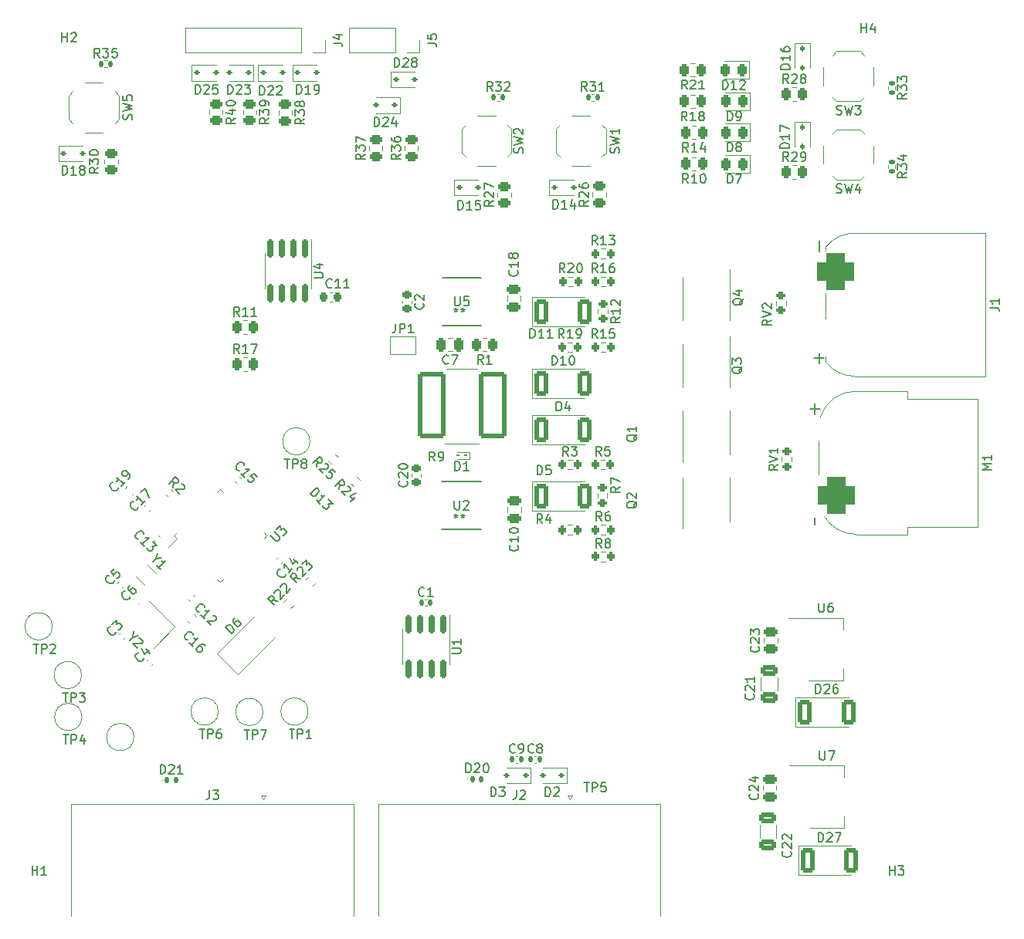
<source format=gbr>
%TF.GenerationSoftware,KiCad,Pcbnew,7.0.9*%
%TF.CreationDate,2024-03-23T03:29:42+09:00*%
%TF.ProjectId,motordriver2,6d6f746f-7264-4726-9976-6572322e6b69,rev?*%
%TF.SameCoordinates,Original*%
%TF.FileFunction,Legend,Top*%
%TF.FilePolarity,Positive*%
%FSLAX46Y46*%
G04 Gerber Fmt 4.6, Leading zero omitted, Abs format (unit mm)*
G04 Created by KiCad (PCBNEW 7.0.9) date 2024-03-23 03:29:42*
%MOMM*%
%LPD*%
G01*
G04 APERTURE LIST*
G04 Aperture macros list*
%AMRoundRect*
0 Rectangle with rounded corners*
0 $1 Rounding radius*
0 $2 $3 $4 $5 $6 $7 $8 $9 X,Y pos of 4 corners*
0 Add a 4 corners polygon primitive as box body*
4,1,4,$2,$3,$4,$5,$6,$7,$8,$9,$2,$3,0*
0 Add four circle primitives for the rounded corners*
1,1,$1+$1,$2,$3*
1,1,$1+$1,$4,$5*
1,1,$1+$1,$6,$7*
1,1,$1+$1,$8,$9*
0 Add four rect primitives between the rounded corners*
20,1,$1+$1,$2,$3,$4,$5,0*
20,1,$1+$1,$4,$5,$6,$7,0*
20,1,$1+$1,$6,$7,$8,$9,0*
20,1,$1+$1,$8,$9,$2,$3,0*%
%AMRotRect*
0 Rectangle, with rotation*
0 The origin of the aperture is its center*
0 $1 length*
0 $2 width*
0 $3 Rotation angle, in degrees counterclockwise*
0 Add horizontal line*
21,1,$1,$2,0,0,$3*%
G04 Aperture macros list end*
%ADD10C,0.150000*%
%ADD11C,0.120000*%
%ADD12C,0.152400*%
%ADD13C,0.100000*%
%ADD14RoundRect,0.140000X0.021213X-0.219203X0.219203X-0.021213X-0.021213X0.219203X-0.219203X0.021213X0*%
%ADD15R,0.700000X0.700000*%
%ADD16R,4.510000X4.350000*%
%ADD17RoundRect,0.243750X0.243750X0.456250X-0.243750X0.456250X-0.243750X-0.456250X0.243750X-0.456250X0*%
%ADD18RoundRect,0.250000X-0.450000X0.262500X-0.450000X-0.262500X0.450000X-0.262500X0.450000X0.262500X0*%
%ADD19RoundRect,0.200000X0.335876X0.053033X0.053033X0.335876X-0.335876X-0.053033X-0.053033X-0.335876X0*%
%ADD20RoundRect,0.200000X-0.200000X-0.275000X0.200000X-0.275000X0.200000X0.275000X-0.200000X0.275000X0*%
%ADD21RoundRect,0.250000X-0.500000X-1.100000X0.500000X-1.100000X0.500000X1.100000X-0.500000X1.100000X0*%
%ADD22RoundRect,0.250000X0.475000X-0.250000X0.475000X0.250000X-0.475000X0.250000X-0.475000X-0.250000X0*%
%ADD23RoundRect,0.225000X0.250000X-0.225000X0.250000X0.225000X-0.250000X0.225000X-0.250000X-0.225000X0*%
%ADD24RoundRect,0.250000X-0.262500X-0.450000X0.262500X-0.450000X0.262500X0.450000X-0.262500X0.450000X0*%
%ADD25R,1.460500X0.558800*%
%ADD26R,1.000000X1.500000*%
%ADD27R,1.700000X1.700000*%
%ADD28O,1.700000X1.700000*%
%ADD29RoundRect,0.147500X-0.147500X-0.172500X0.147500X-0.172500X0.147500X0.172500X-0.147500X0.172500X0*%
%ADD30RoundRect,0.250001X1.262499X3.349999X-1.262499X3.349999X-1.262499X-3.349999X1.262499X-3.349999X0*%
%ADD31RoundRect,0.250000X0.250000X0.475000X-0.250000X0.475000X-0.250000X-0.475000X0.250000X-0.475000X0*%
%ADD32C,2.000000*%
%ADD33RoundRect,0.250000X0.450000X-0.262500X0.450000X0.262500X-0.450000X0.262500X-0.450000X-0.262500X0*%
%ADD34RoundRect,0.140000X-0.140000X-0.170000X0.140000X-0.170000X0.140000X0.170000X-0.140000X0.170000X0*%
%ADD35R,1.000000X0.750000*%
%ADD36RoundRect,0.135000X-0.185000X0.135000X-0.185000X-0.135000X0.185000X-0.135000X0.185000X0.135000X0*%
%ADD37RoundRect,0.135000X-0.135000X-0.185000X0.135000X-0.185000X0.135000X0.185000X-0.135000X0.185000X0*%
%ADD38RoundRect,0.147500X0.226274X0.017678X0.017678X0.226274X-0.226274X-0.017678X-0.017678X-0.226274X0*%
%ADD39RoundRect,0.225000X0.335876X0.017678X0.017678X0.335876X-0.335876X-0.017678X-0.017678X-0.335876X0*%
%ADD40RoundRect,0.112500X0.187500X0.112500X-0.187500X0.112500X-0.187500X-0.112500X0.187500X-0.112500X0*%
%ADD41R,2.000000X1.500000*%
%ADD42R,2.000000X3.800000*%
%ADD43RotRect,1.000000X1.800000X315.000000*%
%ADD44RoundRect,0.112500X-0.187500X-0.112500X0.187500X-0.112500X0.187500X0.112500X-0.187500X0.112500X0*%
%ADD45R,0.750000X1.000000*%
%ADD46RoundRect,0.135000X-0.226274X-0.035355X-0.035355X-0.226274X0.226274X0.035355X0.035355X0.226274X0*%
%ADD47RoundRect,0.075000X-0.415425X-0.521491X0.521491X0.415425X0.415425X0.521491X-0.521491X-0.415425X0*%
%ADD48RoundRect,0.075000X0.415425X-0.521491X0.521491X-0.415425X-0.415425X0.521491X-0.521491X0.415425X0*%
%ADD49RoundRect,0.250000X0.262500X0.450000X-0.262500X0.450000X-0.262500X-0.450000X0.262500X-0.450000X0*%
%ADD50RoundRect,0.112500X-0.112500X0.187500X-0.112500X-0.187500X0.112500X-0.187500X0.112500X0.187500X0*%
%ADD51RoundRect,0.250000X-0.650000X0.325000X-0.650000X-0.325000X0.650000X-0.325000X0.650000X0.325000X0*%
%ADD52RoundRect,0.200000X0.275000X-0.200000X0.275000X0.200000X-0.275000X0.200000X-0.275000X-0.200000X0*%
%ADD53RoundRect,0.225000X-0.225000X-0.250000X0.225000X-0.250000X0.225000X0.250000X-0.225000X0.250000X0*%
%ADD54RoundRect,0.150000X-0.150000X0.825000X-0.150000X-0.825000X0.150000X-0.825000X0.150000X0.825000X0*%
%ADD55RoundRect,0.200000X-0.275000X0.200000X-0.275000X-0.200000X0.275000X-0.200000X0.275000X0.200000X0*%
%ADD56RotRect,1.400000X1.200000X135.000000*%
%ADD57RoundRect,0.200000X0.053033X-0.335876X0.335876X-0.053033X-0.053033X0.335876X-0.335876X0.053033X0*%
%ADD58R,2.000000X0.900000*%
%ADD59RoundRect,1.025000X-1.025000X1.025000X-1.025000X-1.025000X1.025000X-1.025000X1.025000X1.025000X0*%
%ADD60C,4.100000*%
%ADD61RoundRect,0.140000X-0.219203X-0.021213X-0.021213X-0.219203X0.219203X0.021213X0.021213X0.219203X0*%
%ADD62RoundRect,0.062500X-0.117500X-0.062500X0.117500X-0.062500X0.117500X0.062500X-0.117500X0.062500X0*%
%ADD63C,4.000000*%
%ADD64R,1.600000X1.600000*%
%ADD65C,1.600000*%
%ADD66RoundRect,0.250000X0.424264X-1.131371X1.131371X-0.424264X-0.424264X1.131371X-1.131371X0.424264X0*%
%ADD67RoundRect,0.225000X0.017678X-0.335876X0.335876X-0.017678X-0.017678X0.335876X-0.335876X0.017678X0*%
%ADD68RoundRect,0.140000X0.219203X0.021213X0.021213X0.219203X-0.219203X-0.021213X-0.021213X-0.219203X0*%
%ADD69R,1.300000X2.300000*%
%ADD70RoundRect,0.140000X-0.021213X0.219203X-0.219203X0.021213X0.021213X-0.219203X0.219203X-0.021213X0*%
%ADD71RoundRect,0.225000X-0.250000X0.225000X-0.250000X-0.225000X0.250000X-0.225000X0.250000X0.225000X0*%
G04 APERTURE END LIST*
D10*
X72893449Y-137810586D02*
X72893449Y-137877930D01*
X72893449Y-137877930D02*
X72826105Y-138012617D01*
X72826105Y-138012617D02*
X72758762Y-138079960D01*
X72758762Y-138079960D02*
X72624075Y-138147304D01*
X72624075Y-138147304D02*
X72489388Y-138147304D01*
X72489388Y-138147304D02*
X72388373Y-138113632D01*
X72388373Y-138113632D02*
X72220014Y-138012617D01*
X72220014Y-138012617D02*
X72118999Y-137911602D01*
X72118999Y-137911602D02*
X72017983Y-137743243D01*
X72017983Y-137743243D02*
X71984312Y-137642228D01*
X71984312Y-137642228D02*
X71984312Y-137507541D01*
X71984312Y-137507541D02*
X72051655Y-137372854D01*
X72051655Y-137372854D02*
X72118999Y-137305510D01*
X72118999Y-137305510D02*
X72253686Y-137238167D01*
X72253686Y-137238167D02*
X72321029Y-137238167D01*
X73634227Y-137204495D02*
X73230166Y-137608556D01*
X73432197Y-137406525D02*
X72725090Y-136699419D01*
X72725090Y-136699419D02*
X72758762Y-136867777D01*
X72758762Y-136867777D02*
X72758762Y-137002464D01*
X72758762Y-137002464D02*
X72725090Y-137103480D01*
X73162823Y-136261686D02*
X73634228Y-135790281D01*
X73634228Y-135790281D02*
X74038289Y-136800434D01*
X127543358Y-137237739D02*
X127495739Y-137332977D01*
X127495739Y-137332977D02*
X127400501Y-137428215D01*
X127400501Y-137428215D02*
X127257643Y-137571072D01*
X127257643Y-137571072D02*
X127210024Y-137666310D01*
X127210024Y-137666310D02*
X127210024Y-137761548D01*
X127448120Y-137713929D02*
X127400501Y-137809167D01*
X127400501Y-137809167D02*
X127305262Y-137904405D01*
X127305262Y-137904405D02*
X127114786Y-137952024D01*
X127114786Y-137952024D02*
X126781453Y-137952024D01*
X126781453Y-137952024D02*
X126590977Y-137904405D01*
X126590977Y-137904405D02*
X126495739Y-137809167D01*
X126495739Y-137809167D02*
X126448120Y-137713929D01*
X126448120Y-137713929D02*
X126448120Y-137523453D01*
X126448120Y-137523453D02*
X126495739Y-137428215D01*
X126495739Y-137428215D02*
X126590977Y-137332977D01*
X126590977Y-137332977D02*
X126781453Y-137285358D01*
X126781453Y-137285358D02*
X127114786Y-137285358D01*
X127114786Y-137285358D02*
X127305262Y-137332977D01*
X127305262Y-137332977D02*
X127400501Y-137428215D01*
X127400501Y-137428215D02*
X127448120Y-137523453D01*
X127448120Y-137523453D02*
X127448120Y-137713929D01*
X126543358Y-136904405D02*
X126495739Y-136856786D01*
X126495739Y-136856786D02*
X126448120Y-136761548D01*
X126448120Y-136761548D02*
X126448120Y-136523453D01*
X126448120Y-136523453D02*
X126495739Y-136428215D01*
X126495739Y-136428215D02*
X126543358Y-136380596D01*
X126543358Y-136380596D02*
X126638596Y-136332977D01*
X126638596Y-136332977D02*
X126733834Y-136332977D01*
X126733834Y-136332977D02*
X126876691Y-136380596D01*
X126876691Y-136380596D02*
X127448120Y-136952024D01*
X127448120Y-136952024D02*
X127448120Y-136332977D01*
X136945714Y-92004819D02*
X136945714Y-91004819D01*
X136945714Y-91004819D02*
X137183809Y-91004819D01*
X137183809Y-91004819D02*
X137326666Y-91052438D01*
X137326666Y-91052438D02*
X137421904Y-91147676D01*
X137421904Y-91147676D02*
X137469523Y-91242914D01*
X137469523Y-91242914D02*
X137517142Y-91433390D01*
X137517142Y-91433390D02*
X137517142Y-91576247D01*
X137517142Y-91576247D02*
X137469523Y-91766723D01*
X137469523Y-91766723D02*
X137421904Y-91861961D01*
X137421904Y-91861961D02*
X137326666Y-91957200D01*
X137326666Y-91957200D02*
X137183809Y-92004819D01*
X137183809Y-92004819D02*
X136945714Y-92004819D01*
X138469523Y-92004819D02*
X137898095Y-92004819D01*
X138183809Y-92004819D02*
X138183809Y-91004819D01*
X138183809Y-91004819D02*
X138088571Y-91147676D01*
X138088571Y-91147676D02*
X137993333Y-91242914D01*
X137993333Y-91242914D02*
X137898095Y-91290533D01*
X138850476Y-91100057D02*
X138898095Y-91052438D01*
X138898095Y-91052438D02*
X138993333Y-91004819D01*
X138993333Y-91004819D02*
X139231428Y-91004819D01*
X139231428Y-91004819D02*
X139326666Y-91052438D01*
X139326666Y-91052438D02*
X139374285Y-91100057D01*
X139374285Y-91100057D02*
X139421904Y-91195295D01*
X139421904Y-91195295D02*
X139421904Y-91290533D01*
X139421904Y-91290533D02*
X139374285Y-91433390D01*
X139374285Y-91433390D02*
X138802857Y-92004819D01*
X138802857Y-92004819D02*
X139421904Y-92004819D01*
X83499819Y-95167857D02*
X83023628Y-95501190D01*
X83499819Y-95739285D02*
X82499819Y-95739285D01*
X82499819Y-95739285D02*
X82499819Y-95358333D01*
X82499819Y-95358333D02*
X82547438Y-95263095D01*
X82547438Y-95263095D02*
X82595057Y-95215476D01*
X82595057Y-95215476D02*
X82690295Y-95167857D01*
X82690295Y-95167857D02*
X82833152Y-95167857D01*
X82833152Y-95167857D02*
X82928390Y-95215476D01*
X82928390Y-95215476D02*
X82976009Y-95263095D01*
X82976009Y-95263095D02*
X83023628Y-95358333D01*
X83023628Y-95358333D02*
X83023628Y-95739285D01*
X82833152Y-94310714D02*
X83499819Y-94310714D01*
X82452200Y-94548809D02*
X83166485Y-94786904D01*
X83166485Y-94786904D02*
X83166485Y-94167857D01*
X82499819Y-93596428D02*
X82499819Y-93501190D01*
X82499819Y-93501190D02*
X82547438Y-93405952D01*
X82547438Y-93405952D02*
X82595057Y-93358333D01*
X82595057Y-93358333D02*
X82690295Y-93310714D01*
X82690295Y-93310714D02*
X82880771Y-93263095D01*
X82880771Y-93263095D02*
X83118866Y-93263095D01*
X83118866Y-93263095D02*
X83309342Y-93310714D01*
X83309342Y-93310714D02*
X83404580Y-93358333D01*
X83404580Y-93358333D02*
X83452200Y-93405952D01*
X83452200Y-93405952D02*
X83499819Y-93501190D01*
X83499819Y-93501190D02*
X83499819Y-93596428D01*
X83499819Y-93596428D02*
X83452200Y-93691666D01*
X83452200Y-93691666D02*
X83404580Y-93739285D01*
X83404580Y-93739285D02*
X83309342Y-93786904D01*
X83309342Y-93786904D02*
X83118866Y-93834523D01*
X83118866Y-93834523D02*
X82880771Y-93834523D01*
X82880771Y-93834523D02*
X82690295Y-93786904D01*
X82690295Y-93786904D02*
X82595057Y-93739285D01*
X82595057Y-93739285D02*
X82547438Y-93691666D01*
X82547438Y-93691666D02*
X82499819Y-93596428D01*
X71973767Y-147693668D02*
X71973767Y-147761012D01*
X71973767Y-147761012D02*
X71906423Y-147895699D01*
X71906423Y-147895699D02*
X71839080Y-147963042D01*
X71839080Y-147963042D02*
X71704393Y-148030386D01*
X71704393Y-148030386D02*
X71569706Y-148030386D01*
X71569706Y-148030386D02*
X71468691Y-147996714D01*
X71468691Y-147996714D02*
X71300332Y-147895699D01*
X71300332Y-147895699D02*
X71199317Y-147794684D01*
X71199317Y-147794684D02*
X71098301Y-147626325D01*
X71098301Y-147626325D02*
X71064630Y-147525310D01*
X71064630Y-147525310D02*
X71064630Y-147390623D01*
X71064630Y-147390623D02*
X71131973Y-147255936D01*
X71131973Y-147255936D02*
X71199317Y-147188592D01*
X71199317Y-147188592D02*
X71334004Y-147121249D01*
X71334004Y-147121249D02*
X71401347Y-147121249D01*
X71940095Y-146447814D02*
X71805408Y-146582501D01*
X71805408Y-146582501D02*
X71771736Y-146683516D01*
X71771736Y-146683516D02*
X71771736Y-146750859D01*
X71771736Y-146750859D02*
X71805408Y-146919218D01*
X71805408Y-146919218D02*
X71906423Y-147087577D01*
X71906423Y-147087577D02*
X72175797Y-147356951D01*
X72175797Y-147356951D02*
X72276813Y-147390623D01*
X72276813Y-147390623D02*
X72344156Y-147390623D01*
X72344156Y-147390623D02*
X72445171Y-147356951D01*
X72445171Y-147356951D02*
X72579858Y-147222264D01*
X72579858Y-147222264D02*
X72613530Y-147121249D01*
X72613530Y-147121249D02*
X72613530Y-147053905D01*
X72613530Y-147053905D02*
X72579858Y-146952890D01*
X72579858Y-146952890D02*
X72411500Y-146784531D01*
X72411500Y-146784531D02*
X72310484Y-146750859D01*
X72310484Y-146750859D02*
X72243141Y-146750859D01*
X72243141Y-146750859D02*
X72142126Y-146784531D01*
X72142126Y-146784531D02*
X72007439Y-146919218D01*
X72007439Y-146919218D02*
X71973767Y-147020233D01*
X71973767Y-147020233D02*
X71973767Y-147087577D01*
X71973767Y-147087577D02*
X72007439Y-147188592D01*
X92446662Y-133466199D02*
X92547677Y-132893780D01*
X92042601Y-133062138D02*
X92749708Y-132355032D01*
X92749708Y-132355032D02*
X93019082Y-132624406D01*
X93019082Y-132624406D02*
X93052754Y-132725421D01*
X93052754Y-132725421D02*
X93052754Y-132792764D01*
X93052754Y-132792764D02*
X93019082Y-132893780D01*
X93019082Y-132893780D02*
X92918067Y-132994795D01*
X92918067Y-132994795D02*
X92817051Y-133028467D01*
X92817051Y-133028467D02*
X92749708Y-133028467D01*
X92749708Y-133028467D02*
X92648693Y-132994795D01*
X92648693Y-132994795D02*
X92379319Y-132725421D01*
X93355799Y-133095810D02*
X93423143Y-133095810D01*
X93423143Y-133095810D02*
X93524158Y-133129482D01*
X93524158Y-133129482D02*
X93692517Y-133297841D01*
X93692517Y-133297841D02*
X93726189Y-133398856D01*
X93726189Y-133398856D02*
X93726189Y-133466199D01*
X93726189Y-133466199D02*
X93692517Y-133567215D01*
X93692517Y-133567215D02*
X93625173Y-133634558D01*
X93625173Y-133634558D02*
X93490486Y-133701902D01*
X93490486Y-133701902D02*
X92682364Y-133701902D01*
X92682364Y-133701902D02*
X93120097Y-134139634D01*
X94466967Y-134072291D02*
X94130250Y-133735573D01*
X94130250Y-133735573D02*
X93759861Y-134038619D01*
X93759861Y-134038619D02*
X93827204Y-134038619D01*
X93827204Y-134038619D02*
X93928219Y-134072291D01*
X93928219Y-134072291D02*
X94096578Y-134240650D01*
X94096578Y-134240650D02*
X94130250Y-134341665D01*
X94130250Y-134341665D02*
X94130250Y-134409009D01*
X94130250Y-134409009D02*
X94096578Y-134510024D01*
X94096578Y-134510024D02*
X93928219Y-134678383D01*
X93928219Y-134678383D02*
X93827204Y-134712054D01*
X93827204Y-134712054D02*
X93759861Y-134712054D01*
X93759861Y-134712054D02*
X93658845Y-134678383D01*
X93658845Y-134678383D02*
X93490487Y-134510024D01*
X93490487Y-134510024D02*
X93456815Y-134409009D01*
X93456815Y-134409009D02*
X93456815Y-134341665D01*
X123633333Y-132224819D02*
X123300000Y-131748628D01*
X123061905Y-132224819D02*
X123061905Y-131224819D01*
X123061905Y-131224819D02*
X123442857Y-131224819D01*
X123442857Y-131224819D02*
X123538095Y-131272438D01*
X123538095Y-131272438D02*
X123585714Y-131320057D01*
X123585714Y-131320057D02*
X123633333Y-131415295D01*
X123633333Y-131415295D02*
X123633333Y-131558152D01*
X123633333Y-131558152D02*
X123585714Y-131653390D01*
X123585714Y-131653390D02*
X123538095Y-131701009D01*
X123538095Y-131701009D02*
X123442857Y-131748628D01*
X123442857Y-131748628D02*
X123061905Y-131748628D01*
X124538095Y-131224819D02*
X124061905Y-131224819D01*
X124061905Y-131224819D02*
X124014286Y-131701009D01*
X124014286Y-131701009D02*
X124061905Y-131653390D01*
X124061905Y-131653390D02*
X124157143Y-131605771D01*
X124157143Y-131605771D02*
X124395238Y-131605771D01*
X124395238Y-131605771D02*
X124490476Y-131653390D01*
X124490476Y-131653390D02*
X124538095Y-131701009D01*
X124538095Y-131701009D02*
X124585714Y-131796247D01*
X124585714Y-131796247D02*
X124585714Y-132034342D01*
X124585714Y-132034342D02*
X124538095Y-132129580D01*
X124538095Y-132129580D02*
X124490476Y-132177200D01*
X124490476Y-132177200D02*
X124395238Y-132224819D01*
X124395238Y-132224819D02*
X124157143Y-132224819D01*
X124157143Y-132224819D02*
X124061905Y-132177200D01*
X124061905Y-132177200D02*
X124014286Y-132129580D01*
X118711905Y-127304819D02*
X118711905Y-126304819D01*
X118711905Y-126304819D02*
X118950000Y-126304819D01*
X118950000Y-126304819D02*
X119092857Y-126352438D01*
X119092857Y-126352438D02*
X119188095Y-126447676D01*
X119188095Y-126447676D02*
X119235714Y-126542914D01*
X119235714Y-126542914D02*
X119283333Y-126733390D01*
X119283333Y-126733390D02*
X119283333Y-126876247D01*
X119283333Y-126876247D02*
X119235714Y-127066723D01*
X119235714Y-127066723D02*
X119188095Y-127161961D01*
X119188095Y-127161961D02*
X119092857Y-127257200D01*
X119092857Y-127257200D02*
X118950000Y-127304819D01*
X118950000Y-127304819D02*
X118711905Y-127304819D01*
X120140476Y-126638152D02*
X120140476Y-127304819D01*
X119902381Y-126257200D02*
X119664286Y-126971485D01*
X119664286Y-126971485D02*
X120283333Y-126971485D01*
X68504819Y-100592857D02*
X68028628Y-100926190D01*
X68504819Y-101164285D02*
X67504819Y-101164285D01*
X67504819Y-101164285D02*
X67504819Y-100783333D01*
X67504819Y-100783333D02*
X67552438Y-100688095D01*
X67552438Y-100688095D02*
X67600057Y-100640476D01*
X67600057Y-100640476D02*
X67695295Y-100592857D01*
X67695295Y-100592857D02*
X67838152Y-100592857D01*
X67838152Y-100592857D02*
X67933390Y-100640476D01*
X67933390Y-100640476D02*
X67981009Y-100688095D01*
X67981009Y-100688095D02*
X68028628Y-100783333D01*
X68028628Y-100783333D02*
X68028628Y-101164285D01*
X67504819Y-100259523D02*
X67504819Y-99640476D01*
X67504819Y-99640476D02*
X67885771Y-99973809D01*
X67885771Y-99973809D02*
X67885771Y-99830952D01*
X67885771Y-99830952D02*
X67933390Y-99735714D01*
X67933390Y-99735714D02*
X67981009Y-99688095D01*
X67981009Y-99688095D02*
X68076247Y-99640476D01*
X68076247Y-99640476D02*
X68314342Y-99640476D01*
X68314342Y-99640476D02*
X68409580Y-99688095D01*
X68409580Y-99688095D02*
X68457200Y-99735714D01*
X68457200Y-99735714D02*
X68504819Y-99830952D01*
X68504819Y-99830952D02*
X68504819Y-100116666D01*
X68504819Y-100116666D02*
X68457200Y-100211904D01*
X68457200Y-100211904D02*
X68409580Y-100259523D01*
X67504819Y-99021428D02*
X67504819Y-98926190D01*
X67504819Y-98926190D02*
X67552438Y-98830952D01*
X67552438Y-98830952D02*
X67600057Y-98783333D01*
X67600057Y-98783333D02*
X67695295Y-98735714D01*
X67695295Y-98735714D02*
X67885771Y-98688095D01*
X67885771Y-98688095D02*
X68123866Y-98688095D01*
X68123866Y-98688095D02*
X68314342Y-98735714D01*
X68314342Y-98735714D02*
X68409580Y-98783333D01*
X68409580Y-98783333D02*
X68457200Y-98830952D01*
X68457200Y-98830952D02*
X68504819Y-98926190D01*
X68504819Y-98926190D02*
X68504819Y-99021428D01*
X68504819Y-99021428D02*
X68457200Y-99116666D01*
X68457200Y-99116666D02*
X68409580Y-99164285D01*
X68409580Y-99164285D02*
X68314342Y-99211904D01*
X68314342Y-99211904D02*
X68123866Y-99259523D01*
X68123866Y-99259523D02*
X67885771Y-99259523D01*
X67885771Y-99259523D02*
X67695295Y-99211904D01*
X67695295Y-99211904D02*
X67600057Y-99164285D01*
X67600057Y-99164285D02*
X67552438Y-99116666D01*
X67552438Y-99116666D02*
X67504819Y-99021428D01*
X137461905Y-98854819D02*
X137461905Y-97854819D01*
X137461905Y-97854819D02*
X137700000Y-97854819D01*
X137700000Y-97854819D02*
X137842857Y-97902438D01*
X137842857Y-97902438D02*
X137938095Y-97997676D01*
X137938095Y-97997676D02*
X137985714Y-98092914D01*
X137985714Y-98092914D02*
X138033333Y-98283390D01*
X138033333Y-98283390D02*
X138033333Y-98426247D01*
X138033333Y-98426247D02*
X137985714Y-98616723D01*
X137985714Y-98616723D02*
X137938095Y-98711961D01*
X137938095Y-98711961D02*
X137842857Y-98807200D01*
X137842857Y-98807200D02*
X137700000Y-98854819D01*
X137700000Y-98854819D02*
X137461905Y-98854819D01*
X138604762Y-98283390D02*
X138509524Y-98235771D01*
X138509524Y-98235771D02*
X138461905Y-98188152D01*
X138461905Y-98188152D02*
X138414286Y-98092914D01*
X138414286Y-98092914D02*
X138414286Y-98045295D01*
X138414286Y-98045295D02*
X138461905Y-97950057D01*
X138461905Y-97950057D02*
X138509524Y-97902438D01*
X138509524Y-97902438D02*
X138604762Y-97854819D01*
X138604762Y-97854819D02*
X138795238Y-97854819D01*
X138795238Y-97854819D02*
X138890476Y-97902438D01*
X138890476Y-97902438D02*
X138938095Y-97950057D01*
X138938095Y-97950057D02*
X138985714Y-98045295D01*
X138985714Y-98045295D02*
X138985714Y-98092914D01*
X138985714Y-98092914D02*
X138938095Y-98188152D01*
X138938095Y-98188152D02*
X138890476Y-98235771D01*
X138890476Y-98235771D02*
X138795238Y-98283390D01*
X138795238Y-98283390D02*
X138604762Y-98283390D01*
X138604762Y-98283390D02*
X138509524Y-98331009D01*
X138509524Y-98331009D02*
X138461905Y-98378628D01*
X138461905Y-98378628D02*
X138414286Y-98473866D01*
X138414286Y-98473866D02*
X138414286Y-98664342D01*
X138414286Y-98664342D02*
X138461905Y-98759580D01*
X138461905Y-98759580D02*
X138509524Y-98807200D01*
X138509524Y-98807200D02*
X138604762Y-98854819D01*
X138604762Y-98854819D02*
X138795238Y-98854819D01*
X138795238Y-98854819D02*
X138890476Y-98807200D01*
X138890476Y-98807200D02*
X138938095Y-98759580D01*
X138938095Y-98759580D02*
X138985714Y-98664342D01*
X138985714Y-98664342D02*
X138985714Y-98473866D01*
X138985714Y-98473866D02*
X138938095Y-98378628D01*
X138938095Y-98378628D02*
X138890476Y-98331009D01*
X138890476Y-98331009D02*
X138795238Y-98283390D01*
X118235714Y-122254819D02*
X118235714Y-121254819D01*
X118235714Y-121254819D02*
X118473809Y-121254819D01*
X118473809Y-121254819D02*
X118616666Y-121302438D01*
X118616666Y-121302438D02*
X118711904Y-121397676D01*
X118711904Y-121397676D02*
X118759523Y-121492914D01*
X118759523Y-121492914D02*
X118807142Y-121683390D01*
X118807142Y-121683390D02*
X118807142Y-121826247D01*
X118807142Y-121826247D02*
X118759523Y-122016723D01*
X118759523Y-122016723D02*
X118711904Y-122111961D01*
X118711904Y-122111961D02*
X118616666Y-122207200D01*
X118616666Y-122207200D02*
X118473809Y-122254819D01*
X118473809Y-122254819D02*
X118235714Y-122254819D01*
X119759523Y-122254819D02*
X119188095Y-122254819D01*
X119473809Y-122254819D02*
X119473809Y-121254819D01*
X119473809Y-121254819D02*
X119378571Y-121397676D01*
X119378571Y-121397676D02*
X119283333Y-121492914D01*
X119283333Y-121492914D02*
X119188095Y-121540533D01*
X120378571Y-121254819D02*
X120473809Y-121254819D01*
X120473809Y-121254819D02*
X120569047Y-121302438D01*
X120569047Y-121302438D02*
X120616666Y-121350057D01*
X120616666Y-121350057D02*
X120664285Y-121445295D01*
X120664285Y-121445295D02*
X120711904Y-121635771D01*
X120711904Y-121635771D02*
X120711904Y-121873866D01*
X120711904Y-121873866D02*
X120664285Y-122064342D01*
X120664285Y-122064342D02*
X120616666Y-122159580D01*
X120616666Y-122159580D02*
X120569047Y-122207200D01*
X120569047Y-122207200D02*
X120473809Y-122254819D01*
X120473809Y-122254819D02*
X120378571Y-122254819D01*
X120378571Y-122254819D02*
X120283333Y-122207200D01*
X120283333Y-122207200D02*
X120235714Y-122159580D01*
X120235714Y-122159580D02*
X120188095Y-122064342D01*
X120188095Y-122064342D02*
X120140476Y-121873866D01*
X120140476Y-121873866D02*
X120140476Y-121635771D01*
X120140476Y-121635771D02*
X120188095Y-121445295D01*
X120188095Y-121445295D02*
X120235714Y-121350057D01*
X120235714Y-121350057D02*
X120283333Y-121302438D01*
X120283333Y-121302438D02*
X120378571Y-121254819D01*
X114459580Y-142042857D02*
X114507200Y-142090476D01*
X114507200Y-142090476D02*
X114554819Y-142233333D01*
X114554819Y-142233333D02*
X114554819Y-142328571D01*
X114554819Y-142328571D02*
X114507200Y-142471428D01*
X114507200Y-142471428D02*
X114411961Y-142566666D01*
X114411961Y-142566666D02*
X114316723Y-142614285D01*
X114316723Y-142614285D02*
X114126247Y-142661904D01*
X114126247Y-142661904D02*
X113983390Y-142661904D01*
X113983390Y-142661904D02*
X113792914Y-142614285D01*
X113792914Y-142614285D02*
X113697676Y-142566666D01*
X113697676Y-142566666D02*
X113602438Y-142471428D01*
X113602438Y-142471428D02*
X113554819Y-142328571D01*
X113554819Y-142328571D02*
X113554819Y-142233333D01*
X113554819Y-142233333D02*
X113602438Y-142090476D01*
X113602438Y-142090476D02*
X113650057Y-142042857D01*
X114554819Y-141090476D02*
X114554819Y-141661904D01*
X114554819Y-141376190D02*
X113554819Y-141376190D01*
X113554819Y-141376190D02*
X113697676Y-141471428D01*
X113697676Y-141471428D02*
X113792914Y-141566666D01*
X113792914Y-141566666D02*
X113840533Y-141661904D01*
X113554819Y-140471428D02*
X113554819Y-140376190D01*
X113554819Y-140376190D02*
X113602438Y-140280952D01*
X113602438Y-140280952D02*
X113650057Y-140233333D01*
X113650057Y-140233333D02*
X113745295Y-140185714D01*
X113745295Y-140185714D02*
X113935771Y-140138095D01*
X113935771Y-140138095D02*
X114173866Y-140138095D01*
X114173866Y-140138095D02*
X114364342Y-140185714D01*
X114364342Y-140185714D02*
X114459580Y-140233333D01*
X114459580Y-140233333D02*
X114507200Y-140280952D01*
X114507200Y-140280952D02*
X114554819Y-140376190D01*
X114554819Y-140376190D02*
X114554819Y-140471428D01*
X114554819Y-140471428D02*
X114507200Y-140566666D01*
X114507200Y-140566666D02*
X114459580Y-140614285D01*
X114459580Y-140614285D02*
X114364342Y-140661904D01*
X114364342Y-140661904D02*
X114173866Y-140709523D01*
X114173866Y-140709523D02*
X113935771Y-140709523D01*
X113935771Y-140709523D02*
X113745295Y-140661904D01*
X113745295Y-140661904D02*
X113650057Y-140614285D01*
X113650057Y-140614285D02*
X113602438Y-140566666D01*
X113602438Y-140566666D02*
X113554819Y-140471428D01*
X102307580Y-135008857D02*
X102355200Y-135056476D01*
X102355200Y-135056476D02*
X102402819Y-135199333D01*
X102402819Y-135199333D02*
X102402819Y-135294571D01*
X102402819Y-135294571D02*
X102355200Y-135437428D01*
X102355200Y-135437428D02*
X102259961Y-135532666D01*
X102259961Y-135532666D02*
X102164723Y-135580285D01*
X102164723Y-135580285D02*
X101974247Y-135627904D01*
X101974247Y-135627904D02*
X101831390Y-135627904D01*
X101831390Y-135627904D02*
X101640914Y-135580285D01*
X101640914Y-135580285D02*
X101545676Y-135532666D01*
X101545676Y-135532666D02*
X101450438Y-135437428D01*
X101450438Y-135437428D02*
X101402819Y-135294571D01*
X101402819Y-135294571D02*
X101402819Y-135199333D01*
X101402819Y-135199333D02*
X101450438Y-135056476D01*
X101450438Y-135056476D02*
X101498057Y-135008857D01*
X101498057Y-134627904D02*
X101450438Y-134580285D01*
X101450438Y-134580285D02*
X101402819Y-134485047D01*
X101402819Y-134485047D02*
X101402819Y-134246952D01*
X101402819Y-134246952D02*
X101450438Y-134151714D01*
X101450438Y-134151714D02*
X101498057Y-134104095D01*
X101498057Y-134104095D02*
X101593295Y-134056476D01*
X101593295Y-134056476D02*
X101688533Y-134056476D01*
X101688533Y-134056476D02*
X101831390Y-134104095D01*
X101831390Y-134104095D02*
X102402819Y-134675523D01*
X102402819Y-134675523D02*
X102402819Y-134056476D01*
X101402819Y-133437428D02*
X101402819Y-133342190D01*
X101402819Y-133342190D02*
X101450438Y-133246952D01*
X101450438Y-133246952D02*
X101498057Y-133199333D01*
X101498057Y-133199333D02*
X101593295Y-133151714D01*
X101593295Y-133151714D02*
X101783771Y-133104095D01*
X101783771Y-133104095D02*
X102021866Y-133104095D01*
X102021866Y-133104095D02*
X102212342Y-133151714D01*
X102212342Y-133151714D02*
X102307580Y-133199333D01*
X102307580Y-133199333D02*
X102355200Y-133246952D01*
X102355200Y-133246952D02*
X102402819Y-133342190D01*
X102402819Y-133342190D02*
X102402819Y-133437428D01*
X102402819Y-133437428D02*
X102355200Y-133532666D01*
X102355200Y-133532666D02*
X102307580Y-133580285D01*
X102307580Y-133580285D02*
X102212342Y-133627904D01*
X102212342Y-133627904D02*
X102021866Y-133675523D01*
X102021866Y-133675523D02*
X101783771Y-133675523D01*
X101783771Y-133675523D02*
X101593295Y-133627904D01*
X101593295Y-133627904D02*
X101498057Y-133580285D01*
X101498057Y-133580285D02*
X101450438Y-133532666D01*
X101450438Y-133532666D02*
X101402819Y-133437428D01*
X83939142Y-116914819D02*
X83605809Y-116438628D01*
X83367714Y-116914819D02*
X83367714Y-115914819D01*
X83367714Y-115914819D02*
X83748666Y-115914819D01*
X83748666Y-115914819D02*
X83843904Y-115962438D01*
X83843904Y-115962438D02*
X83891523Y-116010057D01*
X83891523Y-116010057D02*
X83939142Y-116105295D01*
X83939142Y-116105295D02*
X83939142Y-116248152D01*
X83939142Y-116248152D02*
X83891523Y-116343390D01*
X83891523Y-116343390D02*
X83843904Y-116391009D01*
X83843904Y-116391009D02*
X83748666Y-116438628D01*
X83748666Y-116438628D02*
X83367714Y-116438628D01*
X84891523Y-116914819D02*
X84320095Y-116914819D01*
X84605809Y-116914819D02*
X84605809Y-115914819D01*
X84605809Y-115914819D02*
X84510571Y-116057676D01*
X84510571Y-116057676D02*
X84415333Y-116152914D01*
X84415333Y-116152914D02*
X84320095Y-116200533D01*
X85843904Y-116914819D02*
X85272476Y-116914819D01*
X85558190Y-116914819D02*
X85558190Y-115914819D01*
X85558190Y-115914819D02*
X85462952Y-116057676D01*
X85462952Y-116057676D02*
X85367714Y-116152914D01*
X85367714Y-116152914D02*
X85272476Y-116200533D01*
X107538095Y-137154819D02*
X107538095Y-137964342D01*
X107538095Y-137964342D02*
X107585714Y-138059580D01*
X107585714Y-138059580D02*
X107633333Y-138107200D01*
X107633333Y-138107200D02*
X107728571Y-138154819D01*
X107728571Y-138154819D02*
X107919047Y-138154819D01*
X107919047Y-138154819D02*
X108014285Y-138107200D01*
X108014285Y-138107200D02*
X108061904Y-138059580D01*
X108061904Y-138059580D02*
X108109523Y-137964342D01*
X108109523Y-137964342D02*
X108109523Y-137154819D01*
X108538095Y-137250057D02*
X108585714Y-137202438D01*
X108585714Y-137202438D02*
X108680952Y-137154819D01*
X108680952Y-137154819D02*
X108919047Y-137154819D01*
X108919047Y-137154819D02*
X109014285Y-137202438D01*
X109014285Y-137202438D02*
X109061904Y-137250057D01*
X109061904Y-137250057D02*
X109109523Y-137345295D01*
X109109523Y-137345295D02*
X109109523Y-137440533D01*
X109109523Y-137440533D02*
X109061904Y-137583390D01*
X109061904Y-137583390D02*
X108490476Y-138154819D01*
X108490476Y-138154819D02*
X109109523Y-138154819D01*
X108458000Y-138646819D02*
X108458000Y-138884914D01*
X108219905Y-138789676D02*
X108458000Y-138884914D01*
X108458000Y-138884914D02*
X108696095Y-138789676D01*
X108315143Y-139075390D02*
X108458000Y-138884914D01*
X108458000Y-138884914D02*
X108600857Y-139075390D01*
X107696000Y-138646819D02*
X107696000Y-138884914D01*
X107457905Y-138789676D02*
X107696000Y-138884914D01*
X107696000Y-138884914D02*
X107934095Y-138789676D01*
X107553143Y-139075390D02*
X107696000Y-138884914D01*
X107696000Y-138884914D02*
X107838857Y-139075390D01*
X101066666Y-117754819D02*
X101066666Y-118469104D01*
X101066666Y-118469104D02*
X101019047Y-118611961D01*
X101019047Y-118611961D02*
X100923809Y-118707200D01*
X100923809Y-118707200D02*
X100780952Y-118754819D01*
X100780952Y-118754819D02*
X100685714Y-118754819D01*
X101542857Y-118754819D02*
X101542857Y-117754819D01*
X101542857Y-117754819D02*
X101923809Y-117754819D01*
X101923809Y-117754819D02*
X102019047Y-117802438D01*
X102019047Y-117802438D02*
X102066666Y-117850057D01*
X102066666Y-117850057D02*
X102114285Y-117945295D01*
X102114285Y-117945295D02*
X102114285Y-118088152D01*
X102114285Y-118088152D02*
X102066666Y-118183390D01*
X102066666Y-118183390D02*
X102019047Y-118231009D01*
X102019047Y-118231009D02*
X101923809Y-118278628D01*
X101923809Y-118278628D02*
X101542857Y-118278628D01*
X103066666Y-118754819D02*
X102495238Y-118754819D01*
X102780952Y-118754819D02*
X102780952Y-117754819D01*
X102780952Y-117754819D02*
X102685714Y-117897676D01*
X102685714Y-117897676D02*
X102590476Y-117992914D01*
X102590476Y-117992914D02*
X102495238Y-118040533D01*
X104583919Y-86962133D02*
X105298204Y-86962133D01*
X105298204Y-86962133D02*
X105441061Y-87009752D01*
X105441061Y-87009752D02*
X105536300Y-87104990D01*
X105536300Y-87104990D02*
X105583919Y-87247847D01*
X105583919Y-87247847D02*
X105583919Y-87343085D01*
X104583919Y-86009752D02*
X104583919Y-86485942D01*
X104583919Y-86485942D02*
X105060109Y-86533561D01*
X105060109Y-86533561D02*
X105012490Y-86485942D01*
X105012490Y-86485942D02*
X104964871Y-86390704D01*
X104964871Y-86390704D02*
X104964871Y-86152609D01*
X104964871Y-86152609D02*
X105012490Y-86057371D01*
X105012490Y-86057371D02*
X105060109Y-86009752D01*
X105060109Y-86009752D02*
X105155347Y-85962133D01*
X105155347Y-85962133D02*
X105393442Y-85962133D01*
X105393442Y-85962133D02*
X105488680Y-86009752D01*
X105488680Y-86009752D02*
X105536300Y-86057371D01*
X105536300Y-86057371D02*
X105583919Y-86152609D01*
X105583919Y-86152609D02*
X105583919Y-86390704D01*
X105583919Y-86390704D02*
X105536300Y-86485942D01*
X105536300Y-86485942D02*
X105488680Y-86533561D01*
X108803214Y-166994519D02*
X108803214Y-165994519D01*
X108803214Y-165994519D02*
X109041309Y-165994519D01*
X109041309Y-165994519D02*
X109184166Y-166042138D01*
X109184166Y-166042138D02*
X109279404Y-166137376D01*
X109279404Y-166137376D02*
X109327023Y-166232614D01*
X109327023Y-166232614D02*
X109374642Y-166423090D01*
X109374642Y-166423090D02*
X109374642Y-166565947D01*
X109374642Y-166565947D02*
X109327023Y-166756423D01*
X109327023Y-166756423D02*
X109279404Y-166851661D01*
X109279404Y-166851661D02*
X109184166Y-166946900D01*
X109184166Y-166946900D02*
X109041309Y-166994519D01*
X109041309Y-166994519D02*
X108803214Y-166994519D01*
X109755595Y-166089757D02*
X109803214Y-166042138D01*
X109803214Y-166042138D02*
X109898452Y-165994519D01*
X109898452Y-165994519D02*
X110136547Y-165994519D01*
X110136547Y-165994519D02*
X110231785Y-166042138D01*
X110231785Y-166042138D02*
X110279404Y-166089757D01*
X110279404Y-166089757D02*
X110327023Y-166184995D01*
X110327023Y-166184995D02*
X110327023Y-166280233D01*
X110327023Y-166280233D02*
X110279404Y-166423090D01*
X110279404Y-166423090D02*
X109707976Y-166994519D01*
X109707976Y-166994519D02*
X110327023Y-166994519D01*
X110946071Y-165994519D02*
X111041309Y-165994519D01*
X111041309Y-165994519D02*
X111136547Y-166042138D01*
X111136547Y-166042138D02*
X111184166Y-166089757D01*
X111184166Y-166089757D02*
X111231785Y-166184995D01*
X111231785Y-166184995D02*
X111279404Y-166375471D01*
X111279404Y-166375471D02*
X111279404Y-166613566D01*
X111279404Y-166613566D02*
X111231785Y-166804042D01*
X111231785Y-166804042D02*
X111184166Y-166899280D01*
X111184166Y-166899280D02*
X111136547Y-166946900D01*
X111136547Y-166946900D02*
X111041309Y-166994519D01*
X111041309Y-166994519D02*
X110946071Y-166994519D01*
X110946071Y-166994519D02*
X110850833Y-166946900D01*
X110850833Y-166946900D02*
X110803214Y-166899280D01*
X110803214Y-166899280D02*
X110755595Y-166804042D01*
X110755595Y-166804042D02*
X110707976Y-166613566D01*
X110707976Y-166613566D02*
X110707976Y-166375471D01*
X110707976Y-166375471D02*
X110755595Y-166184995D01*
X110755595Y-166184995D02*
X110803214Y-166089757D01*
X110803214Y-166089757D02*
X110850833Y-166042138D01*
X110850833Y-166042138D02*
X110946071Y-165994519D01*
X105383333Y-132804819D02*
X105050000Y-132328628D01*
X104811905Y-132804819D02*
X104811905Y-131804819D01*
X104811905Y-131804819D02*
X105192857Y-131804819D01*
X105192857Y-131804819D02*
X105288095Y-131852438D01*
X105288095Y-131852438D02*
X105335714Y-131900057D01*
X105335714Y-131900057D02*
X105383333Y-131995295D01*
X105383333Y-131995295D02*
X105383333Y-132138152D01*
X105383333Y-132138152D02*
X105335714Y-132233390D01*
X105335714Y-132233390D02*
X105288095Y-132281009D01*
X105288095Y-132281009D02*
X105192857Y-132328628D01*
X105192857Y-132328628D02*
X104811905Y-132328628D01*
X105859524Y-132804819D02*
X106050000Y-132804819D01*
X106050000Y-132804819D02*
X106145238Y-132757200D01*
X106145238Y-132757200D02*
X106192857Y-132709580D01*
X106192857Y-132709580D02*
X106288095Y-132566723D01*
X106288095Y-132566723D02*
X106335714Y-132376247D01*
X106335714Y-132376247D02*
X106335714Y-131995295D01*
X106335714Y-131995295D02*
X106288095Y-131900057D01*
X106288095Y-131900057D02*
X106240476Y-131852438D01*
X106240476Y-131852438D02*
X106145238Y-131804819D01*
X106145238Y-131804819D02*
X105954762Y-131804819D01*
X105954762Y-131804819D02*
X105859524Y-131852438D01*
X105859524Y-131852438D02*
X105811905Y-131900057D01*
X105811905Y-131900057D02*
X105764286Y-131995295D01*
X105764286Y-131995295D02*
X105764286Y-132233390D01*
X105764286Y-132233390D02*
X105811905Y-132328628D01*
X105811905Y-132328628D02*
X105859524Y-132376247D01*
X105859524Y-132376247D02*
X105954762Y-132423866D01*
X105954762Y-132423866D02*
X106145238Y-132423866D01*
X106145238Y-132423866D02*
X106240476Y-132376247D01*
X106240476Y-132376247D02*
X106288095Y-132328628D01*
X106288095Y-132328628D02*
X106335714Y-132233390D01*
X83939142Y-120978819D02*
X83605809Y-120502628D01*
X83367714Y-120978819D02*
X83367714Y-119978819D01*
X83367714Y-119978819D02*
X83748666Y-119978819D01*
X83748666Y-119978819D02*
X83843904Y-120026438D01*
X83843904Y-120026438D02*
X83891523Y-120074057D01*
X83891523Y-120074057D02*
X83939142Y-120169295D01*
X83939142Y-120169295D02*
X83939142Y-120312152D01*
X83939142Y-120312152D02*
X83891523Y-120407390D01*
X83891523Y-120407390D02*
X83843904Y-120455009D01*
X83843904Y-120455009D02*
X83748666Y-120502628D01*
X83748666Y-120502628D02*
X83367714Y-120502628D01*
X84891523Y-120978819D02*
X84320095Y-120978819D01*
X84605809Y-120978819D02*
X84605809Y-119978819D01*
X84605809Y-119978819D02*
X84510571Y-120121676D01*
X84510571Y-120121676D02*
X84415333Y-120216914D01*
X84415333Y-120216914D02*
X84320095Y-120264533D01*
X85224857Y-119978819D02*
X85891523Y-119978819D01*
X85891523Y-119978819D02*
X85462952Y-120978819D01*
X106883333Y-122089580D02*
X106835714Y-122137200D01*
X106835714Y-122137200D02*
X106692857Y-122184819D01*
X106692857Y-122184819D02*
X106597619Y-122184819D01*
X106597619Y-122184819D02*
X106454762Y-122137200D01*
X106454762Y-122137200D02*
X106359524Y-122041961D01*
X106359524Y-122041961D02*
X106311905Y-121946723D01*
X106311905Y-121946723D02*
X106264286Y-121756247D01*
X106264286Y-121756247D02*
X106264286Y-121613390D01*
X106264286Y-121613390D02*
X106311905Y-121422914D01*
X106311905Y-121422914D02*
X106359524Y-121327676D01*
X106359524Y-121327676D02*
X106454762Y-121232438D01*
X106454762Y-121232438D02*
X106597619Y-121184819D01*
X106597619Y-121184819D02*
X106692857Y-121184819D01*
X106692857Y-121184819D02*
X106835714Y-121232438D01*
X106835714Y-121232438D02*
X106883333Y-121280057D01*
X107216667Y-121184819D02*
X107883333Y-121184819D01*
X107883333Y-121184819D02*
X107454762Y-122184819D01*
X89438095Y-162254819D02*
X90009523Y-162254819D01*
X89723809Y-163254819D02*
X89723809Y-162254819D01*
X90342857Y-163254819D02*
X90342857Y-162254819D01*
X90342857Y-162254819D02*
X90723809Y-162254819D01*
X90723809Y-162254819D02*
X90819047Y-162302438D01*
X90819047Y-162302438D02*
X90866666Y-162350057D01*
X90866666Y-162350057D02*
X90914285Y-162445295D01*
X90914285Y-162445295D02*
X90914285Y-162588152D01*
X90914285Y-162588152D02*
X90866666Y-162683390D01*
X90866666Y-162683390D02*
X90819047Y-162731009D01*
X90819047Y-162731009D02*
X90723809Y-162778628D01*
X90723809Y-162778628D02*
X90342857Y-162778628D01*
X91866666Y-163254819D02*
X91295238Y-163254819D01*
X91580952Y-163254819D02*
X91580952Y-162254819D01*
X91580952Y-162254819D02*
X91485714Y-162397676D01*
X91485714Y-162397676D02*
X91390476Y-162492914D01*
X91390476Y-162492914D02*
X91295238Y-162540533D01*
X101623919Y-99121657D02*
X101147728Y-99454990D01*
X101623919Y-99693085D02*
X100623919Y-99693085D01*
X100623919Y-99693085D02*
X100623919Y-99312133D01*
X100623919Y-99312133D02*
X100671538Y-99216895D01*
X100671538Y-99216895D02*
X100719157Y-99169276D01*
X100719157Y-99169276D02*
X100814395Y-99121657D01*
X100814395Y-99121657D02*
X100957252Y-99121657D01*
X100957252Y-99121657D02*
X101052490Y-99169276D01*
X101052490Y-99169276D02*
X101100109Y-99216895D01*
X101100109Y-99216895D02*
X101147728Y-99312133D01*
X101147728Y-99312133D02*
X101147728Y-99693085D01*
X100623919Y-98788323D02*
X100623919Y-98169276D01*
X100623919Y-98169276D02*
X101004871Y-98502609D01*
X101004871Y-98502609D02*
X101004871Y-98359752D01*
X101004871Y-98359752D02*
X101052490Y-98264514D01*
X101052490Y-98264514D02*
X101100109Y-98216895D01*
X101100109Y-98216895D02*
X101195347Y-98169276D01*
X101195347Y-98169276D02*
X101433442Y-98169276D01*
X101433442Y-98169276D02*
X101528680Y-98216895D01*
X101528680Y-98216895D02*
X101576300Y-98264514D01*
X101576300Y-98264514D02*
X101623919Y-98359752D01*
X101623919Y-98359752D02*
X101623919Y-98645466D01*
X101623919Y-98645466D02*
X101576300Y-98740704D01*
X101576300Y-98740704D02*
X101528680Y-98788323D01*
X100623919Y-97312133D02*
X100623919Y-97502609D01*
X100623919Y-97502609D02*
X100671538Y-97597847D01*
X100671538Y-97597847D02*
X100719157Y-97645466D01*
X100719157Y-97645466D02*
X100862014Y-97740704D01*
X100862014Y-97740704D02*
X101052490Y-97788323D01*
X101052490Y-97788323D02*
X101433442Y-97788323D01*
X101433442Y-97788323D02*
X101528680Y-97740704D01*
X101528680Y-97740704D02*
X101576300Y-97693085D01*
X101576300Y-97693085D02*
X101623919Y-97597847D01*
X101623919Y-97597847D02*
X101623919Y-97407371D01*
X101623919Y-97407371D02*
X101576300Y-97312133D01*
X101576300Y-97312133D02*
X101528680Y-97264514D01*
X101528680Y-97264514D02*
X101433442Y-97216895D01*
X101433442Y-97216895D02*
X101195347Y-97216895D01*
X101195347Y-97216895D02*
X101100109Y-97264514D01*
X101100109Y-97264514D02*
X101052490Y-97312133D01*
X101052490Y-97312133D02*
X101004871Y-97407371D01*
X101004871Y-97407371D02*
X101004871Y-97597847D01*
X101004871Y-97597847D02*
X101052490Y-97693085D01*
X101052490Y-97693085D02*
X101100109Y-97740704D01*
X101100109Y-97740704D02*
X101195347Y-97788323D01*
X123207142Y-112124819D02*
X122873809Y-111648628D01*
X122635714Y-112124819D02*
X122635714Y-111124819D01*
X122635714Y-111124819D02*
X123016666Y-111124819D01*
X123016666Y-111124819D02*
X123111904Y-111172438D01*
X123111904Y-111172438D02*
X123159523Y-111220057D01*
X123159523Y-111220057D02*
X123207142Y-111315295D01*
X123207142Y-111315295D02*
X123207142Y-111458152D01*
X123207142Y-111458152D02*
X123159523Y-111553390D01*
X123159523Y-111553390D02*
X123111904Y-111601009D01*
X123111904Y-111601009D02*
X123016666Y-111648628D01*
X123016666Y-111648628D02*
X122635714Y-111648628D01*
X124159523Y-112124819D02*
X123588095Y-112124819D01*
X123873809Y-112124819D02*
X123873809Y-111124819D01*
X123873809Y-111124819D02*
X123778571Y-111267676D01*
X123778571Y-111267676D02*
X123683333Y-111362914D01*
X123683333Y-111362914D02*
X123588095Y-111410533D01*
X125016666Y-111124819D02*
X124826190Y-111124819D01*
X124826190Y-111124819D02*
X124730952Y-111172438D01*
X124730952Y-111172438D02*
X124683333Y-111220057D01*
X124683333Y-111220057D02*
X124588095Y-111362914D01*
X124588095Y-111362914D02*
X124540476Y-111553390D01*
X124540476Y-111553390D02*
X124540476Y-111934342D01*
X124540476Y-111934342D02*
X124588095Y-112029580D01*
X124588095Y-112029580D02*
X124635714Y-112077200D01*
X124635714Y-112077200D02*
X124730952Y-112124819D01*
X124730952Y-112124819D02*
X124921428Y-112124819D01*
X124921428Y-112124819D02*
X125016666Y-112077200D01*
X125016666Y-112077200D02*
X125064285Y-112029580D01*
X125064285Y-112029580D02*
X125111904Y-111934342D01*
X125111904Y-111934342D02*
X125111904Y-111696247D01*
X125111904Y-111696247D02*
X125064285Y-111601009D01*
X125064285Y-111601009D02*
X125016666Y-111553390D01*
X125016666Y-111553390D02*
X124921428Y-111505771D01*
X124921428Y-111505771D02*
X124730952Y-111505771D01*
X124730952Y-111505771D02*
X124635714Y-111553390D01*
X124635714Y-111553390D02*
X124588095Y-111601009D01*
X124588095Y-111601009D02*
X124540476Y-111696247D01*
X104227333Y-147561580D02*
X104179714Y-147609200D01*
X104179714Y-147609200D02*
X104036857Y-147656819D01*
X104036857Y-147656819D02*
X103941619Y-147656819D01*
X103941619Y-147656819D02*
X103798762Y-147609200D01*
X103798762Y-147609200D02*
X103703524Y-147513961D01*
X103703524Y-147513961D02*
X103655905Y-147418723D01*
X103655905Y-147418723D02*
X103608286Y-147228247D01*
X103608286Y-147228247D02*
X103608286Y-147085390D01*
X103608286Y-147085390D02*
X103655905Y-146894914D01*
X103655905Y-146894914D02*
X103703524Y-146799676D01*
X103703524Y-146799676D02*
X103798762Y-146704438D01*
X103798762Y-146704438D02*
X103941619Y-146656819D01*
X103941619Y-146656819D02*
X104036857Y-146656819D01*
X104036857Y-146656819D02*
X104179714Y-146704438D01*
X104179714Y-146704438D02*
X104227333Y-146752057D01*
X105179714Y-147656819D02*
X104608286Y-147656819D01*
X104894000Y-147656819D02*
X104894000Y-146656819D01*
X104894000Y-146656819D02*
X104798762Y-146799676D01*
X104798762Y-146799676D02*
X104703524Y-146894914D01*
X104703524Y-146894914D02*
X104608286Y-146942533D01*
X149416667Y-103357200D02*
X149559524Y-103404819D01*
X149559524Y-103404819D02*
X149797619Y-103404819D01*
X149797619Y-103404819D02*
X149892857Y-103357200D01*
X149892857Y-103357200D02*
X149940476Y-103309580D01*
X149940476Y-103309580D02*
X149988095Y-103214342D01*
X149988095Y-103214342D02*
X149988095Y-103119104D01*
X149988095Y-103119104D02*
X149940476Y-103023866D01*
X149940476Y-103023866D02*
X149892857Y-102976247D01*
X149892857Y-102976247D02*
X149797619Y-102928628D01*
X149797619Y-102928628D02*
X149607143Y-102881009D01*
X149607143Y-102881009D02*
X149511905Y-102833390D01*
X149511905Y-102833390D02*
X149464286Y-102785771D01*
X149464286Y-102785771D02*
X149416667Y-102690533D01*
X149416667Y-102690533D02*
X149416667Y-102595295D01*
X149416667Y-102595295D02*
X149464286Y-102500057D01*
X149464286Y-102500057D02*
X149511905Y-102452438D01*
X149511905Y-102452438D02*
X149607143Y-102404819D01*
X149607143Y-102404819D02*
X149845238Y-102404819D01*
X149845238Y-102404819D02*
X149988095Y-102452438D01*
X150321429Y-102404819D02*
X150559524Y-103404819D01*
X150559524Y-103404819D02*
X150750000Y-102690533D01*
X150750000Y-102690533D02*
X150940476Y-103404819D01*
X150940476Y-103404819D02*
X151178572Y-102404819D01*
X151988095Y-102738152D02*
X151988095Y-103404819D01*
X151750000Y-102357200D02*
X151511905Y-103071485D01*
X151511905Y-103071485D02*
X152130952Y-103071485D01*
X123683333Y-139374819D02*
X123350000Y-138898628D01*
X123111905Y-139374819D02*
X123111905Y-138374819D01*
X123111905Y-138374819D02*
X123492857Y-138374819D01*
X123492857Y-138374819D02*
X123588095Y-138422438D01*
X123588095Y-138422438D02*
X123635714Y-138470057D01*
X123635714Y-138470057D02*
X123683333Y-138565295D01*
X123683333Y-138565295D02*
X123683333Y-138708152D01*
X123683333Y-138708152D02*
X123635714Y-138803390D01*
X123635714Y-138803390D02*
X123588095Y-138851009D01*
X123588095Y-138851009D02*
X123492857Y-138898628D01*
X123492857Y-138898628D02*
X123111905Y-138898628D01*
X124540476Y-138374819D02*
X124350000Y-138374819D01*
X124350000Y-138374819D02*
X124254762Y-138422438D01*
X124254762Y-138422438D02*
X124207143Y-138470057D01*
X124207143Y-138470057D02*
X124111905Y-138612914D01*
X124111905Y-138612914D02*
X124064286Y-138803390D01*
X124064286Y-138803390D02*
X124064286Y-139184342D01*
X124064286Y-139184342D02*
X124111905Y-139279580D01*
X124111905Y-139279580D02*
X124159524Y-139327200D01*
X124159524Y-139327200D02*
X124254762Y-139374819D01*
X124254762Y-139374819D02*
X124445238Y-139374819D01*
X124445238Y-139374819D02*
X124540476Y-139327200D01*
X124540476Y-139327200D02*
X124588095Y-139279580D01*
X124588095Y-139279580D02*
X124635714Y-139184342D01*
X124635714Y-139184342D02*
X124635714Y-138946247D01*
X124635714Y-138946247D02*
X124588095Y-138851009D01*
X124588095Y-138851009D02*
X124540476Y-138803390D01*
X124540476Y-138803390D02*
X124445238Y-138755771D01*
X124445238Y-138755771D02*
X124254762Y-138755771D01*
X124254762Y-138755771D02*
X124159524Y-138803390D01*
X124159524Y-138803390D02*
X124111905Y-138851009D01*
X124111905Y-138851009D02*
X124064286Y-138946247D01*
X157124819Y-92492857D02*
X156648628Y-92826190D01*
X157124819Y-93064285D02*
X156124819Y-93064285D01*
X156124819Y-93064285D02*
X156124819Y-92683333D01*
X156124819Y-92683333D02*
X156172438Y-92588095D01*
X156172438Y-92588095D02*
X156220057Y-92540476D01*
X156220057Y-92540476D02*
X156315295Y-92492857D01*
X156315295Y-92492857D02*
X156458152Y-92492857D01*
X156458152Y-92492857D02*
X156553390Y-92540476D01*
X156553390Y-92540476D02*
X156601009Y-92588095D01*
X156601009Y-92588095D02*
X156648628Y-92683333D01*
X156648628Y-92683333D02*
X156648628Y-93064285D01*
X156124819Y-92159523D02*
X156124819Y-91540476D01*
X156124819Y-91540476D02*
X156505771Y-91873809D01*
X156505771Y-91873809D02*
X156505771Y-91730952D01*
X156505771Y-91730952D02*
X156553390Y-91635714D01*
X156553390Y-91635714D02*
X156601009Y-91588095D01*
X156601009Y-91588095D02*
X156696247Y-91540476D01*
X156696247Y-91540476D02*
X156934342Y-91540476D01*
X156934342Y-91540476D02*
X157029580Y-91588095D01*
X157029580Y-91588095D02*
X157077200Y-91635714D01*
X157077200Y-91635714D02*
X157124819Y-91730952D01*
X157124819Y-91730952D02*
X157124819Y-92016666D01*
X157124819Y-92016666D02*
X157077200Y-92111904D01*
X157077200Y-92111904D02*
X157029580Y-92159523D01*
X156124819Y-91207142D02*
X156124819Y-90588095D01*
X156124819Y-90588095D02*
X156505771Y-90921428D01*
X156505771Y-90921428D02*
X156505771Y-90778571D01*
X156505771Y-90778571D02*
X156553390Y-90683333D01*
X156553390Y-90683333D02*
X156601009Y-90635714D01*
X156601009Y-90635714D02*
X156696247Y-90588095D01*
X156696247Y-90588095D02*
X156934342Y-90588095D01*
X156934342Y-90588095D02*
X157029580Y-90635714D01*
X157029580Y-90635714D02*
X157077200Y-90683333D01*
X157077200Y-90683333D02*
X157124819Y-90778571D01*
X157124819Y-90778571D02*
X157124819Y-91064285D01*
X157124819Y-91064285D02*
X157077200Y-91159523D01*
X157077200Y-91159523D02*
X157029580Y-91207142D01*
X68657142Y-88534819D02*
X68323809Y-88058628D01*
X68085714Y-88534819D02*
X68085714Y-87534819D01*
X68085714Y-87534819D02*
X68466666Y-87534819D01*
X68466666Y-87534819D02*
X68561904Y-87582438D01*
X68561904Y-87582438D02*
X68609523Y-87630057D01*
X68609523Y-87630057D02*
X68657142Y-87725295D01*
X68657142Y-87725295D02*
X68657142Y-87868152D01*
X68657142Y-87868152D02*
X68609523Y-87963390D01*
X68609523Y-87963390D02*
X68561904Y-88011009D01*
X68561904Y-88011009D02*
X68466666Y-88058628D01*
X68466666Y-88058628D02*
X68085714Y-88058628D01*
X68990476Y-87534819D02*
X69609523Y-87534819D01*
X69609523Y-87534819D02*
X69276190Y-87915771D01*
X69276190Y-87915771D02*
X69419047Y-87915771D01*
X69419047Y-87915771D02*
X69514285Y-87963390D01*
X69514285Y-87963390D02*
X69561904Y-88011009D01*
X69561904Y-88011009D02*
X69609523Y-88106247D01*
X69609523Y-88106247D02*
X69609523Y-88344342D01*
X69609523Y-88344342D02*
X69561904Y-88439580D01*
X69561904Y-88439580D02*
X69514285Y-88487200D01*
X69514285Y-88487200D02*
X69419047Y-88534819D01*
X69419047Y-88534819D02*
X69133333Y-88534819D01*
X69133333Y-88534819D02*
X69038095Y-88487200D01*
X69038095Y-88487200D02*
X68990476Y-88439580D01*
X70514285Y-87534819D02*
X70038095Y-87534819D01*
X70038095Y-87534819D02*
X69990476Y-88011009D01*
X69990476Y-88011009D02*
X70038095Y-87963390D01*
X70038095Y-87963390D02*
X70133333Y-87915771D01*
X70133333Y-87915771D02*
X70371428Y-87915771D01*
X70371428Y-87915771D02*
X70466666Y-87963390D01*
X70466666Y-87963390D02*
X70514285Y-88011009D01*
X70514285Y-88011009D02*
X70561904Y-88106247D01*
X70561904Y-88106247D02*
X70561904Y-88344342D01*
X70561904Y-88344342D02*
X70514285Y-88439580D01*
X70514285Y-88439580D02*
X70466666Y-88487200D01*
X70466666Y-88487200D02*
X70371428Y-88534819D01*
X70371428Y-88534819D02*
X70133333Y-88534819D01*
X70133333Y-88534819D02*
X70038095Y-88487200D01*
X70038095Y-88487200D02*
X69990476Y-88439580D01*
X91718449Y-136434290D02*
X92425556Y-135727184D01*
X92425556Y-135727184D02*
X92593915Y-135895542D01*
X92593915Y-135895542D02*
X92661258Y-136030229D01*
X92661258Y-136030229D02*
X92661258Y-136164916D01*
X92661258Y-136164916D02*
X92627586Y-136265932D01*
X92627586Y-136265932D02*
X92526571Y-136434290D01*
X92526571Y-136434290D02*
X92425556Y-136535306D01*
X92425556Y-136535306D02*
X92257197Y-136636321D01*
X92257197Y-136636321D02*
X92156182Y-136669993D01*
X92156182Y-136669993D02*
X92021495Y-136669993D01*
X92021495Y-136669993D02*
X91886808Y-136602649D01*
X91886808Y-136602649D02*
X91718449Y-136434290D01*
X92795945Y-137511786D02*
X92391884Y-137107725D01*
X92593915Y-137309756D02*
X93301021Y-136602649D01*
X93301021Y-136602649D02*
X93132663Y-136636321D01*
X93132663Y-136636321D02*
X92997976Y-136636321D01*
X92997976Y-136636321D02*
X92896960Y-136602649D01*
X93738754Y-137040382D02*
X94176487Y-137478115D01*
X94176487Y-137478115D02*
X93671411Y-137511787D01*
X93671411Y-137511787D02*
X93772426Y-137612802D01*
X93772426Y-137612802D02*
X93806098Y-137713817D01*
X93806098Y-137713817D02*
X93806098Y-137781161D01*
X93806098Y-137781161D02*
X93772426Y-137882176D01*
X93772426Y-137882176D02*
X93604067Y-138050535D01*
X93604067Y-138050535D02*
X93503052Y-138084206D01*
X93503052Y-138084206D02*
X93435709Y-138084206D01*
X93435709Y-138084206D02*
X93334693Y-138050535D01*
X93334693Y-138050535D02*
X93132663Y-137848504D01*
X93132663Y-137848504D02*
X93098991Y-137747489D01*
X93098991Y-137747489D02*
X93098991Y-137680145D01*
X122209819Y-104217857D02*
X121733628Y-104551190D01*
X122209819Y-104789285D02*
X121209819Y-104789285D01*
X121209819Y-104789285D02*
X121209819Y-104408333D01*
X121209819Y-104408333D02*
X121257438Y-104313095D01*
X121257438Y-104313095D02*
X121305057Y-104265476D01*
X121305057Y-104265476D02*
X121400295Y-104217857D01*
X121400295Y-104217857D02*
X121543152Y-104217857D01*
X121543152Y-104217857D02*
X121638390Y-104265476D01*
X121638390Y-104265476D02*
X121686009Y-104313095D01*
X121686009Y-104313095D02*
X121733628Y-104408333D01*
X121733628Y-104408333D02*
X121733628Y-104789285D01*
X121305057Y-103836904D02*
X121257438Y-103789285D01*
X121257438Y-103789285D02*
X121209819Y-103694047D01*
X121209819Y-103694047D02*
X121209819Y-103455952D01*
X121209819Y-103455952D02*
X121257438Y-103360714D01*
X121257438Y-103360714D02*
X121305057Y-103313095D01*
X121305057Y-103313095D02*
X121400295Y-103265476D01*
X121400295Y-103265476D02*
X121495533Y-103265476D01*
X121495533Y-103265476D02*
X121638390Y-103313095D01*
X121638390Y-103313095D02*
X122209819Y-103884523D01*
X122209819Y-103884523D02*
X122209819Y-103265476D01*
X121209819Y-102408333D02*
X121209819Y-102598809D01*
X121209819Y-102598809D02*
X121257438Y-102694047D01*
X121257438Y-102694047D02*
X121305057Y-102741666D01*
X121305057Y-102741666D02*
X121447914Y-102836904D01*
X121447914Y-102836904D02*
X121638390Y-102884523D01*
X121638390Y-102884523D02*
X122019342Y-102884523D01*
X122019342Y-102884523D02*
X122114580Y-102836904D01*
X122114580Y-102836904D02*
X122162200Y-102789285D01*
X122162200Y-102789285D02*
X122209819Y-102694047D01*
X122209819Y-102694047D02*
X122209819Y-102503571D01*
X122209819Y-102503571D02*
X122162200Y-102408333D01*
X122162200Y-102408333D02*
X122114580Y-102360714D01*
X122114580Y-102360714D02*
X122019342Y-102313095D01*
X122019342Y-102313095D02*
X121781247Y-102313095D01*
X121781247Y-102313095D02*
X121686009Y-102360714D01*
X121686009Y-102360714D02*
X121638390Y-102408333D01*
X121638390Y-102408333D02*
X121590771Y-102503571D01*
X121590771Y-102503571D02*
X121590771Y-102694047D01*
X121590771Y-102694047D02*
X121638390Y-102789285D01*
X121638390Y-102789285D02*
X121686009Y-102836904D01*
X121686009Y-102836904D02*
X121781247Y-102884523D01*
X115835714Y-119304819D02*
X115835714Y-118304819D01*
X115835714Y-118304819D02*
X116073809Y-118304819D01*
X116073809Y-118304819D02*
X116216666Y-118352438D01*
X116216666Y-118352438D02*
X116311904Y-118447676D01*
X116311904Y-118447676D02*
X116359523Y-118542914D01*
X116359523Y-118542914D02*
X116407142Y-118733390D01*
X116407142Y-118733390D02*
X116407142Y-118876247D01*
X116407142Y-118876247D02*
X116359523Y-119066723D01*
X116359523Y-119066723D02*
X116311904Y-119161961D01*
X116311904Y-119161961D02*
X116216666Y-119257200D01*
X116216666Y-119257200D02*
X116073809Y-119304819D01*
X116073809Y-119304819D02*
X115835714Y-119304819D01*
X117359523Y-119304819D02*
X116788095Y-119304819D01*
X117073809Y-119304819D02*
X117073809Y-118304819D01*
X117073809Y-118304819D02*
X116978571Y-118447676D01*
X116978571Y-118447676D02*
X116883333Y-118542914D01*
X116883333Y-118542914D02*
X116788095Y-118590533D01*
X118311904Y-119304819D02*
X117740476Y-119304819D01*
X118026190Y-119304819D02*
X118026190Y-118304819D01*
X118026190Y-118304819D02*
X117930952Y-118447676D01*
X117930952Y-118447676D02*
X117835714Y-118542914D01*
X117835714Y-118542914D02*
X117740476Y-118590533D01*
X78285169Y-152453693D02*
X78217825Y-152453693D01*
X78217825Y-152453693D02*
X78083138Y-152386349D01*
X78083138Y-152386349D02*
X78015795Y-152319006D01*
X78015795Y-152319006D02*
X77948451Y-152184319D01*
X77948451Y-152184319D02*
X77948451Y-152049632D01*
X77948451Y-152049632D02*
X77982123Y-151948617D01*
X77982123Y-151948617D02*
X78083138Y-151780258D01*
X78083138Y-151780258D02*
X78184153Y-151679243D01*
X78184153Y-151679243D02*
X78352512Y-151578227D01*
X78352512Y-151578227D02*
X78453527Y-151544556D01*
X78453527Y-151544556D02*
X78588214Y-151544556D01*
X78588214Y-151544556D02*
X78722901Y-151611899D01*
X78722901Y-151611899D02*
X78790245Y-151679243D01*
X78790245Y-151679243D02*
X78857588Y-151813930D01*
X78857588Y-151813930D02*
X78857588Y-151881273D01*
X78891260Y-153194471D02*
X78487199Y-152790410D01*
X78689230Y-152992441D02*
X79396336Y-152285334D01*
X79396336Y-152285334D02*
X79227978Y-152319006D01*
X79227978Y-152319006D02*
X79093291Y-152319006D01*
X79093291Y-152319006D02*
X78992275Y-152285334D01*
X80204459Y-153093456D02*
X80069772Y-152958769D01*
X80069772Y-152958769D02*
X79968756Y-152925098D01*
X79968756Y-152925098D02*
X79901413Y-152925098D01*
X79901413Y-152925098D02*
X79733054Y-152958769D01*
X79733054Y-152958769D02*
X79564695Y-153059785D01*
X79564695Y-153059785D02*
X79295321Y-153329159D01*
X79295321Y-153329159D02*
X79261650Y-153430174D01*
X79261650Y-153430174D02*
X79261650Y-153497517D01*
X79261650Y-153497517D02*
X79295321Y-153598533D01*
X79295321Y-153598533D02*
X79430008Y-153733220D01*
X79430008Y-153733220D02*
X79531024Y-153766891D01*
X79531024Y-153766891D02*
X79598367Y-153766891D01*
X79598367Y-153766891D02*
X79699382Y-153733220D01*
X79699382Y-153733220D02*
X79867741Y-153564861D01*
X79867741Y-153564861D02*
X79901413Y-153463846D01*
X79901413Y-153463846D02*
X79901413Y-153396502D01*
X79901413Y-153396502D02*
X79867741Y-153295487D01*
X79867741Y-153295487D02*
X79733054Y-153160800D01*
X79733054Y-153160800D02*
X79632039Y-153127128D01*
X79632039Y-153127128D02*
X79564695Y-153127128D01*
X79564695Y-153127128D02*
X79463680Y-153160800D01*
X94249819Y-86958333D02*
X94964104Y-86958333D01*
X94964104Y-86958333D02*
X95106961Y-87005952D01*
X95106961Y-87005952D02*
X95202200Y-87101190D01*
X95202200Y-87101190D02*
X95249819Y-87244047D01*
X95249819Y-87244047D02*
X95249819Y-87339285D01*
X94583152Y-86053571D02*
X95249819Y-86053571D01*
X94202200Y-86291666D02*
X94916485Y-86529761D01*
X94916485Y-86529761D02*
X94916485Y-85910714D01*
X116609905Y-134312819D02*
X116609905Y-133312819D01*
X116609905Y-133312819D02*
X116848000Y-133312819D01*
X116848000Y-133312819D02*
X116990857Y-133360438D01*
X116990857Y-133360438D02*
X117086095Y-133455676D01*
X117086095Y-133455676D02*
X117133714Y-133550914D01*
X117133714Y-133550914D02*
X117181333Y-133741390D01*
X117181333Y-133741390D02*
X117181333Y-133884247D01*
X117181333Y-133884247D02*
X117133714Y-134074723D01*
X117133714Y-134074723D02*
X117086095Y-134169961D01*
X117086095Y-134169961D02*
X116990857Y-134265200D01*
X116990857Y-134265200D02*
X116848000Y-134312819D01*
X116848000Y-134312819D02*
X116609905Y-134312819D01*
X118086095Y-133312819D02*
X117609905Y-133312819D01*
X117609905Y-133312819D02*
X117562286Y-133789009D01*
X117562286Y-133789009D02*
X117609905Y-133741390D01*
X117609905Y-133741390D02*
X117705143Y-133693771D01*
X117705143Y-133693771D02*
X117943238Y-133693771D01*
X117943238Y-133693771D02*
X118038476Y-133741390D01*
X118038476Y-133741390D02*
X118086095Y-133789009D01*
X118086095Y-133789009D02*
X118133714Y-133884247D01*
X118133714Y-133884247D02*
X118133714Y-134122342D01*
X118133714Y-134122342D02*
X118086095Y-134217580D01*
X118086095Y-134217580D02*
X118038476Y-134265200D01*
X118038476Y-134265200D02*
X117943238Y-134312819D01*
X117943238Y-134312819D02*
X117705143Y-134312819D01*
X117705143Y-134312819D02*
X117609905Y-134265200D01*
X117609905Y-134265200D02*
X117562286Y-134217580D01*
X123683333Y-142324819D02*
X123350000Y-141848628D01*
X123111905Y-142324819D02*
X123111905Y-141324819D01*
X123111905Y-141324819D02*
X123492857Y-141324819D01*
X123492857Y-141324819D02*
X123588095Y-141372438D01*
X123588095Y-141372438D02*
X123635714Y-141420057D01*
X123635714Y-141420057D02*
X123683333Y-141515295D01*
X123683333Y-141515295D02*
X123683333Y-141658152D01*
X123683333Y-141658152D02*
X123635714Y-141753390D01*
X123635714Y-141753390D02*
X123588095Y-141801009D01*
X123588095Y-141801009D02*
X123492857Y-141848628D01*
X123492857Y-141848628D02*
X123111905Y-141848628D01*
X124254762Y-141753390D02*
X124159524Y-141705771D01*
X124159524Y-141705771D02*
X124111905Y-141658152D01*
X124111905Y-141658152D02*
X124064286Y-141562914D01*
X124064286Y-141562914D02*
X124064286Y-141515295D01*
X124064286Y-141515295D02*
X124111905Y-141420057D01*
X124111905Y-141420057D02*
X124159524Y-141372438D01*
X124159524Y-141372438D02*
X124254762Y-141324819D01*
X124254762Y-141324819D02*
X124445238Y-141324819D01*
X124445238Y-141324819D02*
X124540476Y-141372438D01*
X124540476Y-141372438D02*
X124588095Y-141420057D01*
X124588095Y-141420057D02*
X124635714Y-141515295D01*
X124635714Y-141515295D02*
X124635714Y-141562914D01*
X124635714Y-141562914D02*
X124588095Y-141658152D01*
X124588095Y-141658152D02*
X124540476Y-141705771D01*
X124540476Y-141705771D02*
X124445238Y-141753390D01*
X124445238Y-141753390D02*
X124254762Y-141753390D01*
X124254762Y-141753390D02*
X124159524Y-141801009D01*
X124159524Y-141801009D02*
X124111905Y-141848628D01*
X124111905Y-141848628D02*
X124064286Y-141943866D01*
X124064286Y-141943866D02*
X124064286Y-142134342D01*
X124064286Y-142134342D02*
X124111905Y-142229580D01*
X124111905Y-142229580D02*
X124159524Y-142277200D01*
X124159524Y-142277200D02*
X124254762Y-142324819D01*
X124254762Y-142324819D02*
X124445238Y-142324819D01*
X124445238Y-142324819D02*
X124540476Y-142277200D01*
X124540476Y-142277200D02*
X124588095Y-142229580D01*
X124588095Y-142229580D02*
X124635714Y-142134342D01*
X124635714Y-142134342D02*
X124635714Y-141943866D01*
X124635714Y-141943866D02*
X124588095Y-141848628D01*
X124588095Y-141848628D02*
X124540476Y-141801009D01*
X124540476Y-141801009D02*
X124445238Y-141753390D01*
X82680714Y-92529819D02*
X82680714Y-91529819D01*
X82680714Y-91529819D02*
X82918809Y-91529819D01*
X82918809Y-91529819D02*
X83061666Y-91577438D01*
X83061666Y-91577438D02*
X83156904Y-91672676D01*
X83156904Y-91672676D02*
X83204523Y-91767914D01*
X83204523Y-91767914D02*
X83252142Y-91958390D01*
X83252142Y-91958390D02*
X83252142Y-92101247D01*
X83252142Y-92101247D02*
X83204523Y-92291723D01*
X83204523Y-92291723D02*
X83156904Y-92386961D01*
X83156904Y-92386961D02*
X83061666Y-92482200D01*
X83061666Y-92482200D02*
X82918809Y-92529819D01*
X82918809Y-92529819D02*
X82680714Y-92529819D01*
X83633095Y-91625057D02*
X83680714Y-91577438D01*
X83680714Y-91577438D02*
X83775952Y-91529819D01*
X83775952Y-91529819D02*
X84014047Y-91529819D01*
X84014047Y-91529819D02*
X84109285Y-91577438D01*
X84109285Y-91577438D02*
X84156904Y-91625057D01*
X84156904Y-91625057D02*
X84204523Y-91720295D01*
X84204523Y-91720295D02*
X84204523Y-91815533D01*
X84204523Y-91815533D02*
X84156904Y-91958390D01*
X84156904Y-91958390D02*
X83585476Y-92529819D01*
X83585476Y-92529819D02*
X84204523Y-92529819D01*
X84537857Y-91529819D02*
X85156904Y-91529819D01*
X85156904Y-91529819D02*
X84823571Y-91910771D01*
X84823571Y-91910771D02*
X84966428Y-91910771D01*
X84966428Y-91910771D02*
X85061666Y-91958390D01*
X85061666Y-91958390D02*
X85109285Y-92006009D01*
X85109285Y-92006009D02*
X85156904Y-92101247D01*
X85156904Y-92101247D02*
X85156904Y-92339342D01*
X85156904Y-92339342D02*
X85109285Y-92434580D01*
X85109285Y-92434580D02*
X85061666Y-92482200D01*
X85061666Y-92482200D02*
X84966428Y-92529819D01*
X84966428Y-92529819D02*
X84680714Y-92529819D01*
X84680714Y-92529819D02*
X84585476Y-92482200D01*
X84585476Y-92482200D02*
X84537857Y-92434580D01*
X147588095Y-164604819D02*
X147588095Y-165414342D01*
X147588095Y-165414342D02*
X147635714Y-165509580D01*
X147635714Y-165509580D02*
X147683333Y-165557200D01*
X147683333Y-165557200D02*
X147778571Y-165604819D01*
X147778571Y-165604819D02*
X147969047Y-165604819D01*
X147969047Y-165604819D02*
X148064285Y-165557200D01*
X148064285Y-165557200D02*
X148111904Y-165509580D01*
X148111904Y-165509580D02*
X148159523Y-165414342D01*
X148159523Y-165414342D02*
X148159523Y-164604819D01*
X148540476Y-164604819D02*
X149207142Y-164604819D01*
X149207142Y-164604819D02*
X148778571Y-165604819D01*
X137461905Y-95454819D02*
X137461905Y-94454819D01*
X137461905Y-94454819D02*
X137700000Y-94454819D01*
X137700000Y-94454819D02*
X137842857Y-94502438D01*
X137842857Y-94502438D02*
X137938095Y-94597676D01*
X137938095Y-94597676D02*
X137985714Y-94692914D01*
X137985714Y-94692914D02*
X138033333Y-94883390D01*
X138033333Y-94883390D02*
X138033333Y-95026247D01*
X138033333Y-95026247D02*
X137985714Y-95216723D01*
X137985714Y-95216723D02*
X137938095Y-95311961D01*
X137938095Y-95311961D02*
X137842857Y-95407200D01*
X137842857Y-95407200D02*
X137700000Y-95454819D01*
X137700000Y-95454819D02*
X137461905Y-95454819D01*
X138509524Y-95454819D02*
X138700000Y-95454819D01*
X138700000Y-95454819D02*
X138795238Y-95407200D01*
X138795238Y-95407200D02*
X138842857Y-95359580D01*
X138842857Y-95359580D02*
X138938095Y-95216723D01*
X138938095Y-95216723D02*
X138985714Y-95026247D01*
X138985714Y-95026247D02*
X138985714Y-94645295D01*
X138985714Y-94645295D02*
X138938095Y-94550057D01*
X138938095Y-94550057D02*
X138890476Y-94502438D01*
X138890476Y-94502438D02*
X138795238Y-94454819D01*
X138795238Y-94454819D02*
X138604762Y-94454819D01*
X138604762Y-94454819D02*
X138509524Y-94502438D01*
X138509524Y-94502438D02*
X138461905Y-94550057D01*
X138461905Y-94550057D02*
X138414286Y-94645295D01*
X138414286Y-94645295D02*
X138414286Y-94883390D01*
X138414286Y-94883390D02*
X138461905Y-94978628D01*
X138461905Y-94978628D02*
X138509524Y-95026247D01*
X138509524Y-95026247D02*
X138604762Y-95073866D01*
X138604762Y-95073866D02*
X138795238Y-95073866D01*
X138795238Y-95073866D02*
X138890476Y-95026247D01*
X138890476Y-95026247D02*
X138938095Y-94978628D01*
X138938095Y-94978628D02*
X138985714Y-94883390D01*
X147488095Y-148404819D02*
X147488095Y-149214342D01*
X147488095Y-149214342D02*
X147535714Y-149309580D01*
X147535714Y-149309580D02*
X147583333Y-149357200D01*
X147583333Y-149357200D02*
X147678571Y-149404819D01*
X147678571Y-149404819D02*
X147869047Y-149404819D01*
X147869047Y-149404819D02*
X147964285Y-149357200D01*
X147964285Y-149357200D02*
X148011904Y-149309580D01*
X148011904Y-149309580D02*
X148059523Y-149214342D01*
X148059523Y-149214342D02*
X148059523Y-148404819D01*
X148964285Y-148404819D02*
X148773809Y-148404819D01*
X148773809Y-148404819D02*
X148678571Y-148452438D01*
X148678571Y-148452438D02*
X148630952Y-148500057D01*
X148630952Y-148500057D02*
X148535714Y-148642914D01*
X148535714Y-148642914D02*
X148488095Y-148833390D01*
X148488095Y-148833390D02*
X148488095Y-149214342D01*
X148488095Y-149214342D02*
X148535714Y-149309580D01*
X148535714Y-149309580D02*
X148583333Y-149357200D01*
X148583333Y-149357200D02*
X148678571Y-149404819D01*
X148678571Y-149404819D02*
X148869047Y-149404819D01*
X148869047Y-149404819D02*
X148964285Y-149357200D01*
X148964285Y-149357200D02*
X149011904Y-149309580D01*
X149011904Y-149309580D02*
X149059523Y-149214342D01*
X149059523Y-149214342D02*
X149059523Y-148976247D01*
X149059523Y-148976247D02*
X149011904Y-148881009D01*
X149011904Y-148881009D02*
X148964285Y-148833390D01*
X148964285Y-148833390D02*
X148869047Y-148785771D01*
X148869047Y-148785771D02*
X148678571Y-148785771D01*
X148678571Y-148785771D02*
X148583333Y-148833390D01*
X148583333Y-148833390D02*
X148535714Y-148881009D01*
X148535714Y-148881009D02*
X148488095Y-148976247D01*
X74810908Y-143547356D02*
X74474190Y-143884074D01*
X74945595Y-142941265D02*
X74810908Y-143547356D01*
X74810908Y-143547356D02*
X75416999Y-143412669D01*
X75315984Y-144725867D02*
X74911923Y-144321806D01*
X75113954Y-144523837D02*
X75821060Y-143816730D01*
X75821060Y-143816730D02*
X75652702Y-143850402D01*
X75652702Y-143850402D02*
X75518015Y-143850402D01*
X75518015Y-143850402D02*
X75416999Y-143816730D01*
X86161714Y-92656819D02*
X86161714Y-91656819D01*
X86161714Y-91656819D02*
X86399809Y-91656819D01*
X86399809Y-91656819D02*
X86542666Y-91704438D01*
X86542666Y-91704438D02*
X86637904Y-91799676D01*
X86637904Y-91799676D02*
X86685523Y-91894914D01*
X86685523Y-91894914D02*
X86733142Y-92085390D01*
X86733142Y-92085390D02*
X86733142Y-92228247D01*
X86733142Y-92228247D02*
X86685523Y-92418723D01*
X86685523Y-92418723D02*
X86637904Y-92513961D01*
X86637904Y-92513961D02*
X86542666Y-92609200D01*
X86542666Y-92609200D02*
X86399809Y-92656819D01*
X86399809Y-92656819D02*
X86161714Y-92656819D01*
X87114095Y-91752057D02*
X87161714Y-91704438D01*
X87161714Y-91704438D02*
X87256952Y-91656819D01*
X87256952Y-91656819D02*
X87495047Y-91656819D01*
X87495047Y-91656819D02*
X87590285Y-91704438D01*
X87590285Y-91704438D02*
X87637904Y-91752057D01*
X87637904Y-91752057D02*
X87685523Y-91847295D01*
X87685523Y-91847295D02*
X87685523Y-91942533D01*
X87685523Y-91942533D02*
X87637904Y-92085390D01*
X87637904Y-92085390D02*
X87066476Y-92656819D01*
X87066476Y-92656819D02*
X87685523Y-92656819D01*
X88066476Y-91752057D02*
X88114095Y-91704438D01*
X88114095Y-91704438D02*
X88209333Y-91656819D01*
X88209333Y-91656819D02*
X88447428Y-91656819D01*
X88447428Y-91656819D02*
X88542666Y-91704438D01*
X88542666Y-91704438D02*
X88590285Y-91752057D01*
X88590285Y-91752057D02*
X88637904Y-91847295D01*
X88637904Y-91847295D02*
X88637904Y-91942533D01*
X88637904Y-91942533D02*
X88590285Y-92085390D01*
X88590285Y-92085390D02*
X88018857Y-92656819D01*
X88018857Y-92656819D02*
X88637904Y-92656819D01*
X72157200Y-95333332D02*
X72204819Y-95190475D01*
X72204819Y-95190475D02*
X72204819Y-94952380D01*
X72204819Y-94952380D02*
X72157200Y-94857142D01*
X72157200Y-94857142D02*
X72109580Y-94809523D01*
X72109580Y-94809523D02*
X72014342Y-94761904D01*
X72014342Y-94761904D02*
X71919104Y-94761904D01*
X71919104Y-94761904D02*
X71823866Y-94809523D01*
X71823866Y-94809523D02*
X71776247Y-94857142D01*
X71776247Y-94857142D02*
X71728628Y-94952380D01*
X71728628Y-94952380D02*
X71681009Y-95142856D01*
X71681009Y-95142856D02*
X71633390Y-95238094D01*
X71633390Y-95238094D02*
X71585771Y-95285713D01*
X71585771Y-95285713D02*
X71490533Y-95333332D01*
X71490533Y-95333332D02*
X71395295Y-95333332D01*
X71395295Y-95333332D02*
X71300057Y-95285713D01*
X71300057Y-95285713D02*
X71252438Y-95238094D01*
X71252438Y-95238094D02*
X71204819Y-95142856D01*
X71204819Y-95142856D02*
X71204819Y-94904761D01*
X71204819Y-94904761D02*
X71252438Y-94761904D01*
X71204819Y-94428570D02*
X72204819Y-94190475D01*
X72204819Y-94190475D02*
X71490533Y-93999999D01*
X71490533Y-93999999D02*
X72204819Y-93809523D01*
X72204819Y-93809523D02*
X71204819Y-93571428D01*
X71204819Y-92714285D02*
X71204819Y-93190475D01*
X71204819Y-93190475D02*
X71681009Y-93238094D01*
X71681009Y-93238094D02*
X71633390Y-93190475D01*
X71633390Y-93190475D02*
X71585771Y-93095237D01*
X71585771Y-93095237D02*
X71585771Y-92857142D01*
X71585771Y-92857142D02*
X71633390Y-92761904D01*
X71633390Y-92761904D02*
X71681009Y-92714285D01*
X71681009Y-92714285D02*
X71776247Y-92666666D01*
X71776247Y-92666666D02*
X72014342Y-92666666D01*
X72014342Y-92666666D02*
X72109580Y-92714285D01*
X72109580Y-92714285D02*
X72157200Y-92761904D01*
X72157200Y-92761904D02*
X72204819Y-92857142D01*
X72204819Y-92857142D02*
X72204819Y-93095237D01*
X72204819Y-93095237D02*
X72157200Y-93190475D01*
X72157200Y-93190475D02*
X72109580Y-93238094D01*
X76665858Y-135695439D02*
X76766873Y-135123020D01*
X76261797Y-135291378D02*
X76968904Y-134584272D01*
X76968904Y-134584272D02*
X77238278Y-134853646D01*
X77238278Y-134853646D02*
X77271950Y-134954661D01*
X77271950Y-134954661D02*
X77271950Y-135022004D01*
X77271950Y-135022004D02*
X77238278Y-135123020D01*
X77238278Y-135123020D02*
X77137263Y-135224035D01*
X77137263Y-135224035D02*
X77036247Y-135257707D01*
X77036247Y-135257707D02*
X76968904Y-135257707D01*
X76968904Y-135257707D02*
X76867889Y-135224035D01*
X76867889Y-135224035D02*
X76598515Y-134954661D01*
X77574995Y-135325050D02*
X77642339Y-135325050D01*
X77642339Y-135325050D02*
X77743354Y-135358722D01*
X77743354Y-135358722D02*
X77911713Y-135527081D01*
X77911713Y-135527081D02*
X77945385Y-135628096D01*
X77945385Y-135628096D02*
X77945385Y-135695439D01*
X77945385Y-135695439D02*
X77911713Y-135796455D01*
X77911713Y-135796455D02*
X77844369Y-135863798D01*
X77844369Y-135863798D02*
X77709682Y-135931142D01*
X77709682Y-135931142D02*
X76901560Y-135931142D01*
X76901560Y-135931142D02*
X77339293Y-136368874D01*
X123207142Y-119324819D02*
X122873809Y-118848628D01*
X122635714Y-119324819D02*
X122635714Y-118324819D01*
X122635714Y-118324819D02*
X123016666Y-118324819D01*
X123016666Y-118324819D02*
X123111904Y-118372438D01*
X123111904Y-118372438D02*
X123159523Y-118420057D01*
X123159523Y-118420057D02*
X123207142Y-118515295D01*
X123207142Y-118515295D02*
X123207142Y-118658152D01*
X123207142Y-118658152D02*
X123159523Y-118753390D01*
X123159523Y-118753390D02*
X123111904Y-118801009D01*
X123111904Y-118801009D02*
X123016666Y-118848628D01*
X123016666Y-118848628D02*
X122635714Y-118848628D01*
X124159523Y-119324819D02*
X123588095Y-119324819D01*
X123873809Y-119324819D02*
X123873809Y-118324819D01*
X123873809Y-118324819D02*
X123778571Y-118467676D01*
X123778571Y-118467676D02*
X123683333Y-118562914D01*
X123683333Y-118562914D02*
X123588095Y-118610533D01*
X125064285Y-118324819D02*
X124588095Y-118324819D01*
X124588095Y-118324819D02*
X124540476Y-118801009D01*
X124540476Y-118801009D02*
X124588095Y-118753390D01*
X124588095Y-118753390D02*
X124683333Y-118705771D01*
X124683333Y-118705771D02*
X124921428Y-118705771D01*
X124921428Y-118705771D02*
X125016666Y-118753390D01*
X125016666Y-118753390D02*
X125064285Y-118801009D01*
X125064285Y-118801009D02*
X125111904Y-118896247D01*
X125111904Y-118896247D02*
X125111904Y-119134342D01*
X125111904Y-119134342D02*
X125064285Y-119229580D01*
X125064285Y-119229580D02*
X125016666Y-119277200D01*
X125016666Y-119277200D02*
X124921428Y-119324819D01*
X124921428Y-119324819D02*
X124683333Y-119324819D01*
X124683333Y-119324819D02*
X124588095Y-119277200D01*
X124588095Y-119277200D02*
X124540476Y-119229580D01*
X87374564Y-140997683D02*
X87946984Y-141570103D01*
X87946984Y-141570103D02*
X88047999Y-141603775D01*
X88047999Y-141603775D02*
X88115343Y-141603775D01*
X88115343Y-141603775D02*
X88216358Y-141570103D01*
X88216358Y-141570103D02*
X88351045Y-141435416D01*
X88351045Y-141435416D02*
X88384717Y-141334401D01*
X88384717Y-141334401D02*
X88384717Y-141267057D01*
X88384717Y-141267057D02*
X88351045Y-141166042D01*
X88351045Y-141166042D02*
X87778625Y-140593622D01*
X88047999Y-140324248D02*
X88485732Y-139886516D01*
X88485732Y-139886516D02*
X88519404Y-140391592D01*
X88519404Y-140391592D02*
X88620419Y-140290577D01*
X88620419Y-140290577D02*
X88721434Y-140256905D01*
X88721434Y-140256905D02*
X88788778Y-140256905D01*
X88788778Y-140256905D02*
X88889793Y-140290577D01*
X88889793Y-140290577D02*
X89058152Y-140458935D01*
X89058152Y-140458935D02*
X89091824Y-140559951D01*
X89091824Y-140559951D02*
X89091824Y-140627294D01*
X89091824Y-140627294D02*
X89058152Y-140728309D01*
X89058152Y-140728309D02*
X88856121Y-140930340D01*
X88856121Y-140930340D02*
X88755106Y-140964012D01*
X88755106Y-140964012D02*
X88687763Y-140964012D01*
X116216333Y-164759280D02*
X116168714Y-164806900D01*
X116168714Y-164806900D02*
X116025857Y-164854519D01*
X116025857Y-164854519D02*
X115930619Y-164854519D01*
X115930619Y-164854519D02*
X115787762Y-164806900D01*
X115787762Y-164806900D02*
X115692524Y-164711661D01*
X115692524Y-164711661D02*
X115644905Y-164616423D01*
X115644905Y-164616423D02*
X115597286Y-164425947D01*
X115597286Y-164425947D02*
X115597286Y-164283090D01*
X115597286Y-164283090D02*
X115644905Y-164092614D01*
X115644905Y-164092614D02*
X115692524Y-163997376D01*
X115692524Y-163997376D02*
X115787762Y-163902138D01*
X115787762Y-163902138D02*
X115930619Y-163854519D01*
X115930619Y-163854519D02*
X116025857Y-163854519D01*
X116025857Y-163854519D02*
X116168714Y-163902138D01*
X116168714Y-163902138D02*
X116216333Y-163949757D01*
X116787762Y-164283090D02*
X116692524Y-164235471D01*
X116692524Y-164235471D02*
X116644905Y-164187852D01*
X116644905Y-164187852D02*
X116597286Y-164092614D01*
X116597286Y-164092614D02*
X116597286Y-164044995D01*
X116597286Y-164044995D02*
X116644905Y-163949757D01*
X116644905Y-163949757D02*
X116692524Y-163902138D01*
X116692524Y-163902138D02*
X116787762Y-163854519D01*
X116787762Y-163854519D02*
X116978238Y-163854519D01*
X116978238Y-163854519D02*
X117073476Y-163902138D01*
X117073476Y-163902138D02*
X117121095Y-163949757D01*
X117121095Y-163949757D02*
X117168714Y-164044995D01*
X117168714Y-164044995D02*
X117168714Y-164092614D01*
X117168714Y-164092614D02*
X117121095Y-164187852D01*
X117121095Y-164187852D02*
X117073476Y-164235471D01*
X117073476Y-164235471D02*
X116978238Y-164283090D01*
X116978238Y-164283090D02*
X116787762Y-164283090D01*
X116787762Y-164283090D02*
X116692524Y-164330709D01*
X116692524Y-164330709D02*
X116644905Y-164378328D01*
X116644905Y-164378328D02*
X116597286Y-164473566D01*
X116597286Y-164473566D02*
X116597286Y-164664042D01*
X116597286Y-164664042D02*
X116644905Y-164759280D01*
X116644905Y-164759280D02*
X116692524Y-164806900D01*
X116692524Y-164806900D02*
X116787762Y-164854519D01*
X116787762Y-164854519D02*
X116978238Y-164854519D01*
X116978238Y-164854519D02*
X117073476Y-164806900D01*
X117073476Y-164806900D02*
X117121095Y-164759280D01*
X117121095Y-164759280D02*
X117168714Y-164664042D01*
X117168714Y-164664042D02*
X117168714Y-164473566D01*
X117168714Y-164473566D02*
X117121095Y-164378328D01*
X117121095Y-164378328D02*
X117073476Y-164330709D01*
X117073476Y-164330709D02*
X116978238Y-164283090D01*
X73476767Y-154441268D02*
X73476767Y-154508612D01*
X73476767Y-154508612D02*
X73409423Y-154643299D01*
X73409423Y-154643299D02*
X73342080Y-154710642D01*
X73342080Y-154710642D02*
X73207393Y-154777986D01*
X73207393Y-154777986D02*
X73072706Y-154777986D01*
X73072706Y-154777986D02*
X72971691Y-154744314D01*
X72971691Y-154744314D02*
X72803332Y-154643299D01*
X72803332Y-154643299D02*
X72702317Y-154542284D01*
X72702317Y-154542284D02*
X72601301Y-154373925D01*
X72601301Y-154373925D02*
X72567630Y-154272910D01*
X72567630Y-154272910D02*
X72567630Y-154138223D01*
X72567630Y-154138223D02*
X72634973Y-154003536D01*
X72634973Y-154003536D02*
X72702317Y-153936192D01*
X72702317Y-153936192D02*
X72837004Y-153868849D01*
X72837004Y-153868849D02*
X72904347Y-153868849D01*
X73678797Y-153431116D02*
X74150202Y-153902520D01*
X73241065Y-153330101D02*
X73577782Y-154003536D01*
X73577782Y-154003536D02*
X74015515Y-153565803D01*
X75285714Y-167144519D02*
X75285714Y-166144519D01*
X75285714Y-166144519D02*
X75523809Y-166144519D01*
X75523809Y-166144519D02*
X75666666Y-166192138D01*
X75666666Y-166192138D02*
X75761904Y-166287376D01*
X75761904Y-166287376D02*
X75809523Y-166382614D01*
X75809523Y-166382614D02*
X75857142Y-166573090D01*
X75857142Y-166573090D02*
X75857142Y-166715947D01*
X75857142Y-166715947D02*
X75809523Y-166906423D01*
X75809523Y-166906423D02*
X75761904Y-167001661D01*
X75761904Y-167001661D02*
X75666666Y-167096900D01*
X75666666Y-167096900D02*
X75523809Y-167144519D01*
X75523809Y-167144519D02*
X75285714Y-167144519D01*
X76238095Y-166239757D02*
X76285714Y-166192138D01*
X76285714Y-166192138D02*
X76380952Y-166144519D01*
X76380952Y-166144519D02*
X76619047Y-166144519D01*
X76619047Y-166144519D02*
X76714285Y-166192138D01*
X76714285Y-166192138D02*
X76761904Y-166239757D01*
X76761904Y-166239757D02*
X76809523Y-166334995D01*
X76809523Y-166334995D02*
X76809523Y-166430233D01*
X76809523Y-166430233D02*
X76761904Y-166573090D01*
X76761904Y-166573090D02*
X76190476Y-167144519D01*
X76190476Y-167144519D02*
X76809523Y-167144519D01*
X77761904Y-167144519D02*
X77190476Y-167144519D01*
X77476190Y-167144519D02*
X77476190Y-166144519D01*
X77476190Y-166144519D02*
X77380952Y-166287376D01*
X77380952Y-166287376D02*
X77285714Y-166382614D01*
X77285714Y-166382614D02*
X77190476Y-166430233D01*
X133017142Y-95459819D02*
X132683809Y-94983628D01*
X132445714Y-95459819D02*
X132445714Y-94459819D01*
X132445714Y-94459819D02*
X132826666Y-94459819D01*
X132826666Y-94459819D02*
X132921904Y-94507438D01*
X132921904Y-94507438D02*
X132969523Y-94555057D01*
X132969523Y-94555057D02*
X133017142Y-94650295D01*
X133017142Y-94650295D02*
X133017142Y-94793152D01*
X133017142Y-94793152D02*
X132969523Y-94888390D01*
X132969523Y-94888390D02*
X132921904Y-94936009D01*
X132921904Y-94936009D02*
X132826666Y-94983628D01*
X132826666Y-94983628D02*
X132445714Y-94983628D01*
X133969523Y-95459819D02*
X133398095Y-95459819D01*
X133683809Y-95459819D02*
X133683809Y-94459819D01*
X133683809Y-94459819D02*
X133588571Y-94602676D01*
X133588571Y-94602676D02*
X133493333Y-94697914D01*
X133493333Y-94697914D02*
X133398095Y-94745533D01*
X134540952Y-94888390D02*
X134445714Y-94840771D01*
X134445714Y-94840771D02*
X134398095Y-94793152D01*
X134398095Y-94793152D02*
X134350476Y-94697914D01*
X134350476Y-94697914D02*
X134350476Y-94650295D01*
X134350476Y-94650295D02*
X134398095Y-94555057D01*
X134398095Y-94555057D02*
X134445714Y-94507438D01*
X134445714Y-94507438D02*
X134540952Y-94459819D01*
X134540952Y-94459819D02*
X134731428Y-94459819D01*
X134731428Y-94459819D02*
X134826666Y-94507438D01*
X134826666Y-94507438D02*
X134874285Y-94555057D01*
X134874285Y-94555057D02*
X134921904Y-94650295D01*
X134921904Y-94650295D02*
X134921904Y-94697914D01*
X134921904Y-94697914D02*
X134874285Y-94793152D01*
X134874285Y-94793152D02*
X134826666Y-94840771D01*
X134826666Y-94840771D02*
X134731428Y-94888390D01*
X134731428Y-94888390D02*
X134540952Y-94888390D01*
X134540952Y-94888390D02*
X134445714Y-94936009D01*
X134445714Y-94936009D02*
X134398095Y-94983628D01*
X134398095Y-94983628D02*
X134350476Y-95078866D01*
X134350476Y-95078866D02*
X134350476Y-95269342D01*
X134350476Y-95269342D02*
X134398095Y-95364580D01*
X134398095Y-95364580D02*
X134445714Y-95412200D01*
X134445714Y-95412200D02*
X134540952Y-95459819D01*
X134540952Y-95459819D02*
X134731428Y-95459819D01*
X134731428Y-95459819D02*
X134826666Y-95412200D01*
X134826666Y-95412200D02*
X134874285Y-95364580D01*
X134874285Y-95364580D02*
X134921904Y-95269342D01*
X134921904Y-95269342D02*
X134921904Y-95078866D01*
X134921904Y-95078866D02*
X134874285Y-94983628D01*
X134874285Y-94983628D02*
X134826666Y-94936009D01*
X134826666Y-94936009D02*
X134731428Y-94888390D01*
X144254819Y-98464285D02*
X143254819Y-98464285D01*
X143254819Y-98464285D02*
X143254819Y-98226190D01*
X143254819Y-98226190D02*
X143302438Y-98083333D01*
X143302438Y-98083333D02*
X143397676Y-97988095D01*
X143397676Y-97988095D02*
X143492914Y-97940476D01*
X143492914Y-97940476D02*
X143683390Y-97892857D01*
X143683390Y-97892857D02*
X143826247Y-97892857D01*
X143826247Y-97892857D02*
X144016723Y-97940476D01*
X144016723Y-97940476D02*
X144111961Y-97988095D01*
X144111961Y-97988095D02*
X144207200Y-98083333D01*
X144207200Y-98083333D02*
X144254819Y-98226190D01*
X144254819Y-98226190D02*
X144254819Y-98464285D01*
X144254819Y-96940476D02*
X144254819Y-97511904D01*
X144254819Y-97226190D02*
X143254819Y-97226190D01*
X143254819Y-97226190D02*
X143397676Y-97321428D01*
X143397676Y-97321428D02*
X143492914Y-97416666D01*
X143492914Y-97416666D02*
X143540533Y-97511904D01*
X143254819Y-96607142D02*
X143254819Y-95940476D01*
X143254819Y-95940476D02*
X144254819Y-96369047D01*
X61238095Y-178254819D02*
X61238095Y-177254819D01*
X61238095Y-177731009D02*
X61809523Y-177731009D01*
X61809523Y-178254819D02*
X61809523Y-177254819D01*
X62809523Y-178254819D02*
X62238095Y-178254819D01*
X62523809Y-178254819D02*
X62523809Y-177254819D01*
X62523809Y-177254819D02*
X62428571Y-177397676D01*
X62428571Y-177397676D02*
X62333333Y-177492914D01*
X62333333Y-177492914D02*
X62238095Y-177540533D01*
X117181333Y-139646819D02*
X116848000Y-139170628D01*
X116609905Y-139646819D02*
X116609905Y-138646819D01*
X116609905Y-138646819D02*
X116990857Y-138646819D01*
X116990857Y-138646819D02*
X117086095Y-138694438D01*
X117086095Y-138694438D02*
X117133714Y-138742057D01*
X117133714Y-138742057D02*
X117181333Y-138837295D01*
X117181333Y-138837295D02*
X117181333Y-138980152D01*
X117181333Y-138980152D02*
X117133714Y-139075390D01*
X117133714Y-139075390D02*
X117086095Y-139123009D01*
X117086095Y-139123009D02*
X116990857Y-139170628D01*
X116990857Y-139170628D02*
X116609905Y-139170628D01*
X118038476Y-138980152D02*
X118038476Y-139646819D01*
X117800381Y-138599200D02*
X117562286Y-139313485D01*
X117562286Y-139313485D02*
X118181333Y-139313485D01*
X144377580Y-175648857D02*
X144425200Y-175696476D01*
X144425200Y-175696476D02*
X144472819Y-175839333D01*
X144472819Y-175839333D02*
X144472819Y-175934571D01*
X144472819Y-175934571D02*
X144425200Y-176077428D01*
X144425200Y-176077428D02*
X144329961Y-176172666D01*
X144329961Y-176172666D02*
X144234723Y-176220285D01*
X144234723Y-176220285D02*
X144044247Y-176267904D01*
X144044247Y-176267904D02*
X143901390Y-176267904D01*
X143901390Y-176267904D02*
X143710914Y-176220285D01*
X143710914Y-176220285D02*
X143615676Y-176172666D01*
X143615676Y-176172666D02*
X143520438Y-176077428D01*
X143520438Y-176077428D02*
X143472819Y-175934571D01*
X143472819Y-175934571D02*
X143472819Y-175839333D01*
X143472819Y-175839333D02*
X143520438Y-175696476D01*
X143520438Y-175696476D02*
X143568057Y-175648857D01*
X143568057Y-175267904D02*
X143520438Y-175220285D01*
X143520438Y-175220285D02*
X143472819Y-175125047D01*
X143472819Y-175125047D02*
X143472819Y-174886952D01*
X143472819Y-174886952D02*
X143520438Y-174791714D01*
X143520438Y-174791714D02*
X143568057Y-174744095D01*
X143568057Y-174744095D02*
X143663295Y-174696476D01*
X143663295Y-174696476D02*
X143758533Y-174696476D01*
X143758533Y-174696476D02*
X143901390Y-174744095D01*
X143901390Y-174744095D02*
X144472819Y-175315523D01*
X144472819Y-175315523D02*
X144472819Y-174696476D01*
X143568057Y-174315523D02*
X143520438Y-174267904D01*
X143520438Y-174267904D02*
X143472819Y-174172666D01*
X143472819Y-174172666D02*
X143472819Y-173934571D01*
X143472819Y-173934571D02*
X143520438Y-173839333D01*
X143520438Y-173839333D02*
X143568057Y-173791714D01*
X143568057Y-173791714D02*
X143663295Y-173744095D01*
X143663295Y-173744095D02*
X143758533Y-173744095D01*
X143758533Y-173744095D02*
X143901390Y-173791714D01*
X143901390Y-173791714D02*
X144472819Y-174363142D01*
X144472819Y-174363142D02*
X144472819Y-173744095D01*
X119632142Y-112124819D02*
X119298809Y-111648628D01*
X119060714Y-112124819D02*
X119060714Y-111124819D01*
X119060714Y-111124819D02*
X119441666Y-111124819D01*
X119441666Y-111124819D02*
X119536904Y-111172438D01*
X119536904Y-111172438D02*
X119584523Y-111220057D01*
X119584523Y-111220057D02*
X119632142Y-111315295D01*
X119632142Y-111315295D02*
X119632142Y-111458152D01*
X119632142Y-111458152D02*
X119584523Y-111553390D01*
X119584523Y-111553390D02*
X119536904Y-111601009D01*
X119536904Y-111601009D02*
X119441666Y-111648628D01*
X119441666Y-111648628D02*
X119060714Y-111648628D01*
X120013095Y-111220057D02*
X120060714Y-111172438D01*
X120060714Y-111172438D02*
X120155952Y-111124819D01*
X120155952Y-111124819D02*
X120394047Y-111124819D01*
X120394047Y-111124819D02*
X120489285Y-111172438D01*
X120489285Y-111172438D02*
X120536904Y-111220057D01*
X120536904Y-111220057D02*
X120584523Y-111315295D01*
X120584523Y-111315295D02*
X120584523Y-111410533D01*
X120584523Y-111410533D02*
X120536904Y-111553390D01*
X120536904Y-111553390D02*
X119965476Y-112124819D01*
X119965476Y-112124819D02*
X120584523Y-112124819D01*
X121203571Y-111124819D02*
X121298809Y-111124819D01*
X121298809Y-111124819D02*
X121394047Y-111172438D01*
X121394047Y-111172438D02*
X121441666Y-111220057D01*
X121441666Y-111220057D02*
X121489285Y-111315295D01*
X121489285Y-111315295D02*
X121536904Y-111505771D01*
X121536904Y-111505771D02*
X121536904Y-111743866D01*
X121536904Y-111743866D02*
X121489285Y-111934342D01*
X121489285Y-111934342D02*
X121441666Y-112029580D01*
X121441666Y-112029580D02*
X121394047Y-112077200D01*
X121394047Y-112077200D02*
X121298809Y-112124819D01*
X121298809Y-112124819D02*
X121203571Y-112124819D01*
X121203571Y-112124819D02*
X121108333Y-112077200D01*
X121108333Y-112077200D02*
X121060714Y-112029580D01*
X121060714Y-112029580D02*
X121013095Y-111934342D01*
X121013095Y-111934342D02*
X120965476Y-111743866D01*
X120965476Y-111743866D02*
X120965476Y-111505771D01*
X120965476Y-111505771D02*
X121013095Y-111315295D01*
X121013095Y-111315295D02*
X121060714Y-111220057D01*
X121060714Y-111220057D02*
X121108333Y-111172438D01*
X121108333Y-111172438D02*
X121203571Y-111124819D01*
X125704819Y-135666666D02*
X125228628Y-135999999D01*
X125704819Y-136238094D02*
X124704819Y-136238094D01*
X124704819Y-136238094D02*
X124704819Y-135857142D01*
X124704819Y-135857142D02*
X124752438Y-135761904D01*
X124752438Y-135761904D02*
X124800057Y-135714285D01*
X124800057Y-135714285D02*
X124895295Y-135666666D01*
X124895295Y-135666666D02*
X125038152Y-135666666D01*
X125038152Y-135666666D02*
X125133390Y-135714285D01*
X125133390Y-135714285D02*
X125181009Y-135761904D01*
X125181009Y-135761904D02*
X125228628Y-135857142D01*
X125228628Y-135857142D02*
X125228628Y-136238094D01*
X124704819Y-135333332D02*
X124704819Y-134666666D01*
X124704819Y-134666666D02*
X125704819Y-135095237D01*
X91099819Y-95230357D02*
X90623628Y-95563690D01*
X91099819Y-95801785D02*
X90099819Y-95801785D01*
X90099819Y-95801785D02*
X90099819Y-95420833D01*
X90099819Y-95420833D02*
X90147438Y-95325595D01*
X90147438Y-95325595D02*
X90195057Y-95277976D01*
X90195057Y-95277976D02*
X90290295Y-95230357D01*
X90290295Y-95230357D02*
X90433152Y-95230357D01*
X90433152Y-95230357D02*
X90528390Y-95277976D01*
X90528390Y-95277976D02*
X90576009Y-95325595D01*
X90576009Y-95325595D02*
X90623628Y-95420833D01*
X90623628Y-95420833D02*
X90623628Y-95801785D01*
X90099819Y-94897023D02*
X90099819Y-94277976D01*
X90099819Y-94277976D02*
X90480771Y-94611309D01*
X90480771Y-94611309D02*
X90480771Y-94468452D01*
X90480771Y-94468452D02*
X90528390Y-94373214D01*
X90528390Y-94373214D02*
X90576009Y-94325595D01*
X90576009Y-94325595D02*
X90671247Y-94277976D01*
X90671247Y-94277976D02*
X90909342Y-94277976D01*
X90909342Y-94277976D02*
X91004580Y-94325595D01*
X91004580Y-94325595D02*
X91052200Y-94373214D01*
X91052200Y-94373214D02*
X91099819Y-94468452D01*
X91099819Y-94468452D02*
X91099819Y-94754166D01*
X91099819Y-94754166D02*
X91052200Y-94849404D01*
X91052200Y-94849404D02*
X91004580Y-94897023D01*
X90528390Y-93706547D02*
X90480771Y-93801785D01*
X90480771Y-93801785D02*
X90433152Y-93849404D01*
X90433152Y-93849404D02*
X90337914Y-93897023D01*
X90337914Y-93897023D02*
X90290295Y-93897023D01*
X90290295Y-93897023D02*
X90195057Y-93849404D01*
X90195057Y-93849404D02*
X90147438Y-93801785D01*
X90147438Y-93801785D02*
X90099819Y-93706547D01*
X90099819Y-93706547D02*
X90099819Y-93516071D01*
X90099819Y-93516071D02*
X90147438Y-93420833D01*
X90147438Y-93420833D02*
X90195057Y-93373214D01*
X90195057Y-93373214D02*
X90290295Y-93325595D01*
X90290295Y-93325595D02*
X90337914Y-93325595D01*
X90337914Y-93325595D02*
X90433152Y-93373214D01*
X90433152Y-93373214D02*
X90480771Y-93420833D01*
X90480771Y-93420833D02*
X90528390Y-93516071D01*
X90528390Y-93516071D02*
X90528390Y-93706547D01*
X90528390Y-93706547D02*
X90576009Y-93801785D01*
X90576009Y-93801785D02*
X90623628Y-93849404D01*
X90623628Y-93849404D02*
X90718866Y-93897023D01*
X90718866Y-93897023D02*
X90909342Y-93897023D01*
X90909342Y-93897023D02*
X91004580Y-93849404D01*
X91004580Y-93849404D02*
X91052200Y-93801785D01*
X91052200Y-93801785D02*
X91099819Y-93706547D01*
X91099819Y-93706547D02*
X91099819Y-93516071D01*
X91099819Y-93516071D02*
X91052200Y-93420833D01*
X91052200Y-93420833D02*
X91004580Y-93373214D01*
X91004580Y-93373214D02*
X90909342Y-93325595D01*
X90909342Y-93325595D02*
X90718866Y-93325595D01*
X90718866Y-93325595D02*
X90623628Y-93373214D01*
X90623628Y-93373214D02*
X90576009Y-93420833D01*
X90576009Y-93420833D02*
X90528390Y-93516071D01*
X84488095Y-162304819D02*
X85059523Y-162304819D01*
X84773809Y-163304819D02*
X84773809Y-162304819D01*
X85392857Y-163304819D02*
X85392857Y-162304819D01*
X85392857Y-162304819D02*
X85773809Y-162304819D01*
X85773809Y-162304819D02*
X85869047Y-162352438D01*
X85869047Y-162352438D02*
X85916666Y-162400057D01*
X85916666Y-162400057D02*
X85964285Y-162495295D01*
X85964285Y-162495295D02*
X85964285Y-162638152D01*
X85964285Y-162638152D02*
X85916666Y-162733390D01*
X85916666Y-162733390D02*
X85869047Y-162781009D01*
X85869047Y-162781009D02*
X85773809Y-162828628D01*
X85773809Y-162828628D02*
X85392857Y-162828628D01*
X86297619Y-162304819D02*
X86964285Y-162304819D01*
X86964285Y-162304819D02*
X86535714Y-163304819D01*
X94099142Y-113728580D02*
X94051523Y-113776200D01*
X94051523Y-113776200D02*
X93908666Y-113823819D01*
X93908666Y-113823819D02*
X93813428Y-113823819D01*
X93813428Y-113823819D02*
X93670571Y-113776200D01*
X93670571Y-113776200D02*
X93575333Y-113680961D01*
X93575333Y-113680961D02*
X93527714Y-113585723D01*
X93527714Y-113585723D02*
X93480095Y-113395247D01*
X93480095Y-113395247D02*
X93480095Y-113252390D01*
X93480095Y-113252390D02*
X93527714Y-113061914D01*
X93527714Y-113061914D02*
X93575333Y-112966676D01*
X93575333Y-112966676D02*
X93670571Y-112871438D01*
X93670571Y-112871438D02*
X93813428Y-112823819D01*
X93813428Y-112823819D02*
X93908666Y-112823819D01*
X93908666Y-112823819D02*
X94051523Y-112871438D01*
X94051523Y-112871438D02*
X94099142Y-112919057D01*
X95051523Y-113823819D02*
X94480095Y-113823819D01*
X94765809Y-113823819D02*
X94765809Y-112823819D01*
X94765809Y-112823819D02*
X94670571Y-112966676D01*
X94670571Y-112966676D02*
X94575333Y-113061914D01*
X94575333Y-113061914D02*
X94480095Y-113109533D01*
X96003904Y-113823819D02*
X95432476Y-113823819D01*
X95718190Y-113823819D02*
X95718190Y-112823819D01*
X95718190Y-112823819D02*
X95622952Y-112966676D01*
X95622952Y-112966676D02*
X95527714Y-113061914D01*
X95527714Y-113061914D02*
X95432476Y-113109533D01*
X64638095Y-162854819D02*
X65209523Y-162854819D01*
X64923809Y-163854819D02*
X64923809Y-162854819D01*
X65542857Y-163854819D02*
X65542857Y-162854819D01*
X65542857Y-162854819D02*
X65923809Y-162854819D01*
X65923809Y-162854819D02*
X66019047Y-162902438D01*
X66019047Y-162902438D02*
X66066666Y-162950057D01*
X66066666Y-162950057D02*
X66114285Y-163045295D01*
X66114285Y-163045295D02*
X66114285Y-163188152D01*
X66114285Y-163188152D02*
X66066666Y-163283390D01*
X66066666Y-163283390D02*
X66019047Y-163331009D01*
X66019047Y-163331009D02*
X65923809Y-163378628D01*
X65923809Y-163378628D02*
X65542857Y-163378628D01*
X66971428Y-163188152D02*
X66971428Y-163854819D01*
X66733333Y-162807200D02*
X66495238Y-163521485D01*
X66495238Y-163521485D02*
X67114285Y-163521485D01*
X107248819Y-153923904D02*
X108058342Y-153923904D01*
X108058342Y-153923904D02*
X108153580Y-153876285D01*
X108153580Y-153876285D02*
X108201200Y-153828666D01*
X108201200Y-153828666D02*
X108248819Y-153733428D01*
X108248819Y-153733428D02*
X108248819Y-153542952D01*
X108248819Y-153542952D02*
X108201200Y-153447714D01*
X108201200Y-153447714D02*
X108153580Y-153400095D01*
X108153580Y-153400095D02*
X108058342Y-153352476D01*
X108058342Y-153352476D02*
X107248819Y-153352476D01*
X108248819Y-152352476D02*
X108248819Y-152923904D01*
X108248819Y-152638190D02*
X107248819Y-152638190D01*
X107248819Y-152638190D02*
X107391676Y-152733428D01*
X107391676Y-152733428D02*
X107486914Y-152828666D01*
X107486914Y-152828666D02*
X107534533Y-152923904D01*
X64588095Y-158254819D02*
X65159523Y-158254819D01*
X64873809Y-159254819D02*
X64873809Y-158254819D01*
X65492857Y-159254819D02*
X65492857Y-158254819D01*
X65492857Y-158254819D02*
X65873809Y-158254819D01*
X65873809Y-158254819D02*
X65969047Y-158302438D01*
X65969047Y-158302438D02*
X66016666Y-158350057D01*
X66016666Y-158350057D02*
X66064285Y-158445295D01*
X66064285Y-158445295D02*
X66064285Y-158588152D01*
X66064285Y-158588152D02*
X66016666Y-158683390D01*
X66016666Y-158683390D02*
X65969047Y-158731009D01*
X65969047Y-158731009D02*
X65873809Y-158778628D01*
X65873809Y-158778628D02*
X65492857Y-158778628D01*
X66397619Y-158254819D02*
X67016666Y-158254819D01*
X67016666Y-158254819D02*
X66683333Y-158635771D01*
X66683333Y-158635771D02*
X66826190Y-158635771D01*
X66826190Y-158635771D02*
X66921428Y-158683390D01*
X66921428Y-158683390D02*
X66969047Y-158731009D01*
X66969047Y-158731009D02*
X67016666Y-158826247D01*
X67016666Y-158826247D02*
X67016666Y-159064342D01*
X67016666Y-159064342D02*
X66969047Y-159159580D01*
X66969047Y-159159580D02*
X66921428Y-159207200D01*
X66921428Y-159207200D02*
X66826190Y-159254819D01*
X66826190Y-159254819D02*
X66540476Y-159254819D01*
X66540476Y-159254819D02*
X66445238Y-159207200D01*
X66445238Y-159207200D02*
X66397619Y-159159580D01*
X125684819Y-117042857D02*
X125208628Y-117376190D01*
X125684819Y-117614285D02*
X124684819Y-117614285D01*
X124684819Y-117614285D02*
X124684819Y-117233333D01*
X124684819Y-117233333D02*
X124732438Y-117138095D01*
X124732438Y-117138095D02*
X124780057Y-117090476D01*
X124780057Y-117090476D02*
X124875295Y-117042857D01*
X124875295Y-117042857D02*
X125018152Y-117042857D01*
X125018152Y-117042857D02*
X125113390Y-117090476D01*
X125113390Y-117090476D02*
X125161009Y-117138095D01*
X125161009Y-117138095D02*
X125208628Y-117233333D01*
X125208628Y-117233333D02*
X125208628Y-117614285D01*
X125684819Y-116090476D02*
X125684819Y-116661904D01*
X125684819Y-116376190D02*
X124684819Y-116376190D01*
X124684819Y-116376190D02*
X124827676Y-116471428D01*
X124827676Y-116471428D02*
X124922914Y-116566666D01*
X124922914Y-116566666D02*
X124970533Y-116661904D01*
X124780057Y-115709523D02*
X124732438Y-115661904D01*
X124732438Y-115661904D02*
X124684819Y-115566666D01*
X124684819Y-115566666D02*
X124684819Y-115328571D01*
X124684819Y-115328571D02*
X124732438Y-115233333D01*
X124732438Y-115233333D02*
X124780057Y-115185714D01*
X124780057Y-115185714D02*
X124875295Y-115138095D01*
X124875295Y-115138095D02*
X124970533Y-115138095D01*
X124970533Y-115138095D02*
X125113390Y-115185714D01*
X125113390Y-115185714D02*
X125684819Y-115757142D01*
X125684819Y-115757142D02*
X125684819Y-115138095D01*
X137461905Y-102329819D02*
X137461905Y-101329819D01*
X137461905Y-101329819D02*
X137700000Y-101329819D01*
X137700000Y-101329819D02*
X137842857Y-101377438D01*
X137842857Y-101377438D02*
X137938095Y-101472676D01*
X137938095Y-101472676D02*
X137985714Y-101567914D01*
X137985714Y-101567914D02*
X138033333Y-101758390D01*
X138033333Y-101758390D02*
X138033333Y-101901247D01*
X138033333Y-101901247D02*
X137985714Y-102091723D01*
X137985714Y-102091723D02*
X137938095Y-102186961D01*
X137938095Y-102186961D02*
X137842857Y-102282200D01*
X137842857Y-102282200D02*
X137700000Y-102329819D01*
X137700000Y-102329819D02*
X137461905Y-102329819D01*
X138366667Y-101329819D02*
X139033333Y-101329819D01*
X139033333Y-101329819D02*
X138604762Y-102329819D01*
X133167142Y-98869819D02*
X132833809Y-98393628D01*
X132595714Y-98869819D02*
X132595714Y-97869819D01*
X132595714Y-97869819D02*
X132976666Y-97869819D01*
X132976666Y-97869819D02*
X133071904Y-97917438D01*
X133071904Y-97917438D02*
X133119523Y-97965057D01*
X133119523Y-97965057D02*
X133167142Y-98060295D01*
X133167142Y-98060295D02*
X133167142Y-98203152D01*
X133167142Y-98203152D02*
X133119523Y-98298390D01*
X133119523Y-98298390D02*
X133071904Y-98346009D01*
X133071904Y-98346009D02*
X132976666Y-98393628D01*
X132976666Y-98393628D02*
X132595714Y-98393628D01*
X134119523Y-98869819D02*
X133548095Y-98869819D01*
X133833809Y-98869819D02*
X133833809Y-97869819D01*
X133833809Y-97869819D02*
X133738571Y-98012676D01*
X133738571Y-98012676D02*
X133643333Y-98107914D01*
X133643333Y-98107914D02*
X133548095Y-98155533D01*
X134976666Y-98203152D02*
X134976666Y-98869819D01*
X134738571Y-97822200D02*
X134500476Y-98536485D01*
X134500476Y-98536485D02*
X135119523Y-98536485D01*
X70205967Y-145925868D02*
X70205967Y-145993212D01*
X70205967Y-145993212D02*
X70138623Y-146127899D01*
X70138623Y-146127899D02*
X70071280Y-146195242D01*
X70071280Y-146195242D02*
X69936593Y-146262586D01*
X69936593Y-146262586D02*
X69801906Y-146262586D01*
X69801906Y-146262586D02*
X69700891Y-146228914D01*
X69700891Y-146228914D02*
X69532532Y-146127899D01*
X69532532Y-146127899D02*
X69431517Y-146026884D01*
X69431517Y-146026884D02*
X69330501Y-145858525D01*
X69330501Y-145858525D02*
X69296830Y-145757510D01*
X69296830Y-145757510D02*
X69296830Y-145622823D01*
X69296830Y-145622823D02*
X69364173Y-145488136D01*
X69364173Y-145488136D02*
X69431517Y-145420792D01*
X69431517Y-145420792D02*
X69566204Y-145353449D01*
X69566204Y-145353449D02*
X69633547Y-145353449D01*
X70205967Y-144646342D02*
X69869249Y-144983059D01*
X69869249Y-144983059D02*
X70172295Y-145353449D01*
X70172295Y-145353449D02*
X70172295Y-145286105D01*
X70172295Y-145286105D02*
X70205967Y-145185090D01*
X70205967Y-145185090D02*
X70374326Y-145016731D01*
X70374326Y-145016731D02*
X70475341Y-144983059D01*
X70475341Y-144983059D02*
X70542684Y-144983059D01*
X70542684Y-144983059D02*
X70643700Y-145016731D01*
X70643700Y-145016731D02*
X70812058Y-145185090D01*
X70812058Y-145185090D02*
X70845730Y-145286105D01*
X70845730Y-145286105D02*
X70845730Y-145353449D01*
X70845730Y-145353449D02*
X70812058Y-145454464D01*
X70812058Y-145454464D02*
X70643700Y-145622823D01*
X70643700Y-145622823D02*
X70542684Y-145656494D01*
X70542684Y-145656494D02*
X70475341Y-145656494D01*
X72244082Y-152124482D02*
X71907364Y-152461200D01*
X72378769Y-151518391D02*
X72244082Y-152124482D01*
X72244082Y-152124482D02*
X72850173Y-151989795D01*
X72984860Y-152259169D02*
X73052204Y-152259169D01*
X73052204Y-152259169D02*
X73153219Y-152292841D01*
X73153219Y-152292841D02*
X73321578Y-152461200D01*
X73321578Y-152461200D02*
X73355250Y-152562215D01*
X73355250Y-152562215D02*
X73355250Y-152629558D01*
X73355250Y-152629558D02*
X73321578Y-152730574D01*
X73321578Y-152730574D02*
X73254234Y-152797917D01*
X73254234Y-152797917D02*
X73119547Y-152865261D01*
X73119547Y-152865261D02*
X72311425Y-152865261D01*
X72311425Y-152865261D02*
X72749158Y-153302993D01*
X90654873Y-145736011D02*
X90082454Y-145634996D01*
X90250812Y-146140072D02*
X89543706Y-145432965D01*
X89543706Y-145432965D02*
X89813080Y-145163591D01*
X89813080Y-145163591D02*
X89914095Y-145129919D01*
X89914095Y-145129919D02*
X89981438Y-145129919D01*
X89981438Y-145129919D02*
X90082454Y-145163591D01*
X90082454Y-145163591D02*
X90183469Y-145264606D01*
X90183469Y-145264606D02*
X90217141Y-145365622D01*
X90217141Y-145365622D02*
X90217141Y-145432965D01*
X90217141Y-145432965D02*
X90183469Y-145533980D01*
X90183469Y-145533980D02*
X89914095Y-145803354D01*
X90284484Y-144826874D02*
X90284484Y-144759530D01*
X90284484Y-144759530D02*
X90318156Y-144658515D01*
X90318156Y-144658515D02*
X90486515Y-144490156D01*
X90486515Y-144490156D02*
X90587530Y-144456484D01*
X90587530Y-144456484D02*
X90654873Y-144456484D01*
X90654873Y-144456484D02*
X90755889Y-144490156D01*
X90755889Y-144490156D02*
X90823232Y-144557500D01*
X90823232Y-144557500D02*
X90890576Y-144692187D01*
X90890576Y-144692187D02*
X90890576Y-145500309D01*
X90890576Y-145500309D02*
X91328308Y-145062576D01*
X90856904Y-144119767D02*
X91294637Y-143682034D01*
X91294637Y-143682034D02*
X91328309Y-144187110D01*
X91328309Y-144187110D02*
X91429324Y-144086095D01*
X91429324Y-144086095D02*
X91530339Y-144052423D01*
X91530339Y-144052423D02*
X91597683Y-144052423D01*
X91597683Y-144052423D02*
X91698698Y-144086095D01*
X91698698Y-144086095D02*
X91867057Y-144254454D01*
X91867057Y-144254454D02*
X91900728Y-144355469D01*
X91900728Y-144355469D02*
X91900728Y-144422812D01*
X91900728Y-144422812D02*
X91867057Y-144523828D01*
X91867057Y-144523828D02*
X91665026Y-144725858D01*
X91665026Y-144725858D02*
X91564011Y-144759530D01*
X91564011Y-144759530D02*
X91496667Y-144759530D01*
X88179973Y-148210811D02*
X87607554Y-148109796D01*
X87775912Y-148614872D02*
X87068806Y-147907765D01*
X87068806Y-147907765D02*
X87338180Y-147638391D01*
X87338180Y-147638391D02*
X87439195Y-147604719D01*
X87439195Y-147604719D02*
X87506538Y-147604719D01*
X87506538Y-147604719D02*
X87607554Y-147638391D01*
X87607554Y-147638391D02*
X87708569Y-147739406D01*
X87708569Y-147739406D02*
X87742241Y-147840422D01*
X87742241Y-147840422D02*
X87742241Y-147907765D01*
X87742241Y-147907765D02*
X87708569Y-148008780D01*
X87708569Y-148008780D02*
X87439195Y-148278154D01*
X87809584Y-147301674D02*
X87809584Y-147234330D01*
X87809584Y-147234330D02*
X87843256Y-147133315D01*
X87843256Y-147133315D02*
X88011615Y-146964956D01*
X88011615Y-146964956D02*
X88112630Y-146931284D01*
X88112630Y-146931284D02*
X88179973Y-146931284D01*
X88179973Y-146931284D02*
X88280989Y-146964956D01*
X88280989Y-146964956D02*
X88348332Y-147032300D01*
X88348332Y-147032300D02*
X88415676Y-147166987D01*
X88415676Y-147166987D02*
X88415676Y-147975109D01*
X88415676Y-147975109D02*
X88853408Y-147537376D01*
X88483019Y-146628238D02*
X88483019Y-146560895D01*
X88483019Y-146560895D02*
X88516691Y-146459880D01*
X88516691Y-146459880D02*
X88685050Y-146291521D01*
X88685050Y-146291521D02*
X88786065Y-146257849D01*
X88786065Y-146257849D02*
X88853409Y-146257849D01*
X88853409Y-146257849D02*
X88954424Y-146291521D01*
X88954424Y-146291521D02*
X89021767Y-146358864D01*
X89021767Y-146358864D02*
X89089111Y-146493551D01*
X89089111Y-146493551D02*
X89089111Y-147301673D01*
X89089111Y-147301673D02*
X89526844Y-146863941D01*
X133167142Y-102304819D02*
X132833809Y-101828628D01*
X132595714Y-102304819D02*
X132595714Y-101304819D01*
X132595714Y-101304819D02*
X132976666Y-101304819D01*
X132976666Y-101304819D02*
X133071904Y-101352438D01*
X133071904Y-101352438D02*
X133119523Y-101400057D01*
X133119523Y-101400057D02*
X133167142Y-101495295D01*
X133167142Y-101495295D02*
X133167142Y-101638152D01*
X133167142Y-101638152D02*
X133119523Y-101733390D01*
X133119523Y-101733390D02*
X133071904Y-101781009D01*
X133071904Y-101781009D02*
X132976666Y-101828628D01*
X132976666Y-101828628D02*
X132595714Y-101828628D01*
X134119523Y-102304819D02*
X133548095Y-102304819D01*
X133833809Y-102304819D02*
X133833809Y-101304819D01*
X133833809Y-101304819D02*
X133738571Y-101447676D01*
X133738571Y-101447676D02*
X133643333Y-101542914D01*
X133643333Y-101542914D02*
X133548095Y-101590533D01*
X134738571Y-101304819D02*
X134833809Y-101304819D01*
X134833809Y-101304819D02*
X134929047Y-101352438D01*
X134929047Y-101352438D02*
X134976666Y-101400057D01*
X134976666Y-101400057D02*
X135024285Y-101495295D01*
X135024285Y-101495295D02*
X135071904Y-101685771D01*
X135071904Y-101685771D02*
X135071904Y-101923866D01*
X135071904Y-101923866D02*
X135024285Y-102114342D01*
X135024285Y-102114342D02*
X134976666Y-102209580D01*
X134976666Y-102209580D02*
X134929047Y-102257200D01*
X134929047Y-102257200D02*
X134833809Y-102304819D01*
X134833809Y-102304819D02*
X134738571Y-102304819D01*
X134738571Y-102304819D02*
X134643333Y-102257200D01*
X134643333Y-102257200D02*
X134595714Y-102209580D01*
X134595714Y-102209580D02*
X134548095Y-102114342D01*
X134548095Y-102114342D02*
X134500476Y-101923866D01*
X134500476Y-101923866D02*
X134500476Y-101685771D01*
X134500476Y-101685771D02*
X134548095Y-101495295D01*
X134548095Y-101495295D02*
X134595714Y-101400057D01*
X134595714Y-101400057D02*
X134643333Y-101352438D01*
X134643333Y-101352438D02*
X134738571Y-101304819D01*
X149416667Y-94757200D02*
X149559524Y-94804819D01*
X149559524Y-94804819D02*
X149797619Y-94804819D01*
X149797619Y-94804819D02*
X149892857Y-94757200D01*
X149892857Y-94757200D02*
X149940476Y-94709580D01*
X149940476Y-94709580D02*
X149988095Y-94614342D01*
X149988095Y-94614342D02*
X149988095Y-94519104D01*
X149988095Y-94519104D02*
X149940476Y-94423866D01*
X149940476Y-94423866D02*
X149892857Y-94376247D01*
X149892857Y-94376247D02*
X149797619Y-94328628D01*
X149797619Y-94328628D02*
X149607143Y-94281009D01*
X149607143Y-94281009D02*
X149511905Y-94233390D01*
X149511905Y-94233390D02*
X149464286Y-94185771D01*
X149464286Y-94185771D02*
X149416667Y-94090533D01*
X149416667Y-94090533D02*
X149416667Y-93995295D01*
X149416667Y-93995295D02*
X149464286Y-93900057D01*
X149464286Y-93900057D02*
X149511905Y-93852438D01*
X149511905Y-93852438D02*
X149607143Y-93804819D01*
X149607143Y-93804819D02*
X149845238Y-93804819D01*
X149845238Y-93804819D02*
X149988095Y-93852438D01*
X150321429Y-93804819D02*
X150559524Y-94804819D01*
X150559524Y-94804819D02*
X150750000Y-94090533D01*
X150750000Y-94090533D02*
X150940476Y-94804819D01*
X150940476Y-94804819D02*
X151178572Y-93804819D01*
X151464286Y-93804819D02*
X152083333Y-93804819D01*
X152083333Y-93804819D02*
X151750000Y-94185771D01*
X151750000Y-94185771D02*
X151892857Y-94185771D01*
X151892857Y-94185771D02*
X151988095Y-94233390D01*
X151988095Y-94233390D02*
X152035714Y-94281009D01*
X152035714Y-94281009D02*
X152083333Y-94376247D01*
X152083333Y-94376247D02*
X152083333Y-94614342D01*
X152083333Y-94614342D02*
X152035714Y-94709580D01*
X152035714Y-94709580D02*
X151988095Y-94757200D01*
X151988095Y-94757200D02*
X151892857Y-94804819D01*
X151892857Y-94804819D02*
X151607143Y-94804819D01*
X151607143Y-94804819D02*
X151511905Y-94757200D01*
X151511905Y-94757200D02*
X151464286Y-94709580D01*
X166404819Y-133809523D02*
X165404819Y-133809523D01*
X165404819Y-133809523D02*
X166119104Y-133476190D01*
X166119104Y-133476190D02*
X165404819Y-133142857D01*
X165404819Y-133142857D02*
X166404819Y-133142857D01*
X166404819Y-132142857D02*
X166404819Y-132714285D01*
X166404819Y-132428571D02*
X165404819Y-132428571D01*
X165404819Y-132428571D02*
X165547676Y-132523809D01*
X165547676Y-132523809D02*
X165642914Y-132619047D01*
X165642914Y-132619047D02*
X165690533Y-132714285D01*
X147064700Y-127671428D02*
X147064700Y-126528571D01*
X147636128Y-127099999D02*
X146493271Y-127099999D01*
X147023866Y-139780951D02*
X147023866Y-139019047D01*
X147135714Y-158304819D02*
X147135714Y-157304819D01*
X147135714Y-157304819D02*
X147373809Y-157304819D01*
X147373809Y-157304819D02*
X147516666Y-157352438D01*
X147516666Y-157352438D02*
X147611904Y-157447676D01*
X147611904Y-157447676D02*
X147659523Y-157542914D01*
X147659523Y-157542914D02*
X147707142Y-157733390D01*
X147707142Y-157733390D02*
X147707142Y-157876247D01*
X147707142Y-157876247D02*
X147659523Y-158066723D01*
X147659523Y-158066723D02*
X147611904Y-158161961D01*
X147611904Y-158161961D02*
X147516666Y-158257200D01*
X147516666Y-158257200D02*
X147373809Y-158304819D01*
X147373809Y-158304819D02*
X147135714Y-158304819D01*
X148088095Y-157400057D02*
X148135714Y-157352438D01*
X148135714Y-157352438D02*
X148230952Y-157304819D01*
X148230952Y-157304819D02*
X148469047Y-157304819D01*
X148469047Y-157304819D02*
X148564285Y-157352438D01*
X148564285Y-157352438D02*
X148611904Y-157400057D01*
X148611904Y-157400057D02*
X148659523Y-157495295D01*
X148659523Y-157495295D02*
X148659523Y-157590533D01*
X148659523Y-157590533D02*
X148611904Y-157733390D01*
X148611904Y-157733390D02*
X148040476Y-158304819D01*
X148040476Y-158304819D02*
X148659523Y-158304819D01*
X149516666Y-157304819D02*
X149326190Y-157304819D01*
X149326190Y-157304819D02*
X149230952Y-157352438D01*
X149230952Y-157352438D02*
X149183333Y-157400057D01*
X149183333Y-157400057D02*
X149088095Y-157542914D01*
X149088095Y-157542914D02*
X149040476Y-157733390D01*
X149040476Y-157733390D02*
X149040476Y-158114342D01*
X149040476Y-158114342D02*
X149088095Y-158209580D01*
X149088095Y-158209580D02*
X149135714Y-158257200D01*
X149135714Y-158257200D02*
X149230952Y-158304819D01*
X149230952Y-158304819D02*
X149421428Y-158304819D01*
X149421428Y-158304819D02*
X149516666Y-158257200D01*
X149516666Y-158257200D02*
X149564285Y-158209580D01*
X149564285Y-158209580D02*
X149611904Y-158114342D01*
X149611904Y-158114342D02*
X149611904Y-157876247D01*
X149611904Y-157876247D02*
X149564285Y-157781009D01*
X149564285Y-157781009D02*
X149516666Y-157733390D01*
X149516666Y-157733390D02*
X149421428Y-157685771D01*
X149421428Y-157685771D02*
X149230952Y-157685771D01*
X149230952Y-157685771D02*
X149135714Y-157733390D01*
X149135714Y-157733390D02*
X149088095Y-157781009D01*
X149088095Y-157781009D02*
X149040476Y-157876247D01*
X83931413Y-133853449D02*
X83864069Y-133853449D01*
X83864069Y-133853449D02*
X83729382Y-133786105D01*
X83729382Y-133786105D02*
X83662039Y-133718762D01*
X83662039Y-133718762D02*
X83594695Y-133584075D01*
X83594695Y-133584075D02*
X83594695Y-133449388D01*
X83594695Y-133449388D02*
X83628367Y-133348373D01*
X83628367Y-133348373D02*
X83729382Y-133180014D01*
X83729382Y-133180014D02*
X83830397Y-133078999D01*
X83830397Y-133078999D02*
X83998756Y-132977983D01*
X83998756Y-132977983D02*
X84099771Y-132944312D01*
X84099771Y-132944312D02*
X84234458Y-132944312D01*
X84234458Y-132944312D02*
X84369145Y-133011655D01*
X84369145Y-133011655D02*
X84436489Y-133078999D01*
X84436489Y-133078999D02*
X84503832Y-133213686D01*
X84503832Y-133213686D02*
X84503832Y-133281029D01*
X84537504Y-134594227D02*
X84133443Y-134190166D01*
X84335474Y-134392197D02*
X85042580Y-133685090D01*
X85042580Y-133685090D02*
X84874222Y-133718762D01*
X84874222Y-133718762D02*
X84739535Y-133718762D01*
X84739535Y-133718762D02*
X84638519Y-133685090D01*
X85884374Y-134526884D02*
X85547657Y-134190166D01*
X85547657Y-134190166D02*
X85177268Y-134493212D01*
X85177268Y-134493212D02*
X85244611Y-134493212D01*
X85244611Y-134493212D02*
X85345626Y-134526884D01*
X85345626Y-134526884D02*
X85513985Y-134695243D01*
X85513985Y-134695243D02*
X85547657Y-134796258D01*
X85547657Y-134796258D02*
X85547657Y-134863602D01*
X85547657Y-134863602D02*
X85513985Y-134964617D01*
X85513985Y-134964617D02*
X85345626Y-135132976D01*
X85345626Y-135132976D02*
X85244611Y-135166647D01*
X85244611Y-135166647D02*
X85177268Y-135166647D01*
X85177268Y-135166647D02*
X85076252Y-135132976D01*
X85076252Y-135132976D02*
X84907894Y-134964617D01*
X84907894Y-134964617D02*
X84874222Y-134863602D01*
X84874222Y-134863602D02*
X84874222Y-134796258D01*
X139080057Y-122447738D02*
X139032438Y-122542976D01*
X139032438Y-122542976D02*
X138937200Y-122638214D01*
X138937200Y-122638214D02*
X138794342Y-122781071D01*
X138794342Y-122781071D02*
X138746723Y-122876309D01*
X138746723Y-122876309D02*
X138746723Y-122971547D01*
X138984819Y-122923928D02*
X138937200Y-123019166D01*
X138937200Y-123019166D02*
X138841961Y-123114404D01*
X138841961Y-123114404D02*
X138651485Y-123162023D01*
X138651485Y-123162023D02*
X138318152Y-123162023D01*
X138318152Y-123162023D02*
X138127676Y-123114404D01*
X138127676Y-123114404D02*
X138032438Y-123019166D01*
X138032438Y-123019166D02*
X137984819Y-122923928D01*
X137984819Y-122923928D02*
X137984819Y-122733452D01*
X137984819Y-122733452D02*
X138032438Y-122638214D01*
X138032438Y-122638214D02*
X138127676Y-122542976D01*
X138127676Y-122542976D02*
X138318152Y-122495357D01*
X138318152Y-122495357D02*
X138651485Y-122495357D01*
X138651485Y-122495357D02*
X138841961Y-122542976D01*
X138841961Y-122542976D02*
X138937200Y-122638214D01*
X138937200Y-122638214D02*
X138984819Y-122733452D01*
X138984819Y-122733452D02*
X138984819Y-122923928D01*
X137984819Y-122162023D02*
X137984819Y-121542976D01*
X137984819Y-121542976D02*
X138365771Y-121876309D01*
X138365771Y-121876309D02*
X138365771Y-121733452D01*
X138365771Y-121733452D02*
X138413390Y-121638214D01*
X138413390Y-121638214D02*
X138461009Y-121590595D01*
X138461009Y-121590595D02*
X138556247Y-121542976D01*
X138556247Y-121542976D02*
X138794342Y-121542976D01*
X138794342Y-121542976D02*
X138889580Y-121590595D01*
X138889580Y-121590595D02*
X138937200Y-121638214D01*
X138937200Y-121638214D02*
X138984819Y-121733452D01*
X138984819Y-121733452D02*
X138984819Y-122019166D01*
X138984819Y-122019166D02*
X138937200Y-122114404D01*
X138937200Y-122114404D02*
X138889580Y-122162023D01*
X111529905Y-169614519D02*
X111529905Y-168614519D01*
X111529905Y-168614519D02*
X111768000Y-168614519D01*
X111768000Y-168614519D02*
X111910857Y-168662138D01*
X111910857Y-168662138D02*
X112006095Y-168757376D01*
X112006095Y-168757376D02*
X112053714Y-168852614D01*
X112053714Y-168852614D02*
X112101333Y-169043090D01*
X112101333Y-169043090D02*
X112101333Y-169185947D01*
X112101333Y-169185947D02*
X112053714Y-169376423D01*
X112053714Y-169376423D02*
X112006095Y-169471661D01*
X112006095Y-169471661D02*
X111910857Y-169566900D01*
X111910857Y-169566900D02*
X111768000Y-169614519D01*
X111768000Y-169614519D02*
X111529905Y-169614519D01*
X112434667Y-168614519D02*
X113053714Y-168614519D01*
X113053714Y-168614519D02*
X112720381Y-168995471D01*
X112720381Y-168995471D02*
X112863238Y-168995471D01*
X112863238Y-168995471D02*
X112958476Y-169043090D01*
X112958476Y-169043090D02*
X113006095Y-169090709D01*
X113006095Y-169090709D02*
X113053714Y-169185947D01*
X113053714Y-169185947D02*
X113053714Y-169424042D01*
X113053714Y-169424042D02*
X113006095Y-169519280D01*
X113006095Y-169519280D02*
X112958476Y-169566900D01*
X112958476Y-169566900D02*
X112863238Y-169614519D01*
X112863238Y-169614519D02*
X112577524Y-169614519D01*
X112577524Y-169614519D02*
X112482286Y-169566900D01*
X112482286Y-169566900D02*
X112434667Y-169519280D01*
X119557142Y-119324819D02*
X119223809Y-118848628D01*
X118985714Y-119324819D02*
X118985714Y-118324819D01*
X118985714Y-118324819D02*
X119366666Y-118324819D01*
X119366666Y-118324819D02*
X119461904Y-118372438D01*
X119461904Y-118372438D02*
X119509523Y-118420057D01*
X119509523Y-118420057D02*
X119557142Y-118515295D01*
X119557142Y-118515295D02*
X119557142Y-118658152D01*
X119557142Y-118658152D02*
X119509523Y-118753390D01*
X119509523Y-118753390D02*
X119461904Y-118801009D01*
X119461904Y-118801009D02*
X119366666Y-118848628D01*
X119366666Y-118848628D02*
X118985714Y-118848628D01*
X120509523Y-119324819D02*
X119938095Y-119324819D01*
X120223809Y-119324819D02*
X120223809Y-118324819D01*
X120223809Y-118324819D02*
X120128571Y-118467676D01*
X120128571Y-118467676D02*
X120033333Y-118562914D01*
X120033333Y-118562914D02*
X119938095Y-118610533D01*
X120985714Y-119324819D02*
X121176190Y-119324819D01*
X121176190Y-119324819D02*
X121271428Y-119277200D01*
X121271428Y-119277200D02*
X121319047Y-119229580D01*
X121319047Y-119229580D02*
X121414285Y-119086723D01*
X121414285Y-119086723D02*
X121461904Y-118896247D01*
X121461904Y-118896247D02*
X121461904Y-118515295D01*
X121461904Y-118515295D02*
X121414285Y-118420057D01*
X121414285Y-118420057D02*
X121366666Y-118372438D01*
X121366666Y-118372438D02*
X121271428Y-118324819D01*
X121271428Y-118324819D02*
X121080952Y-118324819D01*
X121080952Y-118324819D02*
X120985714Y-118372438D01*
X120985714Y-118372438D02*
X120938095Y-118420057D01*
X120938095Y-118420057D02*
X120890476Y-118515295D01*
X120890476Y-118515295D02*
X120890476Y-118753390D01*
X120890476Y-118753390D02*
X120938095Y-118848628D01*
X120938095Y-118848628D02*
X120985714Y-118896247D01*
X120985714Y-118896247D02*
X121080952Y-118943866D01*
X121080952Y-118943866D02*
X121271428Y-118943866D01*
X121271428Y-118943866D02*
X121366666Y-118896247D01*
X121366666Y-118896247D02*
X121414285Y-118848628D01*
X121414285Y-118848628D02*
X121461904Y-118753390D01*
X117511905Y-169614519D02*
X117511905Y-168614519D01*
X117511905Y-168614519D02*
X117750000Y-168614519D01*
X117750000Y-168614519D02*
X117892857Y-168662138D01*
X117892857Y-168662138D02*
X117988095Y-168757376D01*
X117988095Y-168757376D02*
X118035714Y-168852614D01*
X118035714Y-168852614D02*
X118083333Y-169043090D01*
X118083333Y-169043090D02*
X118083333Y-169185947D01*
X118083333Y-169185947D02*
X118035714Y-169376423D01*
X118035714Y-169376423D02*
X117988095Y-169471661D01*
X117988095Y-169471661D02*
X117892857Y-169566900D01*
X117892857Y-169566900D02*
X117750000Y-169614519D01*
X117750000Y-169614519D02*
X117511905Y-169614519D01*
X118464286Y-168709757D02*
X118511905Y-168662138D01*
X118511905Y-168662138D02*
X118607143Y-168614519D01*
X118607143Y-168614519D02*
X118845238Y-168614519D01*
X118845238Y-168614519D02*
X118940476Y-168662138D01*
X118940476Y-168662138D02*
X118988095Y-168709757D01*
X118988095Y-168709757D02*
X119035714Y-168804995D01*
X119035714Y-168804995D02*
X119035714Y-168900233D01*
X119035714Y-168900233D02*
X118988095Y-169043090D01*
X118988095Y-169043090D02*
X118416667Y-169614519D01*
X118416667Y-169614519D02*
X119035714Y-169614519D01*
X140779580Y-169342857D02*
X140827200Y-169390476D01*
X140827200Y-169390476D02*
X140874819Y-169533333D01*
X140874819Y-169533333D02*
X140874819Y-169628571D01*
X140874819Y-169628571D02*
X140827200Y-169771428D01*
X140827200Y-169771428D02*
X140731961Y-169866666D01*
X140731961Y-169866666D02*
X140636723Y-169914285D01*
X140636723Y-169914285D02*
X140446247Y-169961904D01*
X140446247Y-169961904D02*
X140303390Y-169961904D01*
X140303390Y-169961904D02*
X140112914Y-169914285D01*
X140112914Y-169914285D02*
X140017676Y-169866666D01*
X140017676Y-169866666D02*
X139922438Y-169771428D01*
X139922438Y-169771428D02*
X139874819Y-169628571D01*
X139874819Y-169628571D02*
X139874819Y-169533333D01*
X139874819Y-169533333D02*
X139922438Y-169390476D01*
X139922438Y-169390476D02*
X139970057Y-169342857D01*
X139970057Y-168961904D02*
X139922438Y-168914285D01*
X139922438Y-168914285D02*
X139874819Y-168819047D01*
X139874819Y-168819047D02*
X139874819Y-168580952D01*
X139874819Y-168580952D02*
X139922438Y-168485714D01*
X139922438Y-168485714D02*
X139970057Y-168438095D01*
X139970057Y-168438095D02*
X140065295Y-168390476D01*
X140065295Y-168390476D02*
X140160533Y-168390476D01*
X140160533Y-168390476D02*
X140303390Y-168438095D01*
X140303390Y-168438095D02*
X140874819Y-169009523D01*
X140874819Y-169009523D02*
X140874819Y-168390476D01*
X140208152Y-167533333D02*
X140874819Y-167533333D01*
X139827200Y-167771428D02*
X140541485Y-168009523D01*
X140541485Y-168009523D02*
X140541485Y-167390476D01*
X115012200Y-99008332D02*
X115059819Y-98865475D01*
X115059819Y-98865475D02*
X115059819Y-98627380D01*
X115059819Y-98627380D02*
X115012200Y-98532142D01*
X115012200Y-98532142D02*
X114964580Y-98484523D01*
X114964580Y-98484523D02*
X114869342Y-98436904D01*
X114869342Y-98436904D02*
X114774104Y-98436904D01*
X114774104Y-98436904D02*
X114678866Y-98484523D01*
X114678866Y-98484523D02*
X114631247Y-98532142D01*
X114631247Y-98532142D02*
X114583628Y-98627380D01*
X114583628Y-98627380D02*
X114536009Y-98817856D01*
X114536009Y-98817856D02*
X114488390Y-98913094D01*
X114488390Y-98913094D02*
X114440771Y-98960713D01*
X114440771Y-98960713D02*
X114345533Y-99008332D01*
X114345533Y-99008332D02*
X114250295Y-99008332D01*
X114250295Y-99008332D02*
X114155057Y-98960713D01*
X114155057Y-98960713D02*
X114107438Y-98913094D01*
X114107438Y-98913094D02*
X114059819Y-98817856D01*
X114059819Y-98817856D02*
X114059819Y-98579761D01*
X114059819Y-98579761D02*
X114107438Y-98436904D01*
X114059819Y-98103570D02*
X115059819Y-97865475D01*
X115059819Y-97865475D02*
X114345533Y-97674999D01*
X114345533Y-97674999D02*
X115059819Y-97484523D01*
X115059819Y-97484523D02*
X114059819Y-97246428D01*
X114155057Y-96913094D02*
X114107438Y-96865475D01*
X114107438Y-96865475D02*
X114059819Y-96770237D01*
X114059819Y-96770237D02*
X114059819Y-96532142D01*
X114059819Y-96532142D02*
X114107438Y-96436904D01*
X114107438Y-96436904D02*
X114155057Y-96389285D01*
X114155057Y-96389285D02*
X114250295Y-96341666D01*
X114250295Y-96341666D02*
X114345533Y-96341666D01*
X114345533Y-96341666D02*
X114488390Y-96389285D01*
X114488390Y-96389285D02*
X115059819Y-96960713D01*
X115059819Y-96960713D02*
X115059819Y-96341666D01*
X111712142Y-92209819D02*
X111378809Y-91733628D01*
X111140714Y-92209819D02*
X111140714Y-91209819D01*
X111140714Y-91209819D02*
X111521666Y-91209819D01*
X111521666Y-91209819D02*
X111616904Y-91257438D01*
X111616904Y-91257438D02*
X111664523Y-91305057D01*
X111664523Y-91305057D02*
X111712142Y-91400295D01*
X111712142Y-91400295D02*
X111712142Y-91543152D01*
X111712142Y-91543152D02*
X111664523Y-91638390D01*
X111664523Y-91638390D02*
X111616904Y-91686009D01*
X111616904Y-91686009D02*
X111521666Y-91733628D01*
X111521666Y-91733628D02*
X111140714Y-91733628D01*
X112045476Y-91209819D02*
X112664523Y-91209819D01*
X112664523Y-91209819D02*
X112331190Y-91590771D01*
X112331190Y-91590771D02*
X112474047Y-91590771D01*
X112474047Y-91590771D02*
X112569285Y-91638390D01*
X112569285Y-91638390D02*
X112616904Y-91686009D01*
X112616904Y-91686009D02*
X112664523Y-91781247D01*
X112664523Y-91781247D02*
X112664523Y-92019342D01*
X112664523Y-92019342D02*
X112616904Y-92114580D01*
X112616904Y-92114580D02*
X112569285Y-92162200D01*
X112569285Y-92162200D02*
X112474047Y-92209819D01*
X112474047Y-92209819D02*
X112188333Y-92209819D01*
X112188333Y-92209819D02*
X112093095Y-92162200D01*
X112093095Y-92162200D02*
X112045476Y-92114580D01*
X113045476Y-91305057D02*
X113093095Y-91257438D01*
X113093095Y-91257438D02*
X113188333Y-91209819D01*
X113188333Y-91209819D02*
X113426428Y-91209819D01*
X113426428Y-91209819D02*
X113521666Y-91257438D01*
X113521666Y-91257438D02*
X113569285Y-91305057D01*
X113569285Y-91305057D02*
X113616904Y-91400295D01*
X113616904Y-91400295D02*
X113616904Y-91495533D01*
X113616904Y-91495533D02*
X113569285Y-91638390D01*
X113569285Y-91638390D02*
X112997857Y-92209819D01*
X112997857Y-92209819D02*
X113616904Y-92209819D01*
X133027142Y-91999819D02*
X132693809Y-91523628D01*
X132455714Y-91999819D02*
X132455714Y-90999819D01*
X132455714Y-90999819D02*
X132836666Y-90999819D01*
X132836666Y-90999819D02*
X132931904Y-91047438D01*
X132931904Y-91047438D02*
X132979523Y-91095057D01*
X132979523Y-91095057D02*
X133027142Y-91190295D01*
X133027142Y-91190295D02*
X133027142Y-91333152D01*
X133027142Y-91333152D02*
X132979523Y-91428390D01*
X132979523Y-91428390D02*
X132931904Y-91476009D01*
X132931904Y-91476009D02*
X132836666Y-91523628D01*
X132836666Y-91523628D02*
X132455714Y-91523628D01*
X133408095Y-91095057D02*
X133455714Y-91047438D01*
X133455714Y-91047438D02*
X133550952Y-90999819D01*
X133550952Y-90999819D02*
X133789047Y-90999819D01*
X133789047Y-90999819D02*
X133884285Y-91047438D01*
X133884285Y-91047438D02*
X133931904Y-91095057D01*
X133931904Y-91095057D02*
X133979523Y-91190295D01*
X133979523Y-91190295D02*
X133979523Y-91285533D01*
X133979523Y-91285533D02*
X133931904Y-91428390D01*
X133931904Y-91428390D02*
X133360476Y-91999819D01*
X133360476Y-91999819D02*
X133979523Y-91999819D01*
X134931904Y-91999819D02*
X134360476Y-91999819D01*
X134646190Y-91999819D02*
X134646190Y-90999819D01*
X134646190Y-90999819D02*
X134550952Y-91142676D01*
X134550952Y-91142676D02*
X134455714Y-91237914D01*
X134455714Y-91237914D02*
X134360476Y-91285533D01*
X107563895Y-114759819D02*
X107563895Y-115569342D01*
X107563895Y-115569342D02*
X107611514Y-115664580D01*
X107611514Y-115664580D02*
X107659133Y-115712200D01*
X107659133Y-115712200D02*
X107754371Y-115759819D01*
X107754371Y-115759819D02*
X107944847Y-115759819D01*
X107944847Y-115759819D02*
X108040085Y-115712200D01*
X108040085Y-115712200D02*
X108087704Y-115664580D01*
X108087704Y-115664580D02*
X108135323Y-115569342D01*
X108135323Y-115569342D02*
X108135323Y-114759819D01*
X109087704Y-114759819D02*
X108611514Y-114759819D01*
X108611514Y-114759819D02*
X108563895Y-115236009D01*
X108563895Y-115236009D02*
X108611514Y-115188390D01*
X108611514Y-115188390D02*
X108706752Y-115140771D01*
X108706752Y-115140771D02*
X108944847Y-115140771D01*
X108944847Y-115140771D02*
X109040085Y-115188390D01*
X109040085Y-115188390D02*
X109087704Y-115236009D01*
X109087704Y-115236009D02*
X109135323Y-115331247D01*
X109135323Y-115331247D02*
X109135323Y-115569342D01*
X109135323Y-115569342D02*
X109087704Y-115664580D01*
X109087704Y-115664580D02*
X109040085Y-115712200D01*
X109040085Y-115712200D02*
X108944847Y-115759819D01*
X108944847Y-115759819D02*
X108706752Y-115759819D01*
X108706752Y-115759819D02*
X108611514Y-115712200D01*
X108611514Y-115712200D02*
X108563895Y-115664580D01*
X107696000Y-116040819D02*
X107696000Y-116278914D01*
X107457905Y-116183676D02*
X107696000Y-116278914D01*
X107696000Y-116278914D02*
X107934095Y-116183676D01*
X107553143Y-116469390D02*
X107696000Y-116278914D01*
X107696000Y-116278914D02*
X107838857Y-116469390D01*
X108458000Y-116040819D02*
X108458000Y-116278914D01*
X108219905Y-116183676D02*
X108458000Y-116278914D01*
X108458000Y-116278914D02*
X108696095Y-116183676D01*
X108315143Y-116469390D02*
X108458000Y-116278914D01*
X108458000Y-116278914D02*
X108600857Y-116469390D01*
X139185057Y-114965238D02*
X139137438Y-115060476D01*
X139137438Y-115060476D02*
X139042200Y-115155714D01*
X139042200Y-115155714D02*
X138899342Y-115298571D01*
X138899342Y-115298571D02*
X138851723Y-115393809D01*
X138851723Y-115393809D02*
X138851723Y-115489047D01*
X139089819Y-115441428D02*
X139042200Y-115536666D01*
X139042200Y-115536666D02*
X138946961Y-115631904D01*
X138946961Y-115631904D02*
X138756485Y-115679523D01*
X138756485Y-115679523D02*
X138423152Y-115679523D01*
X138423152Y-115679523D02*
X138232676Y-115631904D01*
X138232676Y-115631904D02*
X138137438Y-115536666D01*
X138137438Y-115536666D02*
X138089819Y-115441428D01*
X138089819Y-115441428D02*
X138089819Y-115250952D01*
X138089819Y-115250952D02*
X138137438Y-115155714D01*
X138137438Y-115155714D02*
X138232676Y-115060476D01*
X138232676Y-115060476D02*
X138423152Y-115012857D01*
X138423152Y-115012857D02*
X138756485Y-115012857D01*
X138756485Y-115012857D02*
X138946961Y-115060476D01*
X138946961Y-115060476D02*
X139042200Y-115155714D01*
X139042200Y-115155714D02*
X139089819Y-115250952D01*
X139089819Y-115250952D02*
X139089819Y-115441428D01*
X138423152Y-114155714D02*
X139089819Y-114155714D01*
X138042200Y-114393809D02*
X138756485Y-114631904D01*
X138756485Y-114631904D02*
X138756485Y-114012857D01*
X123207142Y-109074819D02*
X122873809Y-108598628D01*
X122635714Y-109074819D02*
X122635714Y-108074819D01*
X122635714Y-108074819D02*
X123016666Y-108074819D01*
X123016666Y-108074819D02*
X123111904Y-108122438D01*
X123111904Y-108122438D02*
X123159523Y-108170057D01*
X123159523Y-108170057D02*
X123207142Y-108265295D01*
X123207142Y-108265295D02*
X123207142Y-108408152D01*
X123207142Y-108408152D02*
X123159523Y-108503390D01*
X123159523Y-108503390D02*
X123111904Y-108551009D01*
X123111904Y-108551009D02*
X123016666Y-108598628D01*
X123016666Y-108598628D02*
X122635714Y-108598628D01*
X124159523Y-109074819D02*
X123588095Y-109074819D01*
X123873809Y-109074819D02*
X123873809Y-108074819D01*
X123873809Y-108074819D02*
X123778571Y-108217676D01*
X123778571Y-108217676D02*
X123683333Y-108312914D01*
X123683333Y-108312914D02*
X123588095Y-108360533D01*
X124492857Y-108074819D02*
X125111904Y-108074819D01*
X125111904Y-108074819D02*
X124778571Y-108455771D01*
X124778571Y-108455771D02*
X124921428Y-108455771D01*
X124921428Y-108455771D02*
X125016666Y-108503390D01*
X125016666Y-108503390D02*
X125064285Y-108551009D01*
X125064285Y-108551009D02*
X125111904Y-108646247D01*
X125111904Y-108646247D02*
X125111904Y-108884342D01*
X125111904Y-108884342D02*
X125064285Y-108979580D01*
X125064285Y-108979580D02*
X125016666Y-109027200D01*
X125016666Y-109027200D02*
X124921428Y-109074819D01*
X124921428Y-109074819D02*
X124635714Y-109074819D01*
X124635714Y-109074819D02*
X124540476Y-109027200D01*
X124540476Y-109027200D02*
X124492857Y-108979580D01*
X107589405Y-133854819D02*
X107589405Y-132854819D01*
X107589405Y-132854819D02*
X107827500Y-132854819D01*
X107827500Y-132854819D02*
X107970357Y-132902438D01*
X107970357Y-132902438D02*
X108065595Y-132997676D01*
X108065595Y-132997676D02*
X108113214Y-133092914D01*
X108113214Y-133092914D02*
X108160833Y-133283390D01*
X108160833Y-133283390D02*
X108160833Y-133426247D01*
X108160833Y-133426247D02*
X108113214Y-133616723D01*
X108113214Y-133616723D02*
X108065595Y-133711961D01*
X108065595Y-133711961D02*
X107970357Y-133807200D01*
X107970357Y-133807200D02*
X107827500Y-133854819D01*
X107827500Y-133854819D02*
X107589405Y-133854819D01*
X109113214Y-133854819D02*
X108541786Y-133854819D01*
X108827500Y-133854819D02*
X108827500Y-132854819D01*
X108827500Y-132854819D02*
X108732262Y-132997676D01*
X108732262Y-132997676D02*
X108637024Y-133092914D01*
X108637024Y-133092914D02*
X108541786Y-133140533D01*
X121738095Y-168104819D02*
X122309523Y-168104819D01*
X122023809Y-169104819D02*
X122023809Y-168104819D01*
X122642857Y-169104819D02*
X122642857Y-168104819D01*
X122642857Y-168104819D02*
X123023809Y-168104819D01*
X123023809Y-168104819D02*
X123119047Y-168152438D01*
X123119047Y-168152438D02*
X123166666Y-168200057D01*
X123166666Y-168200057D02*
X123214285Y-168295295D01*
X123214285Y-168295295D02*
X123214285Y-168438152D01*
X123214285Y-168438152D02*
X123166666Y-168533390D01*
X123166666Y-168533390D02*
X123119047Y-168581009D01*
X123119047Y-168581009D02*
X123023809Y-168628628D01*
X123023809Y-168628628D02*
X122642857Y-168628628D01*
X124119047Y-168104819D02*
X123642857Y-168104819D01*
X123642857Y-168104819D02*
X123595238Y-168581009D01*
X123595238Y-168581009D02*
X123642857Y-168533390D01*
X123642857Y-168533390D02*
X123738095Y-168485771D01*
X123738095Y-168485771D02*
X123976190Y-168485771D01*
X123976190Y-168485771D02*
X124071428Y-168533390D01*
X124071428Y-168533390D02*
X124119047Y-168581009D01*
X124119047Y-168581009D02*
X124166666Y-168676247D01*
X124166666Y-168676247D02*
X124166666Y-168914342D01*
X124166666Y-168914342D02*
X124119047Y-169009580D01*
X124119047Y-169009580D02*
X124071428Y-169057200D01*
X124071428Y-169057200D02*
X123976190Y-169104819D01*
X123976190Y-169104819D02*
X123738095Y-169104819D01*
X123738095Y-169104819D02*
X123642857Y-169057200D01*
X123642857Y-169057200D02*
X123595238Y-169009580D01*
X110683333Y-122154819D02*
X110350000Y-121678628D01*
X110111905Y-122154819D02*
X110111905Y-121154819D01*
X110111905Y-121154819D02*
X110492857Y-121154819D01*
X110492857Y-121154819D02*
X110588095Y-121202438D01*
X110588095Y-121202438D02*
X110635714Y-121250057D01*
X110635714Y-121250057D02*
X110683333Y-121345295D01*
X110683333Y-121345295D02*
X110683333Y-121488152D01*
X110683333Y-121488152D02*
X110635714Y-121583390D01*
X110635714Y-121583390D02*
X110588095Y-121631009D01*
X110588095Y-121631009D02*
X110492857Y-121678628D01*
X110492857Y-121678628D02*
X110111905Y-121678628D01*
X111635714Y-122154819D02*
X111064286Y-122154819D01*
X111350000Y-122154819D02*
X111350000Y-121154819D01*
X111350000Y-121154819D02*
X111254762Y-121297676D01*
X111254762Y-121297676D02*
X111159524Y-121392914D01*
X111159524Y-121392914D02*
X111064286Y-121440533D01*
X80676666Y-168924519D02*
X80676666Y-169638804D01*
X80676666Y-169638804D02*
X80629047Y-169781661D01*
X80629047Y-169781661D02*
X80533809Y-169876900D01*
X80533809Y-169876900D02*
X80390952Y-169924519D01*
X80390952Y-169924519D02*
X80295714Y-169924519D01*
X81057619Y-168924519D02*
X81676666Y-168924519D01*
X81676666Y-168924519D02*
X81343333Y-169305471D01*
X81343333Y-169305471D02*
X81486190Y-169305471D01*
X81486190Y-169305471D02*
X81581428Y-169353090D01*
X81581428Y-169353090D02*
X81629047Y-169400709D01*
X81629047Y-169400709D02*
X81676666Y-169495947D01*
X81676666Y-169495947D02*
X81676666Y-169734042D01*
X81676666Y-169734042D02*
X81629047Y-169829280D01*
X81629047Y-169829280D02*
X81581428Y-169876900D01*
X81581428Y-169876900D02*
X81486190Y-169924519D01*
X81486190Y-169924519D02*
X81200476Y-169924519D01*
X81200476Y-169924519D02*
X81105238Y-169876900D01*
X81105238Y-169876900D02*
X81057619Y-169829280D01*
X87199819Y-95167857D02*
X86723628Y-95501190D01*
X87199819Y-95739285D02*
X86199819Y-95739285D01*
X86199819Y-95739285D02*
X86199819Y-95358333D01*
X86199819Y-95358333D02*
X86247438Y-95263095D01*
X86247438Y-95263095D02*
X86295057Y-95215476D01*
X86295057Y-95215476D02*
X86390295Y-95167857D01*
X86390295Y-95167857D02*
X86533152Y-95167857D01*
X86533152Y-95167857D02*
X86628390Y-95215476D01*
X86628390Y-95215476D02*
X86676009Y-95263095D01*
X86676009Y-95263095D02*
X86723628Y-95358333D01*
X86723628Y-95358333D02*
X86723628Y-95739285D01*
X86199819Y-94834523D02*
X86199819Y-94215476D01*
X86199819Y-94215476D02*
X86580771Y-94548809D01*
X86580771Y-94548809D02*
X86580771Y-94405952D01*
X86580771Y-94405952D02*
X86628390Y-94310714D01*
X86628390Y-94310714D02*
X86676009Y-94263095D01*
X86676009Y-94263095D02*
X86771247Y-94215476D01*
X86771247Y-94215476D02*
X87009342Y-94215476D01*
X87009342Y-94215476D02*
X87104580Y-94263095D01*
X87104580Y-94263095D02*
X87152200Y-94310714D01*
X87152200Y-94310714D02*
X87199819Y-94405952D01*
X87199819Y-94405952D02*
X87199819Y-94691666D01*
X87199819Y-94691666D02*
X87152200Y-94786904D01*
X87152200Y-94786904D02*
X87104580Y-94834523D01*
X87199819Y-93739285D02*
X87199819Y-93548809D01*
X87199819Y-93548809D02*
X87152200Y-93453571D01*
X87152200Y-93453571D02*
X87104580Y-93405952D01*
X87104580Y-93405952D02*
X86961723Y-93310714D01*
X86961723Y-93310714D02*
X86771247Y-93263095D01*
X86771247Y-93263095D02*
X86390295Y-93263095D01*
X86390295Y-93263095D02*
X86295057Y-93310714D01*
X86295057Y-93310714D02*
X86247438Y-93358333D01*
X86247438Y-93358333D02*
X86199819Y-93453571D01*
X86199819Y-93453571D02*
X86199819Y-93644047D01*
X86199819Y-93644047D02*
X86247438Y-93739285D01*
X86247438Y-93739285D02*
X86295057Y-93786904D01*
X86295057Y-93786904D02*
X86390295Y-93834523D01*
X86390295Y-93834523D02*
X86628390Y-93834523D01*
X86628390Y-93834523D02*
X86723628Y-93786904D01*
X86723628Y-93786904D02*
X86771247Y-93739285D01*
X86771247Y-93739285D02*
X86818866Y-93644047D01*
X86818866Y-93644047D02*
X86818866Y-93453571D01*
X86818866Y-93453571D02*
X86771247Y-93358333D01*
X86771247Y-93358333D02*
X86723628Y-93310714D01*
X86723628Y-93310714D02*
X86628390Y-93263095D01*
X125562200Y-99008332D02*
X125609819Y-98865475D01*
X125609819Y-98865475D02*
X125609819Y-98627380D01*
X125609819Y-98627380D02*
X125562200Y-98532142D01*
X125562200Y-98532142D02*
X125514580Y-98484523D01*
X125514580Y-98484523D02*
X125419342Y-98436904D01*
X125419342Y-98436904D02*
X125324104Y-98436904D01*
X125324104Y-98436904D02*
X125228866Y-98484523D01*
X125228866Y-98484523D02*
X125181247Y-98532142D01*
X125181247Y-98532142D02*
X125133628Y-98627380D01*
X125133628Y-98627380D02*
X125086009Y-98817856D01*
X125086009Y-98817856D02*
X125038390Y-98913094D01*
X125038390Y-98913094D02*
X124990771Y-98960713D01*
X124990771Y-98960713D02*
X124895533Y-99008332D01*
X124895533Y-99008332D02*
X124800295Y-99008332D01*
X124800295Y-99008332D02*
X124705057Y-98960713D01*
X124705057Y-98960713D02*
X124657438Y-98913094D01*
X124657438Y-98913094D02*
X124609819Y-98817856D01*
X124609819Y-98817856D02*
X124609819Y-98579761D01*
X124609819Y-98579761D02*
X124657438Y-98436904D01*
X124609819Y-98103570D02*
X125609819Y-97865475D01*
X125609819Y-97865475D02*
X124895533Y-97674999D01*
X124895533Y-97674999D02*
X125609819Y-97484523D01*
X125609819Y-97484523D02*
X124609819Y-97246428D01*
X125609819Y-96341666D02*
X125609819Y-96913094D01*
X125609819Y-96627380D02*
X124609819Y-96627380D01*
X124609819Y-96627380D02*
X124752676Y-96722618D01*
X124752676Y-96722618D02*
X124847914Y-96817856D01*
X124847914Y-96817856D02*
X124895533Y-96913094D01*
X90230714Y-92529819D02*
X90230714Y-91529819D01*
X90230714Y-91529819D02*
X90468809Y-91529819D01*
X90468809Y-91529819D02*
X90611666Y-91577438D01*
X90611666Y-91577438D02*
X90706904Y-91672676D01*
X90706904Y-91672676D02*
X90754523Y-91767914D01*
X90754523Y-91767914D02*
X90802142Y-91958390D01*
X90802142Y-91958390D02*
X90802142Y-92101247D01*
X90802142Y-92101247D02*
X90754523Y-92291723D01*
X90754523Y-92291723D02*
X90706904Y-92386961D01*
X90706904Y-92386961D02*
X90611666Y-92482200D01*
X90611666Y-92482200D02*
X90468809Y-92529819D01*
X90468809Y-92529819D02*
X90230714Y-92529819D01*
X91754523Y-92529819D02*
X91183095Y-92529819D01*
X91468809Y-92529819D02*
X91468809Y-91529819D01*
X91468809Y-91529819D02*
X91373571Y-91672676D01*
X91373571Y-91672676D02*
X91278333Y-91767914D01*
X91278333Y-91767914D02*
X91183095Y-91815533D01*
X92230714Y-92529819D02*
X92421190Y-92529819D01*
X92421190Y-92529819D02*
X92516428Y-92482200D01*
X92516428Y-92482200D02*
X92564047Y-92434580D01*
X92564047Y-92434580D02*
X92659285Y-92291723D01*
X92659285Y-92291723D02*
X92706904Y-92101247D01*
X92706904Y-92101247D02*
X92706904Y-91720295D01*
X92706904Y-91720295D02*
X92659285Y-91625057D01*
X92659285Y-91625057D02*
X92611666Y-91577438D01*
X92611666Y-91577438D02*
X92516428Y-91529819D01*
X92516428Y-91529819D02*
X92325952Y-91529819D01*
X92325952Y-91529819D02*
X92230714Y-91577438D01*
X92230714Y-91577438D02*
X92183095Y-91625057D01*
X92183095Y-91625057D02*
X92135476Y-91720295D01*
X92135476Y-91720295D02*
X92135476Y-91958390D01*
X92135476Y-91958390D02*
X92183095Y-92053628D01*
X92183095Y-92053628D02*
X92230714Y-92101247D01*
X92230714Y-92101247D02*
X92325952Y-92148866D01*
X92325952Y-92148866D02*
X92516428Y-92148866D01*
X92516428Y-92148866D02*
X92611666Y-92101247D01*
X92611666Y-92101247D02*
X92659285Y-92053628D01*
X92659285Y-92053628D02*
X92706904Y-91958390D01*
X94882662Y-135944599D02*
X94983677Y-135372180D01*
X94478601Y-135540538D02*
X95185708Y-134833432D01*
X95185708Y-134833432D02*
X95455082Y-135102806D01*
X95455082Y-135102806D02*
X95488754Y-135203821D01*
X95488754Y-135203821D02*
X95488754Y-135271164D01*
X95488754Y-135271164D02*
X95455082Y-135372180D01*
X95455082Y-135372180D02*
X95354067Y-135473195D01*
X95354067Y-135473195D02*
X95253051Y-135506867D01*
X95253051Y-135506867D02*
X95185708Y-135506867D01*
X95185708Y-135506867D02*
X95084693Y-135473195D01*
X95084693Y-135473195D02*
X94815319Y-135203821D01*
X95791799Y-135574210D02*
X95859143Y-135574210D01*
X95859143Y-135574210D02*
X95960158Y-135607882D01*
X95960158Y-135607882D02*
X96128517Y-135776241D01*
X96128517Y-135776241D02*
X96162189Y-135877256D01*
X96162189Y-135877256D02*
X96162189Y-135944599D01*
X96162189Y-135944599D02*
X96128517Y-136045615D01*
X96128517Y-136045615D02*
X96061173Y-136112958D01*
X96061173Y-136112958D02*
X95926486Y-136180302D01*
X95926486Y-136180302D02*
X95118364Y-136180302D01*
X95118364Y-136180302D02*
X95556097Y-136618034D01*
X96633593Y-136752722D02*
X96162189Y-137224126D01*
X96734609Y-136314989D02*
X96061174Y-136651706D01*
X96061174Y-136651706D02*
X96498906Y-137089439D01*
X98754814Y-96083619D02*
X98754814Y-95083619D01*
X98754814Y-95083619D02*
X98992909Y-95083619D01*
X98992909Y-95083619D02*
X99135766Y-95131238D01*
X99135766Y-95131238D02*
X99231004Y-95226476D01*
X99231004Y-95226476D02*
X99278623Y-95321714D01*
X99278623Y-95321714D02*
X99326242Y-95512190D01*
X99326242Y-95512190D02*
X99326242Y-95655047D01*
X99326242Y-95655047D02*
X99278623Y-95845523D01*
X99278623Y-95845523D02*
X99231004Y-95940761D01*
X99231004Y-95940761D02*
X99135766Y-96036000D01*
X99135766Y-96036000D02*
X98992909Y-96083619D01*
X98992909Y-96083619D02*
X98754814Y-96083619D01*
X99707195Y-95178857D02*
X99754814Y-95131238D01*
X99754814Y-95131238D02*
X99850052Y-95083619D01*
X99850052Y-95083619D02*
X100088147Y-95083619D01*
X100088147Y-95083619D02*
X100183385Y-95131238D01*
X100183385Y-95131238D02*
X100231004Y-95178857D01*
X100231004Y-95178857D02*
X100278623Y-95274095D01*
X100278623Y-95274095D02*
X100278623Y-95369333D01*
X100278623Y-95369333D02*
X100231004Y-95512190D01*
X100231004Y-95512190D02*
X99659576Y-96083619D01*
X99659576Y-96083619D02*
X100278623Y-96083619D01*
X101135766Y-95416952D02*
X101135766Y-96083619D01*
X100897671Y-95036000D02*
X100659576Y-95750285D01*
X100659576Y-95750285D02*
X101278623Y-95750285D01*
X118340714Y-105129819D02*
X118340714Y-104129819D01*
X118340714Y-104129819D02*
X118578809Y-104129819D01*
X118578809Y-104129819D02*
X118721666Y-104177438D01*
X118721666Y-104177438D02*
X118816904Y-104272676D01*
X118816904Y-104272676D02*
X118864523Y-104367914D01*
X118864523Y-104367914D02*
X118912142Y-104558390D01*
X118912142Y-104558390D02*
X118912142Y-104701247D01*
X118912142Y-104701247D02*
X118864523Y-104891723D01*
X118864523Y-104891723D02*
X118816904Y-104986961D01*
X118816904Y-104986961D02*
X118721666Y-105082200D01*
X118721666Y-105082200D02*
X118578809Y-105129819D01*
X118578809Y-105129819D02*
X118340714Y-105129819D01*
X119864523Y-105129819D02*
X119293095Y-105129819D01*
X119578809Y-105129819D02*
X119578809Y-104129819D01*
X119578809Y-104129819D02*
X119483571Y-104272676D01*
X119483571Y-104272676D02*
X119388333Y-104367914D01*
X119388333Y-104367914D02*
X119293095Y-104415533D01*
X120721666Y-104463152D02*
X120721666Y-105129819D01*
X120483571Y-104082200D02*
X120245476Y-104796485D01*
X120245476Y-104796485D02*
X120864523Y-104796485D01*
X144157142Y-99904819D02*
X143823809Y-99428628D01*
X143585714Y-99904819D02*
X143585714Y-98904819D01*
X143585714Y-98904819D02*
X143966666Y-98904819D01*
X143966666Y-98904819D02*
X144061904Y-98952438D01*
X144061904Y-98952438D02*
X144109523Y-99000057D01*
X144109523Y-99000057D02*
X144157142Y-99095295D01*
X144157142Y-99095295D02*
X144157142Y-99238152D01*
X144157142Y-99238152D02*
X144109523Y-99333390D01*
X144109523Y-99333390D02*
X144061904Y-99381009D01*
X144061904Y-99381009D02*
X143966666Y-99428628D01*
X143966666Y-99428628D02*
X143585714Y-99428628D01*
X144538095Y-99000057D02*
X144585714Y-98952438D01*
X144585714Y-98952438D02*
X144680952Y-98904819D01*
X144680952Y-98904819D02*
X144919047Y-98904819D01*
X144919047Y-98904819D02*
X145014285Y-98952438D01*
X145014285Y-98952438D02*
X145061904Y-99000057D01*
X145061904Y-99000057D02*
X145109523Y-99095295D01*
X145109523Y-99095295D02*
X145109523Y-99190533D01*
X145109523Y-99190533D02*
X145061904Y-99333390D01*
X145061904Y-99333390D02*
X144490476Y-99904819D01*
X144490476Y-99904819D02*
X145109523Y-99904819D01*
X145585714Y-99904819D02*
X145776190Y-99904819D01*
X145776190Y-99904819D02*
X145871428Y-99857200D01*
X145871428Y-99857200D02*
X145919047Y-99809580D01*
X145919047Y-99809580D02*
X146014285Y-99666723D01*
X146014285Y-99666723D02*
X146061904Y-99476247D01*
X146061904Y-99476247D02*
X146061904Y-99095295D01*
X146061904Y-99095295D02*
X146014285Y-99000057D01*
X146014285Y-99000057D02*
X145966666Y-98952438D01*
X145966666Y-98952438D02*
X145871428Y-98904819D01*
X145871428Y-98904819D02*
X145680952Y-98904819D01*
X145680952Y-98904819D02*
X145585714Y-98952438D01*
X145585714Y-98952438D02*
X145538095Y-99000057D01*
X145538095Y-99000057D02*
X145490476Y-99095295D01*
X145490476Y-99095295D02*
X145490476Y-99333390D01*
X145490476Y-99333390D02*
X145538095Y-99428628D01*
X145538095Y-99428628D02*
X145585714Y-99476247D01*
X145585714Y-99476247D02*
X145680952Y-99523866D01*
X145680952Y-99523866D02*
X145871428Y-99523866D01*
X145871428Y-99523866D02*
X145966666Y-99476247D01*
X145966666Y-99476247D02*
X146014285Y-99428628D01*
X146014285Y-99428628D02*
X146061904Y-99333390D01*
X143004819Y-133195238D02*
X142528628Y-133528571D01*
X143004819Y-133766666D02*
X142004819Y-133766666D01*
X142004819Y-133766666D02*
X142004819Y-133385714D01*
X142004819Y-133385714D02*
X142052438Y-133290476D01*
X142052438Y-133290476D02*
X142100057Y-133242857D01*
X142100057Y-133242857D02*
X142195295Y-133195238D01*
X142195295Y-133195238D02*
X142338152Y-133195238D01*
X142338152Y-133195238D02*
X142433390Y-133242857D01*
X142433390Y-133242857D02*
X142481009Y-133290476D01*
X142481009Y-133290476D02*
X142528628Y-133385714D01*
X142528628Y-133385714D02*
X142528628Y-133766666D01*
X142004819Y-132909523D02*
X143004819Y-132576190D01*
X143004819Y-132576190D02*
X142004819Y-132242857D01*
X143004819Y-131385714D02*
X143004819Y-131957142D01*
X143004819Y-131671428D02*
X142004819Y-131671428D01*
X142004819Y-131671428D02*
X142147676Y-131766666D01*
X142147676Y-131766666D02*
X142242914Y-131861904D01*
X142242914Y-131861904D02*
X142290533Y-131957142D01*
X114409580Y-111892857D02*
X114457200Y-111940476D01*
X114457200Y-111940476D02*
X114504819Y-112083333D01*
X114504819Y-112083333D02*
X114504819Y-112178571D01*
X114504819Y-112178571D02*
X114457200Y-112321428D01*
X114457200Y-112321428D02*
X114361961Y-112416666D01*
X114361961Y-112416666D02*
X114266723Y-112464285D01*
X114266723Y-112464285D02*
X114076247Y-112511904D01*
X114076247Y-112511904D02*
X113933390Y-112511904D01*
X113933390Y-112511904D02*
X113742914Y-112464285D01*
X113742914Y-112464285D02*
X113647676Y-112416666D01*
X113647676Y-112416666D02*
X113552438Y-112321428D01*
X113552438Y-112321428D02*
X113504819Y-112178571D01*
X113504819Y-112178571D02*
X113504819Y-112083333D01*
X113504819Y-112083333D02*
X113552438Y-111940476D01*
X113552438Y-111940476D02*
X113600057Y-111892857D01*
X114504819Y-110940476D02*
X114504819Y-111511904D01*
X114504819Y-111226190D02*
X113504819Y-111226190D01*
X113504819Y-111226190D02*
X113647676Y-111321428D01*
X113647676Y-111321428D02*
X113742914Y-111416666D01*
X113742914Y-111416666D02*
X113790533Y-111511904D01*
X113933390Y-110369047D02*
X113885771Y-110464285D01*
X113885771Y-110464285D02*
X113838152Y-110511904D01*
X113838152Y-110511904D02*
X113742914Y-110559523D01*
X113742914Y-110559523D02*
X113695295Y-110559523D01*
X113695295Y-110559523D02*
X113600057Y-110511904D01*
X113600057Y-110511904D02*
X113552438Y-110464285D01*
X113552438Y-110464285D02*
X113504819Y-110369047D01*
X113504819Y-110369047D02*
X113504819Y-110178571D01*
X113504819Y-110178571D02*
X113552438Y-110083333D01*
X113552438Y-110083333D02*
X113600057Y-110035714D01*
X113600057Y-110035714D02*
X113695295Y-109988095D01*
X113695295Y-109988095D02*
X113742914Y-109988095D01*
X113742914Y-109988095D02*
X113838152Y-110035714D01*
X113838152Y-110035714D02*
X113885771Y-110083333D01*
X113885771Y-110083333D02*
X113933390Y-110178571D01*
X113933390Y-110178571D02*
X113933390Y-110369047D01*
X113933390Y-110369047D02*
X113981009Y-110464285D01*
X113981009Y-110464285D02*
X114028628Y-110511904D01*
X114028628Y-110511904D02*
X114123866Y-110559523D01*
X114123866Y-110559523D02*
X114314342Y-110559523D01*
X114314342Y-110559523D02*
X114409580Y-110511904D01*
X114409580Y-110511904D02*
X114457200Y-110464285D01*
X114457200Y-110464285D02*
X114504819Y-110369047D01*
X114504819Y-110369047D02*
X114504819Y-110178571D01*
X114504819Y-110178571D02*
X114457200Y-110083333D01*
X114457200Y-110083333D02*
X114409580Y-110035714D01*
X114409580Y-110035714D02*
X114314342Y-109988095D01*
X114314342Y-109988095D02*
X114123866Y-109988095D01*
X114123866Y-109988095D02*
X114028628Y-110035714D01*
X114028628Y-110035714D02*
X113981009Y-110083333D01*
X113981009Y-110083333D02*
X113933390Y-110178571D01*
X107940714Y-105229819D02*
X107940714Y-104229819D01*
X107940714Y-104229819D02*
X108178809Y-104229819D01*
X108178809Y-104229819D02*
X108321666Y-104277438D01*
X108321666Y-104277438D02*
X108416904Y-104372676D01*
X108416904Y-104372676D02*
X108464523Y-104467914D01*
X108464523Y-104467914D02*
X108512142Y-104658390D01*
X108512142Y-104658390D02*
X108512142Y-104801247D01*
X108512142Y-104801247D02*
X108464523Y-104991723D01*
X108464523Y-104991723D02*
X108416904Y-105086961D01*
X108416904Y-105086961D02*
X108321666Y-105182200D01*
X108321666Y-105182200D02*
X108178809Y-105229819D01*
X108178809Y-105229819D02*
X107940714Y-105229819D01*
X109464523Y-105229819D02*
X108893095Y-105229819D01*
X109178809Y-105229819D02*
X109178809Y-104229819D01*
X109178809Y-104229819D02*
X109083571Y-104372676D01*
X109083571Y-104372676D02*
X108988333Y-104467914D01*
X108988333Y-104467914D02*
X108893095Y-104515533D01*
X110369285Y-104229819D02*
X109893095Y-104229819D01*
X109893095Y-104229819D02*
X109845476Y-104706009D01*
X109845476Y-104706009D02*
X109893095Y-104658390D01*
X109893095Y-104658390D02*
X109988333Y-104610771D01*
X109988333Y-104610771D02*
X110226428Y-104610771D01*
X110226428Y-104610771D02*
X110321666Y-104658390D01*
X110321666Y-104658390D02*
X110369285Y-104706009D01*
X110369285Y-104706009D02*
X110416904Y-104801247D01*
X110416904Y-104801247D02*
X110416904Y-105039342D01*
X110416904Y-105039342D02*
X110369285Y-105134580D01*
X110369285Y-105134580D02*
X110321666Y-105182200D01*
X110321666Y-105182200D02*
X110226428Y-105229819D01*
X110226428Y-105229819D02*
X109988333Y-105229819D01*
X109988333Y-105229819D02*
X109893095Y-105182200D01*
X109893095Y-105182200D02*
X109845476Y-105134580D01*
X61388095Y-152904819D02*
X61959523Y-152904819D01*
X61673809Y-153904819D02*
X61673809Y-152904819D01*
X62292857Y-153904819D02*
X62292857Y-152904819D01*
X62292857Y-152904819D02*
X62673809Y-152904819D01*
X62673809Y-152904819D02*
X62769047Y-152952438D01*
X62769047Y-152952438D02*
X62816666Y-153000057D01*
X62816666Y-153000057D02*
X62864285Y-153095295D01*
X62864285Y-153095295D02*
X62864285Y-153238152D01*
X62864285Y-153238152D02*
X62816666Y-153333390D01*
X62816666Y-153333390D02*
X62769047Y-153381009D01*
X62769047Y-153381009D02*
X62673809Y-153428628D01*
X62673809Y-153428628D02*
X62292857Y-153428628D01*
X63245238Y-153000057D02*
X63292857Y-152952438D01*
X63292857Y-152952438D02*
X63388095Y-152904819D01*
X63388095Y-152904819D02*
X63626190Y-152904819D01*
X63626190Y-152904819D02*
X63721428Y-152952438D01*
X63721428Y-152952438D02*
X63769047Y-153000057D01*
X63769047Y-153000057D02*
X63816666Y-153095295D01*
X63816666Y-153095295D02*
X63816666Y-153190533D01*
X63816666Y-153190533D02*
X63769047Y-153333390D01*
X63769047Y-153333390D02*
X63197619Y-153904819D01*
X63197619Y-153904819D02*
X63816666Y-153904819D01*
X120033333Y-132224819D02*
X119700000Y-131748628D01*
X119461905Y-132224819D02*
X119461905Y-131224819D01*
X119461905Y-131224819D02*
X119842857Y-131224819D01*
X119842857Y-131224819D02*
X119938095Y-131272438D01*
X119938095Y-131272438D02*
X119985714Y-131320057D01*
X119985714Y-131320057D02*
X120033333Y-131415295D01*
X120033333Y-131415295D02*
X120033333Y-131558152D01*
X120033333Y-131558152D02*
X119985714Y-131653390D01*
X119985714Y-131653390D02*
X119938095Y-131701009D01*
X119938095Y-131701009D02*
X119842857Y-131748628D01*
X119842857Y-131748628D02*
X119461905Y-131748628D01*
X120366667Y-131224819D02*
X120985714Y-131224819D01*
X120985714Y-131224819D02*
X120652381Y-131605771D01*
X120652381Y-131605771D02*
X120795238Y-131605771D01*
X120795238Y-131605771D02*
X120890476Y-131653390D01*
X120890476Y-131653390D02*
X120938095Y-131701009D01*
X120938095Y-131701009D02*
X120985714Y-131796247D01*
X120985714Y-131796247D02*
X120985714Y-132034342D01*
X120985714Y-132034342D02*
X120938095Y-132129580D01*
X120938095Y-132129580D02*
X120890476Y-132177200D01*
X120890476Y-132177200D02*
X120795238Y-132224819D01*
X120795238Y-132224819D02*
X120509524Y-132224819D01*
X120509524Y-132224819D02*
X120414286Y-132177200D01*
X120414286Y-132177200D02*
X120366667Y-132129580D01*
X111809819Y-104230357D02*
X111333628Y-104563690D01*
X111809819Y-104801785D02*
X110809819Y-104801785D01*
X110809819Y-104801785D02*
X110809819Y-104420833D01*
X110809819Y-104420833D02*
X110857438Y-104325595D01*
X110857438Y-104325595D02*
X110905057Y-104277976D01*
X110905057Y-104277976D02*
X111000295Y-104230357D01*
X111000295Y-104230357D02*
X111143152Y-104230357D01*
X111143152Y-104230357D02*
X111238390Y-104277976D01*
X111238390Y-104277976D02*
X111286009Y-104325595D01*
X111286009Y-104325595D02*
X111333628Y-104420833D01*
X111333628Y-104420833D02*
X111333628Y-104801785D01*
X110905057Y-103849404D02*
X110857438Y-103801785D01*
X110857438Y-103801785D02*
X110809819Y-103706547D01*
X110809819Y-103706547D02*
X110809819Y-103468452D01*
X110809819Y-103468452D02*
X110857438Y-103373214D01*
X110857438Y-103373214D02*
X110905057Y-103325595D01*
X110905057Y-103325595D02*
X111000295Y-103277976D01*
X111000295Y-103277976D02*
X111095533Y-103277976D01*
X111095533Y-103277976D02*
X111238390Y-103325595D01*
X111238390Y-103325595D02*
X111809819Y-103897023D01*
X111809819Y-103897023D02*
X111809819Y-103277976D01*
X110809819Y-102944642D02*
X110809819Y-102277976D01*
X110809819Y-102277976D02*
X111809819Y-102706547D01*
X114183333Y-164759280D02*
X114135714Y-164806900D01*
X114135714Y-164806900D02*
X113992857Y-164854519D01*
X113992857Y-164854519D02*
X113897619Y-164854519D01*
X113897619Y-164854519D02*
X113754762Y-164806900D01*
X113754762Y-164806900D02*
X113659524Y-164711661D01*
X113659524Y-164711661D02*
X113611905Y-164616423D01*
X113611905Y-164616423D02*
X113564286Y-164425947D01*
X113564286Y-164425947D02*
X113564286Y-164283090D01*
X113564286Y-164283090D02*
X113611905Y-164092614D01*
X113611905Y-164092614D02*
X113659524Y-163997376D01*
X113659524Y-163997376D02*
X113754762Y-163902138D01*
X113754762Y-163902138D02*
X113897619Y-163854519D01*
X113897619Y-163854519D02*
X113992857Y-163854519D01*
X113992857Y-163854519D02*
X114135714Y-163902138D01*
X114135714Y-163902138D02*
X114183333Y-163949757D01*
X114659524Y-164854519D02*
X114850000Y-164854519D01*
X114850000Y-164854519D02*
X114945238Y-164806900D01*
X114945238Y-164806900D02*
X114992857Y-164759280D01*
X114992857Y-164759280D02*
X115088095Y-164616423D01*
X115088095Y-164616423D02*
X115135714Y-164425947D01*
X115135714Y-164425947D02*
X115135714Y-164044995D01*
X115135714Y-164044995D02*
X115088095Y-163949757D01*
X115088095Y-163949757D02*
X115040476Y-163902138D01*
X115040476Y-163902138D02*
X114945238Y-163854519D01*
X114945238Y-163854519D02*
X114754762Y-163854519D01*
X114754762Y-163854519D02*
X114659524Y-163902138D01*
X114659524Y-163902138D02*
X114611905Y-163949757D01*
X114611905Y-163949757D02*
X114564286Y-164044995D01*
X114564286Y-164044995D02*
X114564286Y-164283090D01*
X114564286Y-164283090D02*
X114611905Y-164378328D01*
X114611905Y-164378328D02*
X114659524Y-164425947D01*
X114659524Y-164425947D02*
X114754762Y-164473566D01*
X114754762Y-164473566D02*
X114945238Y-164473566D01*
X114945238Y-164473566D02*
X115040476Y-164425947D01*
X115040476Y-164425947D02*
X115088095Y-164378328D01*
X115088095Y-164378328D02*
X115135714Y-164283090D01*
X142304819Y-117320238D02*
X141828628Y-117653571D01*
X142304819Y-117891666D02*
X141304819Y-117891666D01*
X141304819Y-117891666D02*
X141304819Y-117510714D01*
X141304819Y-117510714D02*
X141352438Y-117415476D01*
X141352438Y-117415476D02*
X141400057Y-117367857D01*
X141400057Y-117367857D02*
X141495295Y-117320238D01*
X141495295Y-117320238D02*
X141638152Y-117320238D01*
X141638152Y-117320238D02*
X141733390Y-117367857D01*
X141733390Y-117367857D02*
X141781009Y-117415476D01*
X141781009Y-117415476D02*
X141828628Y-117510714D01*
X141828628Y-117510714D02*
X141828628Y-117891666D01*
X141304819Y-117034523D02*
X142304819Y-116701190D01*
X142304819Y-116701190D02*
X141304819Y-116367857D01*
X141400057Y-116082142D02*
X141352438Y-116034523D01*
X141352438Y-116034523D02*
X141304819Y-115939285D01*
X141304819Y-115939285D02*
X141304819Y-115701190D01*
X141304819Y-115701190D02*
X141352438Y-115605952D01*
X141352438Y-115605952D02*
X141400057Y-115558333D01*
X141400057Y-115558333D02*
X141495295Y-115510714D01*
X141495295Y-115510714D02*
X141590533Y-115510714D01*
X141590533Y-115510714D02*
X141733390Y-115558333D01*
X141733390Y-115558333D02*
X142304819Y-116129761D01*
X142304819Y-116129761D02*
X142304819Y-115510714D01*
X79130714Y-92529819D02*
X79130714Y-91529819D01*
X79130714Y-91529819D02*
X79368809Y-91529819D01*
X79368809Y-91529819D02*
X79511666Y-91577438D01*
X79511666Y-91577438D02*
X79606904Y-91672676D01*
X79606904Y-91672676D02*
X79654523Y-91767914D01*
X79654523Y-91767914D02*
X79702142Y-91958390D01*
X79702142Y-91958390D02*
X79702142Y-92101247D01*
X79702142Y-92101247D02*
X79654523Y-92291723D01*
X79654523Y-92291723D02*
X79606904Y-92386961D01*
X79606904Y-92386961D02*
X79511666Y-92482200D01*
X79511666Y-92482200D02*
X79368809Y-92529819D01*
X79368809Y-92529819D02*
X79130714Y-92529819D01*
X80083095Y-91625057D02*
X80130714Y-91577438D01*
X80130714Y-91577438D02*
X80225952Y-91529819D01*
X80225952Y-91529819D02*
X80464047Y-91529819D01*
X80464047Y-91529819D02*
X80559285Y-91577438D01*
X80559285Y-91577438D02*
X80606904Y-91625057D01*
X80606904Y-91625057D02*
X80654523Y-91720295D01*
X80654523Y-91720295D02*
X80654523Y-91815533D01*
X80654523Y-91815533D02*
X80606904Y-91958390D01*
X80606904Y-91958390D02*
X80035476Y-92529819D01*
X80035476Y-92529819D02*
X80654523Y-92529819D01*
X81559285Y-91529819D02*
X81083095Y-91529819D01*
X81083095Y-91529819D02*
X81035476Y-92006009D01*
X81035476Y-92006009D02*
X81083095Y-91958390D01*
X81083095Y-91958390D02*
X81178333Y-91910771D01*
X81178333Y-91910771D02*
X81416428Y-91910771D01*
X81416428Y-91910771D02*
X81511666Y-91958390D01*
X81511666Y-91958390D02*
X81559285Y-92006009D01*
X81559285Y-92006009D02*
X81606904Y-92101247D01*
X81606904Y-92101247D02*
X81606904Y-92339342D01*
X81606904Y-92339342D02*
X81559285Y-92434580D01*
X81559285Y-92434580D02*
X81511666Y-92482200D01*
X81511666Y-92482200D02*
X81416428Y-92529819D01*
X81416428Y-92529819D02*
X81178333Y-92529819D01*
X81178333Y-92529819D02*
X81083095Y-92482200D01*
X81083095Y-92482200D02*
X81035476Y-92434580D01*
X127543358Y-129907739D02*
X127495739Y-130002977D01*
X127495739Y-130002977D02*
X127400501Y-130098215D01*
X127400501Y-130098215D02*
X127257643Y-130241072D01*
X127257643Y-130241072D02*
X127210024Y-130336310D01*
X127210024Y-130336310D02*
X127210024Y-130431548D01*
X127448120Y-130383929D02*
X127400501Y-130479167D01*
X127400501Y-130479167D02*
X127305262Y-130574405D01*
X127305262Y-130574405D02*
X127114786Y-130622024D01*
X127114786Y-130622024D02*
X126781453Y-130622024D01*
X126781453Y-130622024D02*
X126590977Y-130574405D01*
X126590977Y-130574405D02*
X126495739Y-130479167D01*
X126495739Y-130479167D02*
X126448120Y-130383929D01*
X126448120Y-130383929D02*
X126448120Y-130193453D01*
X126448120Y-130193453D02*
X126495739Y-130098215D01*
X126495739Y-130098215D02*
X126590977Y-130002977D01*
X126590977Y-130002977D02*
X126781453Y-129955358D01*
X126781453Y-129955358D02*
X127114786Y-129955358D01*
X127114786Y-129955358D02*
X127305262Y-130002977D01*
X127305262Y-130002977D02*
X127400501Y-130098215D01*
X127400501Y-130098215D02*
X127448120Y-130193453D01*
X127448120Y-130193453D02*
X127448120Y-130383929D01*
X127448120Y-129002977D02*
X127448120Y-129574405D01*
X127448120Y-129288691D02*
X126448120Y-129288691D01*
X126448120Y-129288691D02*
X126590977Y-129383929D01*
X126590977Y-129383929D02*
X126686215Y-129479167D01*
X126686215Y-129479167D02*
X126733834Y-129574405D01*
X97723919Y-99121657D02*
X97247728Y-99454990D01*
X97723919Y-99693085D02*
X96723919Y-99693085D01*
X96723919Y-99693085D02*
X96723919Y-99312133D01*
X96723919Y-99312133D02*
X96771538Y-99216895D01*
X96771538Y-99216895D02*
X96819157Y-99169276D01*
X96819157Y-99169276D02*
X96914395Y-99121657D01*
X96914395Y-99121657D02*
X97057252Y-99121657D01*
X97057252Y-99121657D02*
X97152490Y-99169276D01*
X97152490Y-99169276D02*
X97200109Y-99216895D01*
X97200109Y-99216895D02*
X97247728Y-99312133D01*
X97247728Y-99312133D02*
X97247728Y-99693085D01*
X96723919Y-98788323D02*
X96723919Y-98169276D01*
X96723919Y-98169276D02*
X97104871Y-98502609D01*
X97104871Y-98502609D02*
X97104871Y-98359752D01*
X97104871Y-98359752D02*
X97152490Y-98264514D01*
X97152490Y-98264514D02*
X97200109Y-98216895D01*
X97200109Y-98216895D02*
X97295347Y-98169276D01*
X97295347Y-98169276D02*
X97533442Y-98169276D01*
X97533442Y-98169276D02*
X97628680Y-98216895D01*
X97628680Y-98216895D02*
X97676300Y-98264514D01*
X97676300Y-98264514D02*
X97723919Y-98359752D01*
X97723919Y-98359752D02*
X97723919Y-98645466D01*
X97723919Y-98645466D02*
X97676300Y-98740704D01*
X97676300Y-98740704D02*
X97628680Y-98788323D01*
X96723919Y-97835942D02*
X96723919Y-97169276D01*
X96723919Y-97169276D02*
X97723919Y-97597847D01*
X140879580Y-153142857D02*
X140927200Y-153190476D01*
X140927200Y-153190476D02*
X140974819Y-153333333D01*
X140974819Y-153333333D02*
X140974819Y-153428571D01*
X140974819Y-153428571D02*
X140927200Y-153571428D01*
X140927200Y-153571428D02*
X140831961Y-153666666D01*
X140831961Y-153666666D02*
X140736723Y-153714285D01*
X140736723Y-153714285D02*
X140546247Y-153761904D01*
X140546247Y-153761904D02*
X140403390Y-153761904D01*
X140403390Y-153761904D02*
X140212914Y-153714285D01*
X140212914Y-153714285D02*
X140117676Y-153666666D01*
X140117676Y-153666666D02*
X140022438Y-153571428D01*
X140022438Y-153571428D02*
X139974819Y-153428571D01*
X139974819Y-153428571D02*
X139974819Y-153333333D01*
X139974819Y-153333333D02*
X140022438Y-153190476D01*
X140022438Y-153190476D02*
X140070057Y-153142857D01*
X140070057Y-152761904D02*
X140022438Y-152714285D01*
X140022438Y-152714285D02*
X139974819Y-152619047D01*
X139974819Y-152619047D02*
X139974819Y-152380952D01*
X139974819Y-152380952D02*
X140022438Y-152285714D01*
X140022438Y-152285714D02*
X140070057Y-152238095D01*
X140070057Y-152238095D02*
X140165295Y-152190476D01*
X140165295Y-152190476D02*
X140260533Y-152190476D01*
X140260533Y-152190476D02*
X140403390Y-152238095D01*
X140403390Y-152238095D02*
X140974819Y-152809523D01*
X140974819Y-152809523D02*
X140974819Y-152190476D01*
X139974819Y-151857142D02*
X139974819Y-151238095D01*
X139974819Y-151238095D02*
X140355771Y-151571428D01*
X140355771Y-151571428D02*
X140355771Y-151428571D01*
X140355771Y-151428571D02*
X140403390Y-151333333D01*
X140403390Y-151333333D02*
X140451009Y-151285714D01*
X140451009Y-151285714D02*
X140546247Y-151238095D01*
X140546247Y-151238095D02*
X140784342Y-151238095D01*
X140784342Y-151238095D02*
X140879580Y-151285714D01*
X140879580Y-151285714D02*
X140927200Y-151333333D01*
X140927200Y-151333333D02*
X140974819Y-151428571D01*
X140974819Y-151428571D02*
X140974819Y-151714285D01*
X140974819Y-151714285D02*
X140927200Y-151809523D01*
X140927200Y-151809523D02*
X140879580Y-151857142D01*
X114321666Y-168924519D02*
X114321666Y-169638804D01*
X114321666Y-169638804D02*
X114274047Y-169781661D01*
X114274047Y-169781661D02*
X114178809Y-169876900D01*
X114178809Y-169876900D02*
X114035952Y-169924519D01*
X114035952Y-169924519D02*
X113940714Y-169924519D01*
X114750238Y-169019757D02*
X114797857Y-168972138D01*
X114797857Y-168972138D02*
X114893095Y-168924519D01*
X114893095Y-168924519D02*
X115131190Y-168924519D01*
X115131190Y-168924519D02*
X115226428Y-168972138D01*
X115226428Y-168972138D02*
X115274047Y-169019757D01*
X115274047Y-169019757D02*
X115321666Y-169114995D01*
X115321666Y-169114995D02*
X115321666Y-169210233D01*
X115321666Y-169210233D02*
X115274047Y-169353090D01*
X115274047Y-169353090D02*
X114702619Y-169924519D01*
X114702619Y-169924519D02*
X115321666Y-169924519D01*
X83121926Y-151729750D02*
X82414820Y-151022643D01*
X82414820Y-151022643D02*
X82583178Y-150854284D01*
X82583178Y-150854284D02*
X82717865Y-150786941D01*
X82717865Y-150786941D02*
X82852552Y-150786941D01*
X82852552Y-150786941D02*
X82953568Y-150820613D01*
X82953568Y-150820613D02*
X83121926Y-150921628D01*
X83121926Y-150921628D02*
X83222942Y-151022643D01*
X83222942Y-151022643D02*
X83323957Y-151191002D01*
X83323957Y-151191002D02*
X83357629Y-151292017D01*
X83357629Y-151292017D02*
X83357629Y-151426704D01*
X83357629Y-151426704D02*
X83290285Y-151561391D01*
X83290285Y-151561391D02*
X83121926Y-151729750D01*
X83424972Y-150012491D02*
X83290285Y-150147178D01*
X83290285Y-150147178D02*
X83256613Y-150248193D01*
X83256613Y-150248193D02*
X83256613Y-150315536D01*
X83256613Y-150315536D02*
X83290285Y-150483895D01*
X83290285Y-150483895D02*
X83391300Y-150652254D01*
X83391300Y-150652254D02*
X83660674Y-150921628D01*
X83660674Y-150921628D02*
X83761690Y-150955300D01*
X83761690Y-150955300D02*
X83829033Y-150955300D01*
X83829033Y-150955300D02*
X83930048Y-150921628D01*
X83930048Y-150921628D02*
X84064735Y-150786941D01*
X84064735Y-150786941D02*
X84098407Y-150685926D01*
X84098407Y-150685926D02*
X84098407Y-150618582D01*
X84098407Y-150618582D02*
X84064735Y-150517567D01*
X84064735Y-150517567D02*
X83896377Y-150349208D01*
X83896377Y-150349208D02*
X83795361Y-150315536D01*
X83795361Y-150315536D02*
X83728018Y-150315536D01*
X83728018Y-150315536D02*
X83627003Y-150349208D01*
X83627003Y-150349208D02*
X83492316Y-150483895D01*
X83492316Y-150483895D02*
X83458644Y-150584910D01*
X83458644Y-150584910D02*
X83458644Y-150652254D01*
X83458644Y-150652254D02*
X83492316Y-150753269D01*
X100954814Y-89583619D02*
X100954814Y-88583619D01*
X100954814Y-88583619D02*
X101192909Y-88583619D01*
X101192909Y-88583619D02*
X101335766Y-88631238D01*
X101335766Y-88631238D02*
X101431004Y-88726476D01*
X101431004Y-88726476D02*
X101478623Y-88821714D01*
X101478623Y-88821714D02*
X101526242Y-89012190D01*
X101526242Y-89012190D02*
X101526242Y-89155047D01*
X101526242Y-89155047D02*
X101478623Y-89345523D01*
X101478623Y-89345523D02*
X101431004Y-89440761D01*
X101431004Y-89440761D02*
X101335766Y-89536000D01*
X101335766Y-89536000D02*
X101192909Y-89583619D01*
X101192909Y-89583619D02*
X100954814Y-89583619D01*
X101907195Y-88678857D02*
X101954814Y-88631238D01*
X101954814Y-88631238D02*
X102050052Y-88583619D01*
X102050052Y-88583619D02*
X102288147Y-88583619D01*
X102288147Y-88583619D02*
X102383385Y-88631238D01*
X102383385Y-88631238D02*
X102431004Y-88678857D01*
X102431004Y-88678857D02*
X102478623Y-88774095D01*
X102478623Y-88774095D02*
X102478623Y-88869333D01*
X102478623Y-88869333D02*
X102431004Y-89012190D01*
X102431004Y-89012190D02*
X101859576Y-89583619D01*
X101859576Y-89583619D02*
X102478623Y-89583619D01*
X103050052Y-89012190D02*
X102954814Y-88964571D01*
X102954814Y-88964571D02*
X102907195Y-88916952D01*
X102907195Y-88916952D02*
X102859576Y-88821714D01*
X102859576Y-88821714D02*
X102859576Y-88774095D01*
X102859576Y-88774095D02*
X102907195Y-88678857D01*
X102907195Y-88678857D02*
X102954814Y-88631238D01*
X102954814Y-88631238D02*
X103050052Y-88583619D01*
X103050052Y-88583619D02*
X103240528Y-88583619D01*
X103240528Y-88583619D02*
X103335766Y-88631238D01*
X103335766Y-88631238D02*
X103383385Y-88678857D01*
X103383385Y-88678857D02*
X103431004Y-88774095D01*
X103431004Y-88774095D02*
X103431004Y-88821714D01*
X103431004Y-88821714D02*
X103383385Y-88916952D01*
X103383385Y-88916952D02*
X103335766Y-88964571D01*
X103335766Y-88964571D02*
X103240528Y-89012190D01*
X103240528Y-89012190D02*
X103050052Y-89012190D01*
X103050052Y-89012190D02*
X102954814Y-89059809D01*
X102954814Y-89059809D02*
X102907195Y-89107428D01*
X102907195Y-89107428D02*
X102859576Y-89202666D01*
X102859576Y-89202666D02*
X102859576Y-89393142D01*
X102859576Y-89393142D02*
X102907195Y-89488380D01*
X102907195Y-89488380D02*
X102954814Y-89536000D01*
X102954814Y-89536000D02*
X103050052Y-89583619D01*
X103050052Y-89583619D02*
X103240528Y-89583619D01*
X103240528Y-89583619D02*
X103335766Y-89536000D01*
X103335766Y-89536000D02*
X103383385Y-89488380D01*
X103383385Y-89488380D02*
X103431004Y-89393142D01*
X103431004Y-89393142D02*
X103431004Y-89202666D01*
X103431004Y-89202666D02*
X103383385Y-89107428D01*
X103383385Y-89107428D02*
X103335766Y-89059809D01*
X103335766Y-89059809D02*
X103240528Y-89012190D01*
X157124819Y-101142857D02*
X156648628Y-101476190D01*
X157124819Y-101714285D02*
X156124819Y-101714285D01*
X156124819Y-101714285D02*
X156124819Y-101333333D01*
X156124819Y-101333333D02*
X156172438Y-101238095D01*
X156172438Y-101238095D02*
X156220057Y-101190476D01*
X156220057Y-101190476D02*
X156315295Y-101142857D01*
X156315295Y-101142857D02*
X156458152Y-101142857D01*
X156458152Y-101142857D02*
X156553390Y-101190476D01*
X156553390Y-101190476D02*
X156601009Y-101238095D01*
X156601009Y-101238095D02*
X156648628Y-101333333D01*
X156648628Y-101333333D02*
X156648628Y-101714285D01*
X156124819Y-100809523D02*
X156124819Y-100190476D01*
X156124819Y-100190476D02*
X156505771Y-100523809D01*
X156505771Y-100523809D02*
X156505771Y-100380952D01*
X156505771Y-100380952D02*
X156553390Y-100285714D01*
X156553390Y-100285714D02*
X156601009Y-100238095D01*
X156601009Y-100238095D02*
X156696247Y-100190476D01*
X156696247Y-100190476D02*
X156934342Y-100190476D01*
X156934342Y-100190476D02*
X157029580Y-100238095D01*
X157029580Y-100238095D02*
X157077200Y-100285714D01*
X157077200Y-100285714D02*
X157124819Y-100380952D01*
X157124819Y-100380952D02*
X157124819Y-100666666D01*
X157124819Y-100666666D02*
X157077200Y-100761904D01*
X157077200Y-100761904D02*
X157029580Y-100809523D01*
X156458152Y-99333333D02*
X157124819Y-99333333D01*
X156077200Y-99571428D02*
X156791485Y-99809523D01*
X156791485Y-99809523D02*
X156791485Y-99190476D01*
X79588095Y-162254819D02*
X80159523Y-162254819D01*
X79873809Y-163254819D02*
X79873809Y-162254819D01*
X80492857Y-163254819D02*
X80492857Y-162254819D01*
X80492857Y-162254819D02*
X80873809Y-162254819D01*
X80873809Y-162254819D02*
X80969047Y-162302438D01*
X80969047Y-162302438D02*
X81016666Y-162350057D01*
X81016666Y-162350057D02*
X81064285Y-162445295D01*
X81064285Y-162445295D02*
X81064285Y-162588152D01*
X81064285Y-162588152D02*
X81016666Y-162683390D01*
X81016666Y-162683390D02*
X80969047Y-162731009D01*
X80969047Y-162731009D02*
X80873809Y-162778628D01*
X80873809Y-162778628D02*
X80492857Y-162778628D01*
X81921428Y-162254819D02*
X81730952Y-162254819D01*
X81730952Y-162254819D02*
X81635714Y-162302438D01*
X81635714Y-162302438D02*
X81588095Y-162350057D01*
X81588095Y-162350057D02*
X81492857Y-162492914D01*
X81492857Y-162492914D02*
X81445238Y-162683390D01*
X81445238Y-162683390D02*
X81445238Y-163064342D01*
X81445238Y-163064342D02*
X81492857Y-163159580D01*
X81492857Y-163159580D02*
X81540476Y-163207200D01*
X81540476Y-163207200D02*
X81635714Y-163254819D01*
X81635714Y-163254819D02*
X81826190Y-163254819D01*
X81826190Y-163254819D02*
X81921428Y-163207200D01*
X81921428Y-163207200D02*
X81969047Y-163159580D01*
X81969047Y-163159580D02*
X82016666Y-163064342D01*
X82016666Y-163064342D02*
X82016666Y-162826247D01*
X82016666Y-162826247D02*
X81969047Y-162731009D01*
X81969047Y-162731009D02*
X81921428Y-162683390D01*
X81921428Y-162683390D02*
X81826190Y-162635771D01*
X81826190Y-162635771D02*
X81635714Y-162635771D01*
X81635714Y-162635771D02*
X81540476Y-162683390D01*
X81540476Y-162683390D02*
X81492857Y-162731009D01*
X81492857Y-162731009D02*
X81445238Y-162826247D01*
X70687230Y-135745867D02*
X70687230Y-135813211D01*
X70687230Y-135813211D02*
X70619886Y-135947898D01*
X70619886Y-135947898D02*
X70552543Y-136015241D01*
X70552543Y-136015241D02*
X70417856Y-136082585D01*
X70417856Y-136082585D02*
X70283169Y-136082585D01*
X70283169Y-136082585D02*
X70182154Y-136048913D01*
X70182154Y-136048913D02*
X70013795Y-135947898D01*
X70013795Y-135947898D02*
X69912780Y-135846883D01*
X69912780Y-135846883D02*
X69811764Y-135678524D01*
X69811764Y-135678524D02*
X69778093Y-135577509D01*
X69778093Y-135577509D02*
X69778093Y-135442822D01*
X69778093Y-135442822D02*
X69845436Y-135308135D01*
X69845436Y-135308135D02*
X69912780Y-135240791D01*
X69912780Y-135240791D02*
X70047467Y-135173448D01*
X70047467Y-135173448D02*
X70114810Y-135173448D01*
X71428008Y-135139776D02*
X71023947Y-135543837D01*
X71225978Y-135341806D02*
X70518871Y-134634700D01*
X70518871Y-134634700D02*
X70552543Y-134803058D01*
X70552543Y-134803058D02*
X70552543Y-134937745D01*
X70552543Y-134937745D02*
X70518871Y-135038761D01*
X71764726Y-134803058D02*
X71899413Y-134668371D01*
X71899413Y-134668371D02*
X71933085Y-134567356D01*
X71933085Y-134567356D02*
X71933085Y-134500012D01*
X71933085Y-134500012D02*
X71899413Y-134331654D01*
X71899413Y-134331654D02*
X71798398Y-134163295D01*
X71798398Y-134163295D02*
X71529024Y-133893921D01*
X71529024Y-133893921D02*
X71428009Y-133860249D01*
X71428009Y-133860249D02*
X71360665Y-133860249D01*
X71360665Y-133860249D02*
X71259650Y-133893921D01*
X71259650Y-133893921D02*
X71124963Y-134028608D01*
X71124963Y-134028608D02*
X71091291Y-134129623D01*
X71091291Y-134129623D02*
X71091291Y-134196967D01*
X71091291Y-134196967D02*
X71124963Y-134297982D01*
X71124963Y-134297982D02*
X71293322Y-134466341D01*
X71293322Y-134466341D02*
X71394337Y-134500012D01*
X71394337Y-134500012D02*
X71461680Y-134500012D01*
X71461680Y-134500012D02*
X71562696Y-134466341D01*
X71562696Y-134466341D02*
X71697383Y-134331654D01*
X71697383Y-134331654D02*
X71731054Y-134230638D01*
X71731054Y-134230638D02*
X71731054Y-134163295D01*
X71731054Y-134163295D02*
X71697383Y-134062280D01*
X144304819Y-89814285D02*
X143304819Y-89814285D01*
X143304819Y-89814285D02*
X143304819Y-89576190D01*
X143304819Y-89576190D02*
X143352438Y-89433333D01*
X143352438Y-89433333D02*
X143447676Y-89338095D01*
X143447676Y-89338095D02*
X143542914Y-89290476D01*
X143542914Y-89290476D02*
X143733390Y-89242857D01*
X143733390Y-89242857D02*
X143876247Y-89242857D01*
X143876247Y-89242857D02*
X144066723Y-89290476D01*
X144066723Y-89290476D02*
X144161961Y-89338095D01*
X144161961Y-89338095D02*
X144257200Y-89433333D01*
X144257200Y-89433333D02*
X144304819Y-89576190D01*
X144304819Y-89576190D02*
X144304819Y-89814285D01*
X144304819Y-88290476D02*
X144304819Y-88861904D01*
X144304819Y-88576190D02*
X143304819Y-88576190D01*
X143304819Y-88576190D02*
X143447676Y-88671428D01*
X143447676Y-88671428D02*
X143542914Y-88766666D01*
X143542914Y-88766666D02*
X143590533Y-88861904D01*
X143304819Y-87433333D02*
X143304819Y-87623809D01*
X143304819Y-87623809D02*
X143352438Y-87719047D01*
X143352438Y-87719047D02*
X143400057Y-87766666D01*
X143400057Y-87766666D02*
X143542914Y-87861904D01*
X143542914Y-87861904D02*
X143733390Y-87909523D01*
X143733390Y-87909523D02*
X144114342Y-87909523D01*
X144114342Y-87909523D02*
X144209580Y-87861904D01*
X144209580Y-87861904D02*
X144257200Y-87814285D01*
X144257200Y-87814285D02*
X144304819Y-87719047D01*
X144304819Y-87719047D02*
X144304819Y-87528571D01*
X144304819Y-87528571D02*
X144257200Y-87433333D01*
X144257200Y-87433333D02*
X144209580Y-87385714D01*
X144209580Y-87385714D02*
X144114342Y-87338095D01*
X144114342Y-87338095D02*
X143876247Y-87338095D01*
X143876247Y-87338095D02*
X143781009Y-87385714D01*
X143781009Y-87385714D02*
X143733390Y-87433333D01*
X143733390Y-87433333D02*
X143685771Y-87528571D01*
X143685771Y-87528571D02*
X143685771Y-87719047D01*
X143685771Y-87719047D02*
X143733390Y-87814285D01*
X143733390Y-87814285D02*
X143781009Y-87861904D01*
X143781009Y-87861904D02*
X143876247Y-87909523D01*
X70432267Y-151568568D02*
X70432267Y-151635912D01*
X70432267Y-151635912D02*
X70364923Y-151770599D01*
X70364923Y-151770599D02*
X70297580Y-151837942D01*
X70297580Y-151837942D02*
X70162893Y-151905286D01*
X70162893Y-151905286D02*
X70028206Y-151905286D01*
X70028206Y-151905286D02*
X69927191Y-151871614D01*
X69927191Y-151871614D02*
X69758832Y-151770599D01*
X69758832Y-151770599D02*
X69657817Y-151669584D01*
X69657817Y-151669584D02*
X69556801Y-151501225D01*
X69556801Y-151501225D02*
X69523130Y-151400210D01*
X69523130Y-151400210D02*
X69523130Y-151265523D01*
X69523130Y-151265523D02*
X69590473Y-151130836D01*
X69590473Y-151130836D02*
X69657817Y-151063492D01*
X69657817Y-151063492D02*
X69792504Y-150996149D01*
X69792504Y-150996149D02*
X69859847Y-150996149D01*
X70028206Y-150693103D02*
X70465939Y-150255370D01*
X70465939Y-150255370D02*
X70499610Y-150760446D01*
X70499610Y-150760446D02*
X70600626Y-150659431D01*
X70600626Y-150659431D02*
X70701641Y-150625759D01*
X70701641Y-150625759D02*
X70768984Y-150625759D01*
X70768984Y-150625759D02*
X70870000Y-150659431D01*
X70870000Y-150659431D02*
X71038358Y-150827790D01*
X71038358Y-150827790D02*
X71072030Y-150928805D01*
X71072030Y-150928805D02*
X71072030Y-150996149D01*
X71072030Y-150996149D02*
X71038358Y-151097164D01*
X71038358Y-151097164D02*
X70836328Y-151299194D01*
X70836328Y-151299194D02*
X70735313Y-151332866D01*
X70735313Y-151332866D02*
X70667969Y-151332866D01*
X140313580Y-158376857D02*
X140361200Y-158424476D01*
X140361200Y-158424476D02*
X140408819Y-158567333D01*
X140408819Y-158567333D02*
X140408819Y-158662571D01*
X140408819Y-158662571D02*
X140361200Y-158805428D01*
X140361200Y-158805428D02*
X140265961Y-158900666D01*
X140265961Y-158900666D02*
X140170723Y-158948285D01*
X140170723Y-158948285D02*
X139980247Y-158995904D01*
X139980247Y-158995904D02*
X139837390Y-158995904D01*
X139837390Y-158995904D02*
X139646914Y-158948285D01*
X139646914Y-158948285D02*
X139551676Y-158900666D01*
X139551676Y-158900666D02*
X139456438Y-158805428D01*
X139456438Y-158805428D02*
X139408819Y-158662571D01*
X139408819Y-158662571D02*
X139408819Y-158567333D01*
X139408819Y-158567333D02*
X139456438Y-158424476D01*
X139456438Y-158424476D02*
X139504057Y-158376857D01*
X139504057Y-157995904D02*
X139456438Y-157948285D01*
X139456438Y-157948285D02*
X139408819Y-157853047D01*
X139408819Y-157853047D02*
X139408819Y-157614952D01*
X139408819Y-157614952D02*
X139456438Y-157519714D01*
X139456438Y-157519714D02*
X139504057Y-157472095D01*
X139504057Y-157472095D02*
X139599295Y-157424476D01*
X139599295Y-157424476D02*
X139694533Y-157424476D01*
X139694533Y-157424476D02*
X139837390Y-157472095D01*
X139837390Y-157472095D02*
X140408819Y-158043523D01*
X140408819Y-158043523D02*
X140408819Y-157424476D01*
X140408819Y-156472095D02*
X140408819Y-157043523D01*
X140408819Y-156757809D02*
X139408819Y-156757809D01*
X139408819Y-156757809D02*
X139551676Y-156853047D01*
X139551676Y-156853047D02*
X139646914Y-156948285D01*
X139646914Y-156948285D02*
X139694533Y-157043523D01*
X88908095Y-132604819D02*
X89479523Y-132604819D01*
X89193809Y-133604819D02*
X89193809Y-132604819D01*
X89812857Y-133604819D02*
X89812857Y-132604819D01*
X89812857Y-132604819D02*
X90193809Y-132604819D01*
X90193809Y-132604819D02*
X90289047Y-132652438D01*
X90289047Y-132652438D02*
X90336666Y-132700057D01*
X90336666Y-132700057D02*
X90384285Y-132795295D01*
X90384285Y-132795295D02*
X90384285Y-132938152D01*
X90384285Y-132938152D02*
X90336666Y-133033390D01*
X90336666Y-133033390D02*
X90289047Y-133081009D01*
X90289047Y-133081009D02*
X90193809Y-133128628D01*
X90193809Y-133128628D02*
X89812857Y-133128628D01*
X90955714Y-133033390D02*
X90860476Y-132985771D01*
X90860476Y-132985771D02*
X90812857Y-132938152D01*
X90812857Y-132938152D02*
X90765238Y-132842914D01*
X90765238Y-132842914D02*
X90765238Y-132795295D01*
X90765238Y-132795295D02*
X90812857Y-132700057D01*
X90812857Y-132700057D02*
X90860476Y-132652438D01*
X90860476Y-132652438D02*
X90955714Y-132604819D01*
X90955714Y-132604819D02*
X91146190Y-132604819D01*
X91146190Y-132604819D02*
X91241428Y-132652438D01*
X91241428Y-132652438D02*
X91289047Y-132700057D01*
X91289047Y-132700057D02*
X91336666Y-132795295D01*
X91336666Y-132795295D02*
X91336666Y-132842914D01*
X91336666Y-132842914D02*
X91289047Y-132938152D01*
X91289047Y-132938152D02*
X91241428Y-132985771D01*
X91241428Y-132985771D02*
X91146190Y-133033390D01*
X91146190Y-133033390D02*
X90955714Y-133033390D01*
X90955714Y-133033390D02*
X90860476Y-133081009D01*
X90860476Y-133081009D02*
X90812857Y-133128628D01*
X90812857Y-133128628D02*
X90765238Y-133223866D01*
X90765238Y-133223866D02*
X90765238Y-133414342D01*
X90765238Y-133414342D02*
X90812857Y-133509580D01*
X90812857Y-133509580D02*
X90860476Y-133557200D01*
X90860476Y-133557200D02*
X90955714Y-133604819D01*
X90955714Y-133604819D02*
X91146190Y-133604819D01*
X91146190Y-133604819D02*
X91241428Y-133557200D01*
X91241428Y-133557200D02*
X91289047Y-133509580D01*
X91289047Y-133509580D02*
X91336666Y-133414342D01*
X91336666Y-133414342D02*
X91336666Y-133223866D01*
X91336666Y-133223866D02*
X91289047Y-133128628D01*
X91289047Y-133128628D02*
X91241428Y-133081009D01*
X91241428Y-133081009D02*
X91146190Y-133033390D01*
X147435714Y-174604819D02*
X147435714Y-173604819D01*
X147435714Y-173604819D02*
X147673809Y-173604819D01*
X147673809Y-173604819D02*
X147816666Y-173652438D01*
X147816666Y-173652438D02*
X147911904Y-173747676D01*
X147911904Y-173747676D02*
X147959523Y-173842914D01*
X147959523Y-173842914D02*
X148007142Y-174033390D01*
X148007142Y-174033390D02*
X148007142Y-174176247D01*
X148007142Y-174176247D02*
X147959523Y-174366723D01*
X147959523Y-174366723D02*
X147911904Y-174461961D01*
X147911904Y-174461961D02*
X147816666Y-174557200D01*
X147816666Y-174557200D02*
X147673809Y-174604819D01*
X147673809Y-174604819D02*
X147435714Y-174604819D01*
X148388095Y-173700057D02*
X148435714Y-173652438D01*
X148435714Y-173652438D02*
X148530952Y-173604819D01*
X148530952Y-173604819D02*
X148769047Y-173604819D01*
X148769047Y-173604819D02*
X148864285Y-173652438D01*
X148864285Y-173652438D02*
X148911904Y-173700057D01*
X148911904Y-173700057D02*
X148959523Y-173795295D01*
X148959523Y-173795295D02*
X148959523Y-173890533D01*
X148959523Y-173890533D02*
X148911904Y-174033390D01*
X148911904Y-174033390D02*
X148340476Y-174604819D01*
X148340476Y-174604819D02*
X148959523Y-174604819D01*
X149292857Y-173604819D02*
X149959523Y-173604819D01*
X149959523Y-173604819D02*
X149530952Y-174604819D01*
X64516095Y-86814819D02*
X64516095Y-85814819D01*
X64516095Y-86291009D02*
X65087523Y-86291009D01*
X65087523Y-86814819D02*
X65087523Y-85814819D01*
X65516095Y-85910057D02*
X65563714Y-85862438D01*
X65563714Y-85862438D02*
X65658952Y-85814819D01*
X65658952Y-85814819D02*
X65897047Y-85814819D01*
X65897047Y-85814819D02*
X65992285Y-85862438D01*
X65992285Y-85862438D02*
X66039904Y-85910057D01*
X66039904Y-85910057D02*
X66087523Y-86005295D01*
X66087523Y-86005295D02*
X66087523Y-86100533D01*
X66087523Y-86100533D02*
X66039904Y-86243390D01*
X66039904Y-86243390D02*
X65468476Y-86814819D01*
X65468476Y-86814819D02*
X66087523Y-86814819D01*
X79555169Y-149405693D02*
X79487825Y-149405693D01*
X79487825Y-149405693D02*
X79353138Y-149338349D01*
X79353138Y-149338349D02*
X79285795Y-149271006D01*
X79285795Y-149271006D02*
X79218451Y-149136319D01*
X79218451Y-149136319D02*
X79218451Y-149001632D01*
X79218451Y-149001632D02*
X79252123Y-148900617D01*
X79252123Y-148900617D02*
X79353138Y-148732258D01*
X79353138Y-148732258D02*
X79454153Y-148631243D01*
X79454153Y-148631243D02*
X79622512Y-148530227D01*
X79622512Y-148530227D02*
X79723527Y-148496556D01*
X79723527Y-148496556D02*
X79858214Y-148496556D01*
X79858214Y-148496556D02*
X79992901Y-148563899D01*
X79992901Y-148563899D02*
X80060245Y-148631243D01*
X80060245Y-148631243D02*
X80127588Y-148765930D01*
X80127588Y-148765930D02*
X80127588Y-148833273D01*
X80161260Y-150146471D02*
X79757199Y-149742410D01*
X79959230Y-149944441D02*
X80666336Y-149237334D01*
X80666336Y-149237334D02*
X80497978Y-149271006D01*
X80497978Y-149271006D02*
X80363291Y-149271006D01*
X80363291Y-149271006D02*
X80262275Y-149237334D01*
X81070398Y-149776082D02*
X81137741Y-149776082D01*
X81137741Y-149776082D02*
X81238756Y-149809754D01*
X81238756Y-149809754D02*
X81407115Y-149978113D01*
X81407115Y-149978113D02*
X81440787Y-150079128D01*
X81440787Y-150079128D02*
X81440787Y-150146472D01*
X81440787Y-150146472D02*
X81407115Y-150247487D01*
X81407115Y-150247487D02*
X81339772Y-150314830D01*
X81339772Y-150314830D02*
X81205085Y-150382174D01*
X81205085Y-150382174D02*
X80396963Y-150382174D01*
X80396963Y-150382174D02*
X80834695Y-150819907D01*
X72903377Y-141400736D02*
X72836033Y-141400736D01*
X72836033Y-141400736D02*
X72701346Y-141333392D01*
X72701346Y-141333392D02*
X72634003Y-141266049D01*
X72634003Y-141266049D02*
X72566659Y-141131362D01*
X72566659Y-141131362D02*
X72566659Y-140996675D01*
X72566659Y-140996675D02*
X72600331Y-140895660D01*
X72600331Y-140895660D02*
X72701346Y-140727301D01*
X72701346Y-140727301D02*
X72802361Y-140626286D01*
X72802361Y-140626286D02*
X72970720Y-140525270D01*
X72970720Y-140525270D02*
X73071735Y-140491599D01*
X73071735Y-140491599D02*
X73206422Y-140491599D01*
X73206422Y-140491599D02*
X73341109Y-140558942D01*
X73341109Y-140558942D02*
X73408453Y-140626286D01*
X73408453Y-140626286D02*
X73475796Y-140760973D01*
X73475796Y-140760973D02*
X73475796Y-140828316D01*
X73509468Y-142141514D02*
X73105407Y-141737453D01*
X73307438Y-141939484D02*
X74014544Y-141232377D01*
X74014544Y-141232377D02*
X73846186Y-141266049D01*
X73846186Y-141266049D02*
X73711499Y-141266049D01*
X73711499Y-141266049D02*
X73610483Y-141232377D01*
X74452277Y-141670110D02*
X74890010Y-142107843D01*
X74890010Y-142107843D02*
X74384934Y-142141515D01*
X74384934Y-142141515D02*
X74485949Y-142242530D01*
X74485949Y-142242530D02*
X74519621Y-142343545D01*
X74519621Y-142343545D02*
X74519621Y-142410889D01*
X74519621Y-142410889D02*
X74485949Y-142511904D01*
X74485949Y-142511904D02*
X74317590Y-142680263D01*
X74317590Y-142680263D02*
X74216575Y-142713934D01*
X74216575Y-142713934D02*
X74149232Y-142713934D01*
X74149232Y-142713934D02*
X74048216Y-142680263D01*
X74048216Y-142680263D02*
X73846186Y-142478232D01*
X73846186Y-142478232D02*
X73812514Y-142377217D01*
X73812514Y-142377217D02*
X73812514Y-142309873D01*
X92135819Y-112710904D02*
X92945342Y-112710904D01*
X92945342Y-112710904D02*
X93040580Y-112663285D01*
X93040580Y-112663285D02*
X93088200Y-112615666D01*
X93088200Y-112615666D02*
X93135819Y-112520428D01*
X93135819Y-112520428D02*
X93135819Y-112329952D01*
X93135819Y-112329952D02*
X93088200Y-112234714D01*
X93088200Y-112234714D02*
X93040580Y-112187095D01*
X93040580Y-112187095D02*
X92945342Y-112139476D01*
X92945342Y-112139476D02*
X92135819Y-112139476D01*
X92469152Y-111234714D02*
X93135819Y-111234714D01*
X92088200Y-111472809D02*
X92802485Y-111710904D01*
X92802485Y-111710904D02*
X92802485Y-111091857D01*
X122062142Y-92209819D02*
X121728809Y-91733628D01*
X121490714Y-92209819D02*
X121490714Y-91209819D01*
X121490714Y-91209819D02*
X121871666Y-91209819D01*
X121871666Y-91209819D02*
X121966904Y-91257438D01*
X121966904Y-91257438D02*
X122014523Y-91305057D01*
X122014523Y-91305057D02*
X122062142Y-91400295D01*
X122062142Y-91400295D02*
X122062142Y-91543152D01*
X122062142Y-91543152D02*
X122014523Y-91638390D01*
X122014523Y-91638390D02*
X121966904Y-91686009D01*
X121966904Y-91686009D02*
X121871666Y-91733628D01*
X121871666Y-91733628D02*
X121490714Y-91733628D01*
X122395476Y-91209819D02*
X123014523Y-91209819D01*
X123014523Y-91209819D02*
X122681190Y-91590771D01*
X122681190Y-91590771D02*
X122824047Y-91590771D01*
X122824047Y-91590771D02*
X122919285Y-91638390D01*
X122919285Y-91638390D02*
X122966904Y-91686009D01*
X122966904Y-91686009D02*
X123014523Y-91781247D01*
X123014523Y-91781247D02*
X123014523Y-92019342D01*
X123014523Y-92019342D02*
X122966904Y-92114580D01*
X122966904Y-92114580D02*
X122919285Y-92162200D01*
X122919285Y-92162200D02*
X122824047Y-92209819D01*
X122824047Y-92209819D02*
X122538333Y-92209819D01*
X122538333Y-92209819D02*
X122443095Y-92162200D01*
X122443095Y-92162200D02*
X122395476Y-92114580D01*
X123966904Y-92209819D02*
X123395476Y-92209819D01*
X123681190Y-92209819D02*
X123681190Y-91209819D01*
X123681190Y-91209819D02*
X123585952Y-91352676D01*
X123585952Y-91352676D02*
X123490714Y-91447914D01*
X123490714Y-91447914D02*
X123395476Y-91495533D01*
X152146095Y-85798819D02*
X152146095Y-84798819D01*
X152146095Y-85275009D02*
X152717523Y-85275009D01*
X152717523Y-85798819D02*
X152717523Y-84798819D01*
X153622285Y-85132152D02*
X153622285Y-85798819D01*
X153384190Y-84751200D02*
X153146095Y-85465485D01*
X153146095Y-85465485D02*
X153765142Y-85465485D01*
X166254819Y-115983333D02*
X166969104Y-115983333D01*
X166969104Y-115983333D02*
X167111961Y-116030952D01*
X167111961Y-116030952D02*
X167207200Y-116126190D01*
X167207200Y-116126190D02*
X167254819Y-116269047D01*
X167254819Y-116269047D02*
X167254819Y-116364285D01*
X167254819Y-114983333D02*
X167254819Y-115554761D01*
X167254819Y-115269047D02*
X166254819Y-115269047D01*
X166254819Y-115269047D02*
X166397676Y-115364285D01*
X166397676Y-115364285D02*
X166492914Y-115459523D01*
X166492914Y-115459523D02*
X166540533Y-115554761D01*
X147514700Y-122121428D02*
X147514700Y-120978571D01*
X148086128Y-121549999D02*
X146943271Y-121549999D01*
X147514700Y-109821428D02*
X147514700Y-108678571D01*
X89010637Y-145251474D02*
X89010637Y-145318818D01*
X89010637Y-145318818D02*
X88943293Y-145453505D01*
X88943293Y-145453505D02*
X88875950Y-145520848D01*
X88875950Y-145520848D02*
X88741263Y-145588192D01*
X88741263Y-145588192D02*
X88606576Y-145588192D01*
X88606576Y-145588192D02*
X88505561Y-145554520D01*
X88505561Y-145554520D02*
X88337202Y-145453505D01*
X88337202Y-145453505D02*
X88236187Y-145352490D01*
X88236187Y-145352490D02*
X88135171Y-145184131D01*
X88135171Y-145184131D02*
X88101500Y-145083116D01*
X88101500Y-145083116D02*
X88101500Y-144948429D01*
X88101500Y-144948429D02*
X88168843Y-144813742D01*
X88168843Y-144813742D02*
X88236187Y-144746398D01*
X88236187Y-144746398D02*
X88370874Y-144679055D01*
X88370874Y-144679055D02*
X88438217Y-144679055D01*
X89751415Y-144645383D02*
X89347354Y-145049444D01*
X89549385Y-144847413D02*
X88842278Y-144140307D01*
X88842278Y-144140307D02*
X88875950Y-144308665D01*
X88875950Y-144308665D02*
X88875950Y-144443352D01*
X88875950Y-144443352D02*
X88842278Y-144544368D01*
X89886103Y-143567887D02*
X90357507Y-144039291D01*
X89448370Y-143466871D02*
X89785087Y-144140306D01*
X89785087Y-144140306D02*
X90222820Y-143702574D01*
X64535714Y-101404819D02*
X64535714Y-100404819D01*
X64535714Y-100404819D02*
X64773809Y-100404819D01*
X64773809Y-100404819D02*
X64916666Y-100452438D01*
X64916666Y-100452438D02*
X65011904Y-100547676D01*
X65011904Y-100547676D02*
X65059523Y-100642914D01*
X65059523Y-100642914D02*
X65107142Y-100833390D01*
X65107142Y-100833390D02*
X65107142Y-100976247D01*
X65107142Y-100976247D02*
X65059523Y-101166723D01*
X65059523Y-101166723D02*
X65011904Y-101261961D01*
X65011904Y-101261961D02*
X64916666Y-101357200D01*
X64916666Y-101357200D02*
X64773809Y-101404819D01*
X64773809Y-101404819D02*
X64535714Y-101404819D01*
X66059523Y-101404819D02*
X65488095Y-101404819D01*
X65773809Y-101404819D02*
X65773809Y-100404819D01*
X65773809Y-100404819D02*
X65678571Y-100547676D01*
X65678571Y-100547676D02*
X65583333Y-100642914D01*
X65583333Y-100642914D02*
X65488095Y-100690533D01*
X66630952Y-100833390D02*
X66535714Y-100785771D01*
X66535714Y-100785771D02*
X66488095Y-100738152D01*
X66488095Y-100738152D02*
X66440476Y-100642914D01*
X66440476Y-100642914D02*
X66440476Y-100595295D01*
X66440476Y-100595295D02*
X66488095Y-100500057D01*
X66488095Y-100500057D02*
X66535714Y-100452438D01*
X66535714Y-100452438D02*
X66630952Y-100404819D01*
X66630952Y-100404819D02*
X66821428Y-100404819D01*
X66821428Y-100404819D02*
X66916666Y-100452438D01*
X66916666Y-100452438D02*
X66964285Y-100500057D01*
X66964285Y-100500057D02*
X67011904Y-100595295D01*
X67011904Y-100595295D02*
X67011904Y-100642914D01*
X67011904Y-100642914D02*
X66964285Y-100738152D01*
X66964285Y-100738152D02*
X66916666Y-100785771D01*
X66916666Y-100785771D02*
X66821428Y-100833390D01*
X66821428Y-100833390D02*
X66630952Y-100833390D01*
X66630952Y-100833390D02*
X66535714Y-100881009D01*
X66535714Y-100881009D02*
X66488095Y-100928628D01*
X66488095Y-100928628D02*
X66440476Y-101023866D01*
X66440476Y-101023866D02*
X66440476Y-101214342D01*
X66440476Y-101214342D02*
X66488095Y-101309580D01*
X66488095Y-101309580D02*
X66535714Y-101357200D01*
X66535714Y-101357200D02*
X66630952Y-101404819D01*
X66630952Y-101404819D02*
X66821428Y-101404819D01*
X66821428Y-101404819D02*
X66916666Y-101357200D01*
X66916666Y-101357200D02*
X66964285Y-101309580D01*
X66964285Y-101309580D02*
X67011904Y-101214342D01*
X67011904Y-101214342D02*
X67011904Y-101023866D01*
X67011904Y-101023866D02*
X66964285Y-100928628D01*
X66964285Y-100928628D02*
X66916666Y-100881009D01*
X66916666Y-100881009D02*
X66821428Y-100833390D01*
X104089580Y-115516666D02*
X104137200Y-115564285D01*
X104137200Y-115564285D02*
X104184819Y-115707142D01*
X104184819Y-115707142D02*
X104184819Y-115802380D01*
X104184819Y-115802380D02*
X104137200Y-115945237D01*
X104137200Y-115945237D02*
X104041961Y-116040475D01*
X104041961Y-116040475D02*
X103946723Y-116088094D01*
X103946723Y-116088094D02*
X103756247Y-116135713D01*
X103756247Y-116135713D02*
X103613390Y-116135713D01*
X103613390Y-116135713D02*
X103422914Y-116088094D01*
X103422914Y-116088094D02*
X103327676Y-116040475D01*
X103327676Y-116040475D02*
X103232438Y-115945237D01*
X103232438Y-115945237D02*
X103184819Y-115802380D01*
X103184819Y-115802380D02*
X103184819Y-115707142D01*
X103184819Y-115707142D02*
X103232438Y-115564285D01*
X103232438Y-115564285D02*
X103280057Y-115516666D01*
X103280057Y-115135713D02*
X103232438Y-115088094D01*
X103232438Y-115088094D02*
X103184819Y-114992856D01*
X103184819Y-114992856D02*
X103184819Y-114754761D01*
X103184819Y-114754761D02*
X103232438Y-114659523D01*
X103232438Y-114659523D02*
X103280057Y-114611904D01*
X103280057Y-114611904D02*
X103375295Y-114564285D01*
X103375295Y-114564285D02*
X103470533Y-114564285D01*
X103470533Y-114564285D02*
X103613390Y-114611904D01*
X103613390Y-114611904D02*
X104184819Y-115183332D01*
X104184819Y-115183332D02*
X104184819Y-114564285D01*
X155238095Y-178254819D02*
X155238095Y-177254819D01*
X155238095Y-177731009D02*
X155809523Y-177731009D01*
X155809523Y-178254819D02*
X155809523Y-177254819D01*
X156190476Y-177254819D02*
X156809523Y-177254819D01*
X156809523Y-177254819D02*
X156476190Y-177635771D01*
X156476190Y-177635771D02*
X156619047Y-177635771D01*
X156619047Y-177635771D02*
X156714285Y-177683390D01*
X156714285Y-177683390D02*
X156761904Y-177731009D01*
X156761904Y-177731009D02*
X156809523Y-177826247D01*
X156809523Y-177826247D02*
X156809523Y-178064342D01*
X156809523Y-178064342D02*
X156761904Y-178159580D01*
X156761904Y-178159580D02*
X156714285Y-178207200D01*
X156714285Y-178207200D02*
X156619047Y-178254819D01*
X156619047Y-178254819D02*
X156333333Y-178254819D01*
X156333333Y-178254819D02*
X156238095Y-178207200D01*
X156238095Y-178207200D02*
X156190476Y-178159580D01*
X144157142Y-91354819D02*
X143823809Y-90878628D01*
X143585714Y-91354819D02*
X143585714Y-90354819D01*
X143585714Y-90354819D02*
X143966666Y-90354819D01*
X143966666Y-90354819D02*
X144061904Y-90402438D01*
X144061904Y-90402438D02*
X144109523Y-90450057D01*
X144109523Y-90450057D02*
X144157142Y-90545295D01*
X144157142Y-90545295D02*
X144157142Y-90688152D01*
X144157142Y-90688152D02*
X144109523Y-90783390D01*
X144109523Y-90783390D02*
X144061904Y-90831009D01*
X144061904Y-90831009D02*
X143966666Y-90878628D01*
X143966666Y-90878628D02*
X143585714Y-90878628D01*
X144538095Y-90450057D02*
X144585714Y-90402438D01*
X144585714Y-90402438D02*
X144680952Y-90354819D01*
X144680952Y-90354819D02*
X144919047Y-90354819D01*
X144919047Y-90354819D02*
X145014285Y-90402438D01*
X145014285Y-90402438D02*
X145061904Y-90450057D01*
X145061904Y-90450057D02*
X145109523Y-90545295D01*
X145109523Y-90545295D02*
X145109523Y-90640533D01*
X145109523Y-90640533D02*
X145061904Y-90783390D01*
X145061904Y-90783390D02*
X144490476Y-91354819D01*
X144490476Y-91354819D02*
X145109523Y-91354819D01*
X145680952Y-90783390D02*
X145585714Y-90735771D01*
X145585714Y-90735771D02*
X145538095Y-90688152D01*
X145538095Y-90688152D02*
X145490476Y-90592914D01*
X145490476Y-90592914D02*
X145490476Y-90545295D01*
X145490476Y-90545295D02*
X145538095Y-90450057D01*
X145538095Y-90450057D02*
X145585714Y-90402438D01*
X145585714Y-90402438D02*
X145680952Y-90354819D01*
X145680952Y-90354819D02*
X145871428Y-90354819D01*
X145871428Y-90354819D02*
X145966666Y-90402438D01*
X145966666Y-90402438D02*
X146014285Y-90450057D01*
X146014285Y-90450057D02*
X146061904Y-90545295D01*
X146061904Y-90545295D02*
X146061904Y-90592914D01*
X146061904Y-90592914D02*
X146014285Y-90688152D01*
X146014285Y-90688152D02*
X145966666Y-90735771D01*
X145966666Y-90735771D02*
X145871428Y-90783390D01*
X145871428Y-90783390D02*
X145680952Y-90783390D01*
X145680952Y-90783390D02*
X145585714Y-90831009D01*
X145585714Y-90831009D02*
X145538095Y-90878628D01*
X145538095Y-90878628D02*
X145490476Y-90973866D01*
X145490476Y-90973866D02*
X145490476Y-91164342D01*
X145490476Y-91164342D02*
X145538095Y-91259580D01*
X145538095Y-91259580D02*
X145585714Y-91307200D01*
X145585714Y-91307200D02*
X145680952Y-91354819D01*
X145680952Y-91354819D02*
X145871428Y-91354819D01*
X145871428Y-91354819D02*
X145966666Y-91307200D01*
X145966666Y-91307200D02*
X146014285Y-91259580D01*
X146014285Y-91259580D02*
X146061904Y-91164342D01*
X146061904Y-91164342D02*
X146061904Y-90973866D01*
X146061904Y-90973866D02*
X146014285Y-90878628D01*
X146014285Y-90878628D02*
X145966666Y-90831009D01*
X145966666Y-90831009D02*
X145871428Y-90783390D01*
D11*
%TO.C,C17*%
X73583190Y-137743693D02*
X73735693Y-137591190D01*
X74092307Y-138252810D02*
X74244810Y-138100307D01*
%TO.C,Q2*%
X132530000Y-134632500D02*
X132530000Y-140232500D01*
X137730000Y-134632500D02*
X137730000Y-139432500D01*
%TO.C,D12*%
X139845000Y-90860000D02*
X139845000Y-88940000D01*
X139845000Y-88940000D02*
X137160000Y-88940000D01*
X137160000Y-90860000D02*
X139845000Y-90860000D01*
%TO.C,R40*%
X82130000Y-94297936D02*
X82130000Y-94752064D01*
X80660000Y-94297936D02*
X80660000Y-94752064D01*
%TO.C,C6*%
X72326790Y-147963493D02*
X72479293Y-147810990D01*
X72835907Y-148472610D02*
X72988410Y-148320107D01*
%TO.C,R25*%
X94032303Y-133125230D02*
X93696770Y-132789697D01*
X94771230Y-132386303D02*
X94435697Y-132050770D01*
%TO.C,R5*%
X123562742Y-132677500D02*
X124037258Y-132677500D01*
X123562742Y-133722500D02*
X124037258Y-133722500D01*
%TO.C,D4*%
X116040000Y-127740000D02*
X116040000Y-130960000D01*
X116040000Y-130960000D02*
X121850000Y-130960000D01*
X121850000Y-127740000D02*
X116040000Y-127740000D01*
%TO.C,R30*%
X70635000Y-99722936D02*
X70635000Y-100177064D01*
X69165000Y-99722936D02*
X69165000Y-100177064D01*
%TO.C,D8*%
X139885000Y-97710000D02*
X139885000Y-95790000D01*
X139885000Y-95790000D02*
X137200000Y-95790000D01*
X137200000Y-97710000D02*
X139885000Y-97710000D01*
%TO.C,D10*%
X116040000Y-122690000D02*
X116040000Y-125910000D01*
X116040000Y-125910000D02*
X121850000Y-125910000D01*
X121850000Y-122690000D02*
X116040000Y-122690000D01*
%TO.C,C10*%
X113365000Y-138411252D02*
X113365000Y-137888748D01*
X114835000Y-138411252D02*
X114835000Y-137888748D01*
%TO.C,C20*%
X102868000Y-134506580D02*
X102868000Y-134225420D01*
X103888000Y-134506580D02*
X103888000Y-134225420D01*
%TO.C,R11*%
X84354936Y-117375000D02*
X84809064Y-117375000D01*
X84354936Y-118845000D02*
X84809064Y-118845000D01*
D12*
%TO.C,U2*%
X106179100Y-140328900D02*
X110420900Y-140328900D01*
X110420900Y-135071100D02*
X106179100Y-135071100D01*
D11*
%TO.C,JP1*%
X100500000Y-119100000D02*
X103300000Y-119100000D01*
X100500000Y-121100000D02*
X100500000Y-119100000D01*
X103300000Y-119100000D02*
X103300000Y-121100000D01*
X103300000Y-121100000D02*
X100500000Y-121100000D01*
%TO.C,J5*%
X101089100Y-85298800D02*
X95949100Y-85298800D01*
X101089100Y-85298800D02*
X101089100Y-87958800D01*
X95949100Y-85298800D02*
X95949100Y-87958800D01*
X103689100Y-86628800D02*
X103689100Y-87958800D01*
X103689100Y-87958800D02*
X102359100Y-87958800D01*
X101089100Y-87958800D02*
X95949100Y-87958800D01*
D13*
%TO.C,D20*%
X108977500Y-167709700D02*
G75*
G03*
X108977500Y-167709700I-50000J0D01*
G01*
D11*
%TO.C,R9*%
X110248685Y-130900000D02*
X106451316Y-130900000D01*
X110048685Y-122700000D02*
X106651316Y-122700000D01*
%TO.C,R17*%
X84354936Y-121439000D02*
X84809064Y-121439000D01*
X84354936Y-122909000D02*
X84809064Y-122909000D01*
%TO.C,C7*%
X107311252Y-120785000D02*
X106788748Y-120785000D01*
X107311252Y-119315000D02*
X106788748Y-119315000D01*
%TO.C,TP1*%
X91500000Y-160300000D02*
G75*
G03*
X91500000Y-160300000I-1500000J0D01*
G01*
%TO.C,R36*%
X102084100Y-98705864D02*
X102084100Y-98251736D01*
X103554100Y-98705864D02*
X103554100Y-98251736D01*
%TO.C,R16*%
X123612742Y-112577500D02*
X124087258Y-112577500D01*
X123612742Y-113622500D02*
X124087258Y-113622500D01*
%TO.C,C1*%
X104286164Y-148002000D02*
X104501836Y-148002000D01*
X104286164Y-148722000D02*
X104501836Y-148722000D01*
%TO.C,SW4*%
X153500000Y-100200000D02*
X153500000Y-98200000D01*
X152500000Y-101500000D02*
X152050000Y-101950000D01*
X152500000Y-96900000D02*
X152050000Y-96450000D01*
X152050000Y-101950000D02*
X149450000Y-101950000D01*
X152050000Y-96450000D02*
X149450000Y-96450000D01*
X149000000Y-101500000D02*
X149450000Y-101950000D01*
X149000000Y-96900000D02*
X149450000Y-96450000D01*
X148000000Y-100200000D02*
X148000000Y-98200000D01*
%TO.C,R6*%
X123612742Y-139827500D02*
X124087258Y-139827500D01*
X123612742Y-140872500D02*
X124087258Y-140872500D01*
%TO.C,R33*%
X155880000Y-91696359D02*
X155880000Y-92003641D01*
X155120000Y-91696359D02*
X155120000Y-92003641D01*
%TO.C,R35*%
X691463
... [28492 chars truncated]
</source>
